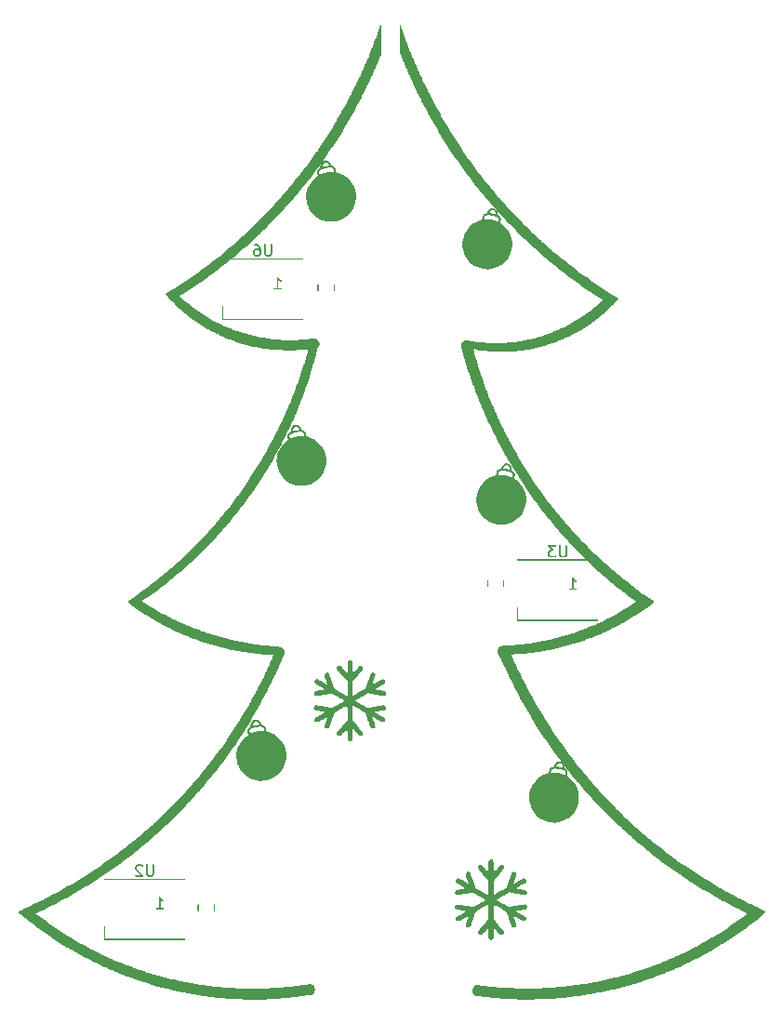
<source format=gbo>
%MOIN*%
%OFA0B0*%
%FSLAX36Y36*%
%IPPOS*%
%LPD*%
G36*
X004018700Y002334647D02*
G01*
X004036948Y002337537D01*
X004053411Y002345925D01*
X004066476Y002358990D01*
X004074864Y002375452D01*
X004077755Y002393702D01*
X004074864Y002411950D01*
X004066476Y002428413D01*
X004053411Y002441478D01*
X004036948Y002449867D01*
X004018700Y002452757D01*
X004000450Y002449867D01*
X003983988Y002441478D01*
X003970923Y002428413D01*
X003962535Y002411950D01*
X003959644Y002393702D01*
X003962535Y002375452D01*
X003970923Y002358990D01*
X003983988Y002345925D01*
X004000450Y002337537D01*
X004018700Y002334647D01*
G37*
G36*
X004018700Y002334647D02*
G01*
X004036948Y002337537D01*
X004053411Y002345925D01*
X004066476Y002358990D01*
X004074864Y002375452D01*
X004077755Y002393702D01*
X004077415Y002398012D01*
X004074525Y002416262D01*
X004066137Y002432725D01*
X004053071Y002445789D01*
X004036609Y002454177D01*
X004018360Y002457067D01*
X004000111Y002454177D01*
X003983648Y002445789D01*
X003970583Y002432725D01*
X003962195Y002416262D01*
X003959305Y002398012D01*
X003959644Y002393702D01*
X003962535Y002375452D01*
X003970923Y002358990D01*
X003983988Y002345925D01*
X004000450Y002337537D01*
X004018700Y002334647D01*
G37*
G36*
X004018360Y002338957D02*
G01*
X004036609Y002341847D01*
X004053071Y002350236D01*
X004066137Y002363301D01*
X004074525Y002379763D01*
X004077415Y002398012D01*
X004074525Y002416262D01*
X004073515Y002420467D01*
X004065127Y002436929D01*
X004052062Y002449995D01*
X004035600Y002458383D01*
X004017350Y002461273D01*
X003999101Y002458383D01*
X003982639Y002449995D01*
X003969573Y002436929D01*
X003961186Y002420467D01*
X003958295Y002402218D01*
X003961186Y002383968D01*
X003962195Y002379763D01*
X003970583Y002363301D01*
X003983648Y002350236D01*
X004000111Y002341847D01*
X004018360Y002338957D01*
G37*
G36*
X004017350Y002343162D02*
G01*
X004035600Y002346053D01*
X004052062Y002354441D01*
X004065127Y002367507D01*
X004073515Y002383968D01*
X004076405Y002402218D01*
X004073515Y002420467D01*
X004071860Y002424462D01*
X004063473Y002440925D01*
X004050408Y002453990D01*
X004033945Y002462378D01*
X004015696Y002465268D01*
X003997447Y002462378D01*
X003980983Y002453990D01*
X003967919Y002440925D01*
X003959531Y002424462D01*
X003956641Y002406213D01*
X003959531Y002387964D01*
X003961186Y002383968D01*
X003969573Y002367507D01*
X003982639Y002354441D01*
X003999101Y002346053D01*
X004017350Y002343162D01*
G37*
G36*
X004015696Y002347158D02*
G01*
X004033945Y002350048D01*
X004050408Y002358436D01*
X004063473Y002371501D01*
X004071860Y002387964D01*
X004074751Y002406213D01*
X004071860Y002424462D01*
X004063473Y002440925D01*
X004061213Y002444612D01*
X004048148Y002457677D01*
X004031685Y002466065D01*
X004013436Y002468955D01*
X003995187Y002466065D01*
X003978725Y002457677D01*
X003965660Y002444612D01*
X003957271Y002428149D01*
X003954381Y002409900D01*
X003957271Y002391652D01*
X003965660Y002375189D01*
X003967919Y002371501D01*
X003980983Y002358436D01*
X003997447Y002350048D01*
X004015696Y002347158D01*
G37*
G36*
X004013436Y002350845D02*
G01*
X004031685Y002353735D01*
X004048148Y002362124D01*
X004061213Y002375189D01*
X004069600Y002391652D01*
X004072492Y002409900D01*
X004069600Y002428149D01*
X004061213Y002444612D01*
X004058404Y002447900D01*
X004045339Y002460965D01*
X004028877Y002469353D01*
X004010627Y002472244D01*
X003992378Y002469353D01*
X003975916Y002460965D01*
X003962851Y002447900D01*
X003954462Y002431438D01*
X003951572Y002413189D01*
X003954462Y002394940D01*
X003962851Y002378477D01*
X003965660Y002375189D01*
X003978725Y002362124D01*
X003995187Y002353735D01*
X004013436Y002350845D01*
G37*
G36*
X004010627Y002354134D02*
G01*
X004028877Y002357024D01*
X004045339Y002365412D01*
X004058404Y002378477D01*
X004066792Y002394940D01*
X004069683Y002413189D01*
X004066792Y002431438D01*
X004058404Y002447900D01*
X004045339Y002460965D01*
X004042051Y002463774D01*
X004025588Y002472162D01*
X004007338Y002475052D01*
X003989090Y002472162D01*
X003972627Y002463774D01*
X003959563Y002450709D01*
X003951175Y002434246D01*
X003948283Y002415997D01*
X003951175Y002397748D01*
X003959563Y002381286D01*
X003972627Y002368220D01*
X003975916Y002365412D01*
X003992378Y002357024D01*
X004010627Y002354134D01*
G37*
G36*
X004007338Y002356942D02*
G01*
X004025588Y002359832D01*
X004042051Y002368220D01*
X004055115Y002381286D01*
X004063503Y002397748D01*
X004066393Y002415997D01*
X004063503Y002434246D01*
X004055115Y002450709D01*
X004042051Y002463774D01*
X004038364Y002466033D01*
X004021901Y002474421D01*
X004003652Y002477312D01*
X003985403Y002474421D01*
X003968940Y002466033D01*
X003955875Y002452968D01*
X003947487Y002436506D01*
X003944597Y002418257D01*
X003947487Y002400008D01*
X003955875Y002383545D01*
X003968940Y002370480D01*
X003972627Y002368220D01*
X003989090Y002359832D01*
X004007338Y002356942D01*
G37*
G36*
X004003652Y002359202D02*
G01*
X004021901Y002362092D01*
X004038364Y002370480D01*
X004051428Y002383545D01*
X004059816Y002400008D01*
X004062707Y002418257D01*
X004059816Y002436506D01*
X004051428Y002452968D01*
X004038364Y002466033D01*
X004021901Y002474421D01*
X004017905Y002476076D01*
X003999656Y002478966D01*
X003981407Y002476076D01*
X003964945Y002467688D01*
X003951880Y002454623D01*
X003943491Y002438160D01*
X003940601Y002419911D01*
X003943491Y002401663D01*
X003951880Y002385200D01*
X003964945Y002372135D01*
X003981407Y002363747D01*
X003985403Y002362092D01*
X004003652Y002359202D01*
G37*
G36*
X003999656Y002360856D02*
G01*
X004017905Y002363747D01*
X004034368Y002372135D01*
X004047433Y002385200D01*
X004055821Y002401663D01*
X004058711Y002419911D01*
X004055821Y002438160D01*
X004047433Y002454623D01*
X004034368Y002467688D01*
X004017905Y002476076D01*
X004013700Y002477086D01*
X003995452Y002479976D01*
X003977202Y002477086D01*
X003960740Y002468698D01*
X003947675Y002455633D01*
X003939287Y002439170D01*
X003936396Y002420921D01*
X003939287Y002402673D01*
X003947675Y002386210D01*
X003960740Y002373145D01*
X003977202Y002364756D01*
X003981407Y002363747D01*
X003999656Y002360856D01*
G37*
G36*
X003995452Y002361866D02*
G01*
X004013700Y002364756D01*
X004030163Y002373145D01*
X004043228Y002386210D01*
X004051616Y002402673D01*
X004054507Y002420921D01*
X004051616Y002439170D01*
X004043228Y002455633D01*
X004030163Y002468698D01*
X004013700Y002477086D01*
X003995452Y002479976D01*
X003991141Y002480315D01*
X003972891Y002477425D01*
X003956429Y002469037D01*
X003943363Y002455973D01*
X003934976Y002439510D01*
X003932085Y002421260D01*
X003934976Y002403012D01*
X003943363Y002386549D01*
X003956429Y002373484D01*
X003972891Y002365095D01*
X003991141Y002362205D01*
X003995452Y002361866D01*
G37*
G36*
X003986828Y002361866D02*
G01*
X003991141Y002362205D01*
X004009389Y002365095D01*
X004025851Y002373484D01*
X004038917Y002386549D01*
X004047305Y002403012D01*
X004050196Y002421260D01*
X004047305Y002439510D01*
X004038917Y002455973D01*
X004025851Y002469037D01*
X004009389Y002477425D01*
X003991141Y002480315D01*
X003986828Y002479976D01*
X003968580Y002477086D01*
X003952117Y002468698D01*
X003939053Y002455633D01*
X003930665Y002439170D01*
X003927773Y002420921D01*
X003930665Y002402673D01*
X003939053Y002386210D01*
X003952117Y002373145D01*
X003968580Y002364756D01*
X003986828Y002361866D01*
G37*
G36*
X003982624Y002360856D02*
G01*
X004000873Y002363747D01*
X004005078Y002364756D01*
X004021541Y002373145D01*
X004034605Y002386210D01*
X004042993Y002402673D01*
X004045884Y002420921D01*
X004042993Y002439170D01*
X004034605Y002455633D01*
X004021541Y002468698D01*
X004005078Y002477086D01*
X003986828Y002479976D01*
X003968580Y002477086D01*
X003964375Y002476076D01*
X003947912Y002467688D01*
X003934847Y002454623D01*
X003926460Y002438160D01*
X003923569Y002419911D01*
X003926460Y002401663D01*
X003934847Y002385200D01*
X003947912Y002372135D01*
X003964375Y002363747D01*
X003982624Y002360856D01*
G37*
G36*
X003978629Y002359202D02*
G01*
X003996878Y002362092D01*
X004000873Y002363747D01*
X004017335Y002372135D01*
X004030400Y002385200D01*
X004038789Y002401663D01*
X004041679Y002419911D01*
X004038789Y002438160D01*
X004030400Y002454623D01*
X004017335Y002467688D01*
X004000873Y002476076D01*
X003982624Y002478966D01*
X003964375Y002476076D01*
X003960380Y002474421D01*
X003943917Y002466033D01*
X003930852Y002452968D01*
X003922464Y002436506D01*
X003919574Y002418257D01*
X003922464Y002400008D01*
X003930852Y002383545D01*
X003943917Y002370480D01*
X003960380Y002362092D01*
X003978629Y002359202D01*
G37*
G36*
X003974942Y002356942D02*
G01*
X003993190Y002359832D01*
X004009653Y002368220D01*
X004013340Y002370480D01*
X004026406Y002383545D01*
X004034794Y002400008D01*
X004037684Y002418257D01*
X004034794Y002436506D01*
X004026406Y002452968D01*
X004013340Y002466033D01*
X003996878Y002474421D01*
X003978629Y002477312D01*
X003960380Y002474421D01*
X003943917Y002466033D01*
X003940230Y002463774D01*
X003927165Y002450709D01*
X003918777Y002434246D01*
X003915887Y002415997D01*
X003918777Y002397748D01*
X003927165Y002381286D01*
X003940230Y002368220D01*
X003956692Y002359832D01*
X003974942Y002356942D01*
G37*
G36*
X003971653Y002354134D02*
G01*
X003989902Y002357024D01*
X004006365Y002365412D01*
X004009653Y002368220D01*
X004022718Y002381286D01*
X004031107Y002397748D01*
X004033997Y002415997D01*
X004031107Y002434246D01*
X004022718Y002450709D01*
X004009653Y002463774D01*
X003993190Y002472162D01*
X003974942Y002475052D01*
X003956692Y002472162D01*
X003940230Y002463774D01*
X003936941Y002460965D01*
X003923876Y002447900D01*
X003915489Y002431438D01*
X003912598Y002413189D01*
X003915489Y002394940D01*
X003923876Y002378477D01*
X003936941Y002365412D01*
X003953403Y002357024D01*
X003971653Y002354134D01*
G37*
G36*
X003968845Y002350845D02*
G01*
X003987094Y002353735D01*
X004003556Y002362124D01*
X004016622Y002375189D01*
X004019430Y002378477D01*
X004027818Y002394940D01*
X004030708Y002413189D01*
X004027818Y002431438D01*
X004019430Y002447900D01*
X004006365Y002460965D01*
X003989902Y002469353D01*
X003971653Y002472244D01*
X003953403Y002469353D01*
X003936941Y002460965D01*
X003923876Y002447900D01*
X003921068Y002444612D01*
X003912680Y002428149D01*
X003909790Y002409900D01*
X003912680Y002391652D01*
X003921068Y002375189D01*
X003934133Y002362124D01*
X003950595Y002353735D01*
X003968845Y002350845D01*
G37*
G36*
X003966585Y002347158D02*
G01*
X003984834Y002350048D01*
X004001297Y002358436D01*
X004014362Y002371501D01*
X004016622Y002375189D01*
X004025010Y002391652D01*
X004027900Y002409900D01*
X004025010Y002428149D01*
X004016622Y002444612D01*
X004003556Y002457677D01*
X003987094Y002466065D01*
X003968845Y002468955D01*
X003950595Y002466065D01*
X003934133Y002457677D01*
X003921068Y002444612D01*
X003918809Y002440925D01*
X003910420Y002424462D01*
X003907530Y002406213D01*
X003910420Y002387964D01*
X003918809Y002371501D01*
X003931873Y002358436D01*
X003948336Y002350048D01*
X003966585Y002347158D01*
G37*
G36*
X003964930Y002343162D02*
G01*
X003983179Y002346053D01*
X003999642Y002354441D01*
X004012707Y002367507D01*
X004021095Y002383968D01*
X004022750Y002387964D01*
X004025640Y002406213D01*
X004022750Y002424462D01*
X004014362Y002440925D01*
X004001297Y002453990D01*
X003984834Y002462378D01*
X003966585Y002465268D01*
X003948336Y002462378D01*
X003931873Y002453990D01*
X003918809Y002440925D01*
X003910420Y002424462D01*
X003908765Y002420467D01*
X003905875Y002402218D01*
X003908765Y002383968D01*
X003917153Y002367507D01*
X003930218Y002354441D01*
X003946681Y002346053D01*
X003964930Y002343162D01*
G37*
G36*
X003963920Y002338957D02*
G01*
X003982170Y002341847D01*
X003998632Y002350236D01*
X004011697Y002363301D01*
X004020085Y002379763D01*
X004021095Y002383968D01*
X004023985Y002402218D01*
X004021095Y002420467D01*
X004012707Y002436929D01*
X003999642Y002449995D01*
X003983179Y002458383D01*
X003964930Y002461273D01*
X003946681Y002458383D01*
X003930218Y002449995D01*
X003917153Y002436929D01*
X003908765Y002420467D01*
X003907756Y002416262D01*
X003904865Y002398012D01*
X003907756Y002379763D01*
X003916144Y002363301D01*
X003929209Y002350236D01*
X003945672Y002341847D01*
X003963920Y002338957D01*
G37*
G36*
X003963582Y002334647D02*
G01*
X003981830Y002337537D01*
X003998293Y002345925D01*
X004011357Y002358990D01*
X004019745Y002375452D01*
X004022637Y002393702D01*
X004022975Y002398012D01*
X004020085Y002416262D01*
X004011697Y002432725D01*
X003998632Y002445789D01*
X003982170Y002454177D01*
X003963920Y002457067D01*
X003945672Y002454177D01*
X003929209Y002445789D01*
X003916144Y002432725D01*
X003907756Y002416262D01*
X003904865Y002398012D01*
X003904527Y002393702D01*
X003907417Y002375452D01*
X003915805Y002358990D01*
X003928869Y002345925D01*
X003945332Y002337537D01*
X003963582Y002334647D01*
G37*
G36*
X003963920Y002330335D02*
G01*
X003982170Y002333226D01*
X003998632Y002341614D01*
X004011697Y002354679D01*
X004020085Y002371142D01*
X004022975Y002389390D01*
X004022637Y002393702D01*
X004019745Y002411950D01*
X004011357Y002428413D01*
X003998293Y002441478D01*
X003981830Y002449867D01*
X003963582Y002452757D01*
X003945332Y002449867D01*
X003928869Y002441478D01*
X003915805Y002428413D01*
X003907417Y002411950D01*
X003904527Y002393702D01*
X003904865Y002389390D01*
X003907756Y002371142D01*
X003916144Y002354679D01*
X003929209Y002341614D01*
X003945672Y002333226D01*
X003963920Y002330335D01*
G37*
G36*
X003964930Y002326130D02*
G01*
X003983179Y002329021D01*
X003999642Y002337409D01*
X004012707Y002350473D01*
X004021095Y002366936D01*
X004023985Y002385185D01*
X004021095Y002403434D01*
X004020085Y002407639D01*
X004011697Y002424102D01*
X003998632Y002437167D01*
X003982170Y002445555D01*
X003963920Y002448445D01*
X003945672Y002445555D01*
X003929209Y002437167D01*
X003916144Y002424102D01*
X003907756Y002407639D01*
X003904865Y002389390D01*
X003907756Y002371142D01*
X003908765Y002366936D01*
X003917153Y002350473D01*
X003930218Y002337409D01*
X003946681Y002329021D01*
X003964930Y002326130D01*
G37*
G36*
X003966585Y002322134D02*
G01*
X003984834Y002325026D01*
X004001297Y002333414D01*
X004014362Y002346479D01*
X004022750Y002362941D01*
X004025640Y002381190D01*
X004022750Y002399439D01*
X004021095Y002403434D01*
X004012707Y002419897D01*
X003999642Y002432962D01*
X003983179Y002441350D01*
X003964930Y002444240D01*
X003946681Y002441350D01*
X003930218Y002432962D01*
X003917153Y002419897D01*
X003908765Y002403434D01*
X003905875Y002385185D01*
X003908765Y002366936D01*
X003910420Y002362941D01*
X003918809Y002346479D01*
X003931873Y002333414D01*
X003948336Y002325026D01*
X003966585Y002322134D01*
G37*
G36*
X003968845Y002318447D02*
G01*
X003987094Y002321338D01*
X004003556Y002329727D01*
X004016622Y002342791D01*
X004025010Y002359254D01*
X004027900Y002377503D01*
X004025010Y002395752D01*
X004016622Y002412215D01*
X004014362Y002415902D01*
X004001297Y002428966D01*
X003984834Y002437355D01*
X003966585Y002440245D01*
X003948336Y002437355D01*
X003931873Y002428966D01*
X003918809Y002415902D01*
X003910420Y002399439D01*
X003907530Y002381190D01*
X003910420Y002362941D01*
X003918809Y002346479D01*
X003921068Y002342791D01*
X003934133Y002329727D01*
X003950595Y002321338D01*
X003968845Y002318447D01*
G37*
G36*
X003971653Y002315159D02*
G01*
X003989902Y002318049D01*
X004006365Y002326437D01*
X004019430Y002339502D01*
X004027818Y002355965D01*
X004030708Y002374214D01*
X004027818Y002392464D01*
X004019430Y002408926D01*
X004016622Y002412215D01*
X004003556Y002425279D01*
X003987094Y002433667D01*
X003968845Y002436558D01*
X003950595Y002433667D01*
X003934133Y002425279D01*
X003921068Y002412215D01*
X003912680Y002395752D01*
X003909790Y002377503D01*
X003912680Y002359254D01*
X003921068Y002342791D01*
X003923876Y002339502D01*
X003936941Y002326437D01*
X003953403Y002318049D01*
X003971653Y002315159D01*
G37*
G36*
X003974942Y002312350D02*
G01*
X003993190Y002315242D01*
X004009653Y002323629D01*
X004022718Y002336694D01*
X004031107Y002353157D01*
X004033997Y002371405D01*
X004031107Y002389655D01*
X004022718Y002406118D01*
X004009653Y002419182D01*
X004006365Y002421991D01*
X003989902Y002430379D01*
X003971653Y002433269D01*
X003953403Y002430379D01*
X003936941Y002421991D01*
X003923876Y002408926D01*
X003915489Y002392464D01*
X003912598Y002374214D01*
X003915489Y002355965D01*
X003923876Y002339502D01*
X003936941Y002326437D01*
X003940230Y002323629D01*
X003956692Y002315242D01*
X003974942Y002312350D01*
G37*
G36*
X003978629Y002310091D02*
G01*
X003996878Y002312981D01*
X004013340Y002321369D01*
X004026406Y002334434D01*
X004034794Y002350897D01*
X004037684Y002369146D01*
X004034794Y002387396D01*
X004026406Y002403858D01*
X004013340Y002416923D01*
X004009653Y002419182D01*
X003993190Y002427570D01*
X003974942Y002430460D01*
X003956692Y002427570D01*
X003940230Y002419182D01*
X003927165Y002406118D01*
X003918777Y002389655D01*
X003915887Y002371405D01*
X003918777Y002353157D01*
X003927165Y002336694D01*
X003940230Y002323629D01*
X003943917Y002321369D01*
X003960380Y002312981D01*
X003978629Y002310091D01*
G37*
G36*
X003982624Y002308436D02*
G01*
X004000873Y002311326D01*
X004017335Y002319714D01*
X004030400Y002332779D01*
X004038789Y002349242D01*
X004041679Y002367491D01*
X004038789Y002385741D01*
X004030400Y002402203D01*
X004017335Y002415268D01*
X004000873Y002423656D01*
X003996878Y002425311D01*
X003978629Y002428201D01*
X003960380Y002425311D01*
X003943917Y002416923D01*
X003930852Y002403858D01*
X003922464Y002387396D01*
X003919574Y002369146D01*
X003922464Y002350897D01*
X003930852Y002334434D01*
X003943917Y002321369D01*
X003960380Y002312981D01*
X003964375Y002311326D01*
X003982624Y002308436D01*
G37*
G36*
X003986828Y002307426D02*
G01*
X004005078Y002310317D01*
X004021541Y002318706D01*
X004034605Y002331770D01*
X004042993Y002348233D01*
X004045884Y002366481D01*
X004042993Y002384731D01*
X004034605Y002401194D01*
X004021541Y002414258D01*
X004005078Y002422646D01*
X004000873Y002423656D01*
X003982624Y002426546D01*
X003964375Y002423656D01*
X003947912Y002415268D01*
X003934847Y002402203D01*
X003926460Y002385741D01*
X003923569Y002367491D01*
X003926460Y002349242D01*
X003934847Y002332779D01*
X003947912Y002319714D01*
X003964375Y002311326D01*
X003968580Y002310317D01*
X003986828Y002307426D01*
G37*
G36*
X003991141Y002307087D02*
G01*
X004009389Y002309978D01*
X004025851Y002318366D01*
X004038917Y002331431D01*
X004047305Y002347894D01*
X004050196Y002366142D01*
X004047305Y002384391D01*
X004038917Y002400854D01*
X004025851Y002413919D01*
X004009389Y002422307D01*
X003991141Y002425197D01*
X003986828Y002425536D01*
X003968580Y002422646D01*
X003952117Y002414258D01*
X003939053Y002401194D01*
X003930665Y002384731D01*
X003927773Y002366481D01*
X003930665Y002348233D01*
X003939053Y002331770D01*
X003952117Y002318706D01*
X003968580Y002310317D01*
X003986828Y002307426D01*
X003991141Y002307087D01*
G37*
G36*
X003991141Y002307087D02*
G01*
X003995452Y002307426D01*
X004013700Y002310317D01*
X004030163Y002318706D01*
X004043228Y002331770D01*
X004051616Y002348233D01*
X004054507Y002366481D01*
X004051616Y002384731D01*
X004043228Y002401194D01*
X004030163Y002414258D01*
X004013700Y002422646D01*
X003995452Y002425536D01*
X003991141Y002425197D01*
X003972891Y002422307D01*
X003956429Y002413919D01*
X003943363Y002400854D01*
X003934976Y002384391D01*
X003932085Y002366142D01*
X003934976Y002347894D01*
X003943363Y002331431D01*
X003956429Y002318366D01*
X003972891Y002309978D01*
X003991141Y002307087D01*
G37*
G36*
X003995452Y002307426D02*
G01*
X004013700Y002310317D01*
X004017905Y002311326D01*
X004034368Y002319714D01*
X004047433Y002332779D01*
X004055821Y002349242D01*
X004058711Y002367491D01*
X004055821Y002385741D01*
X004047433Y002402203D01*
X004034368Y002415268D01*
X004017905Y002423656D01*
X003999656Y002426546D01*
X003981407Y002423656D01*
X003977202Y002422646D01*
X003960740Y002414258D01*
X003947675Y002401194D01*
X003939287Y002384731D01*
X003936396Y002366481D01*
X003939287Y002348233D01*
X003947675Y002331770D01*
X003960740Y002318706D01*
X003977202Y002310317D01*
X003995452Y002307426D01*
G37*
G36*
X003999656Y002308436D02*
G01*
X004017905Y002311326D01*
X004021901Y002312981D01*
X004038364Y002321369D01*
X004051428Y002334434D01*
X004059816Y002350897D01*
X004062707Y002369146D01*
X004059816Y002387396D01*
X004051428Y002403858D01*
X004038364Y002416923D01*
X004021901Y002425311D01*
X004003652Y002428201D01*
X003985403Y002425311D01*
X003981407Y002423656D01*
X003964945Y002415268D01*
X003951880Y002402203D01*
X003943491Y002385741D01*
X003940601Y002367491D01*
X003943491Y002349242D01*
X003951880Y002332779D01*
X003964945Y002319714D01*
X003981407Y002311326D01*
X003999656Y002308436D01*
G37*
G36*
X004003652Y002310091D02*
G01*
X004021901Y002312981D01*
X004038364Y002321369D01*
X004042051Y002323629D01*
X004055115Y002336694D01*
X004063503Y002353157D01*
X004066393Y002371405D01*
X004063503Y002389655D01*
X004055115Y002406118D01*
X004042051Y002419182D01*
X004025588Y002427570D01*
X004007338Y002430460D01*
X003989090Y002427570D01*
X003972627Y002419182D01*
X003968940Y002416923D01*
X003955875Y002403858D01*
X003947487Y002387396D01*
X003944597Y002369146D01*
X003947487Y002350897D01*
X003955875Y002334434D01*
X003968940Y002321369D01*
X003985403Y002312981D01*
X004003652Y002310091D01*
G37*
G36*
X004007338Y002312350D02*
G01*
X004025588Y002315242D01*
X004042051Y002323629D01*
X004045339Y002326437D01*
X004058404Y002339502D01*
X004066792Y002355965D01*
X004069683Y002374214D01*
X004066792Y002392464D01*
X004058404Y002408926D01*
X004045339Y002421991D01*
X004028877Y002430379D01*
X004010627Y002433269D01*
X003992378Y002430379D01*
X003975916Y002421991D01*
X003972627Y002419182D01*
X003959563Y002406118D01*
X003951175Y002389655D01*
X003948283Y002371405D01*
X003951175Y002353157D01*
X003959563Y002336694D01*
X003972627Y002323629D01*
X003989090Y002315242D01*
X004007338Y002312350D01*
G37*
G36*
X004010627Y002315159D02*
G01*
X004028877Y002318049D01*
X004045339Y002326437D01*
X004058404Y002339502D01*
X004061213Y002342791D01*
X004069600Y002359254D01*
X004072492Y002377503D01*
X004069600Y002395752D01*
X004061213Y002412215D01*
X004048148Y002425279D01*
X004031685Y002433667D01*
X004013436Y002436558D01*
X003995187Y002433667D01*
X003978725Y002425279D01*
X003965660Y002412215D01*
X003962851Y002408926D01*
X003954462Y002392464D01*
X003951572Y002374214D01*
X003954462Y002355965D01*
X003962851Y002339502D01*
X003975916Y002326437D01*
X003992378Y002318049D01*
X004010627Y002315159D01*
G37*
G36*
X004013436Y002318447D02*
G01*
X004031685Y002321338D01*
X004048148Y002329727D01*
X004061213Y002342791D01*
X004063473Y002346479D01*
X004071860Y002362941D01*
X004074751Y002381190D01*
X004071860Y002399439D01*
X004063473Y002415902D01*
X004050408Y002428966D01*
X004033945Y002437355D01*
X004015696Y002440245D01*
X003997447Y002437355D01*
X003980983Y002428966D01*
X003967919Y002415902D01*
X003965660Y002412215D01*
X003957271Y002395752D01*
X003954381Y002377503D01*
X003957271Y002359254D01*
X003965660Y002342791D01*
X003978725Y002329727D01*
X003995187Y002321338D01*
X004013436Y002318447D01*
G37*
G36*
X004015696Y002322134D02*
G01*
X004033945Y002325026D01*
X004050408Y002333414D01*
X004063473Y002346479D01*
X004071860Y002362941D01*
X004073515Y002366936D01*
X004076405Y002385185D01*
X004073515Y002403434D01*
X004065127Y002419897D01*
X004052062Y002432962D01*
X004035600Y002441350D01*
X004017350Y002444240D01*
X003999101Y002441350D01*
X003982639Y002432962D01*
X003969573Y002419897D01*
X003961186Y002403434D01*
X003959531Y002399439D01*
X003956641Y002381190D01*
X003959531Y002362941D01*
X003967919Y002346479D01*
X003980983Y002333414D01*
X003997447Y002325026D01*
X004015696Y002322134D01*
G37*
G36*
X004017350Y002326130D02*
G01*
X004035600Y002329021D01*
X004052062Y002337409D01*
X004065127Y002350473D01*
X004073515Y002366936D01*
X004074525Y002371142D01*
X004077415Y002389390D01*
X004074525Y002407639D01*
X004066137Y002424102D01*
X004053071Y002437167D01*
X004036609Y002445555D01*
X004018360Y002448445D01*
X004000111Y002445555D01*
X003983648Y002437167D01*
X003970583Y002424102D01*
X003962195Y002407639D01*
X003961186Y002403434D01*
X003958295Y002385185D01*
X003961186Y002366936D01*
X003969573Y002350473D01*
X003982639Y002337409D01*
X003999101Y002329021D01*
X004017350Y002326130D01*
G37*
G36*
X004018360Y002330335D02*
G01*
X004036609Y002333226D01*
X004053071Y002341614D01*
X004066137Y002354679D01*
X004074525Y002371142D01*
X004077415Y002389390D01*
X004077755Y002393702D01*
X004074864Y002411950D01*
X004066476Y002428413D01*
X004053411Y002441478D01*
X004036948Y002449867D01*
X004018700Y002452757D01*
X004000450Y002449867D01*
X003983988Y002441478D01*
X003970923Y002428413D01*
X003962535Y002411950D01*
X003959644Y002393702D01*
X003959305Y002389390D01*
X003962195Y002371142D01*
X003970583Y002354679D01*
X003983648Y002341614D01*
X004000111Y002333226D01*
X004018360Y002330335D01*
G37*
G36*
X003001574Y000756101D02*
G01*
X003002792Y000756293D01*
X003008280Y000759090D01*
X003012635Y000763444D01*
X003015431Y000768932D01*
X003016394Y000775015D01*
X003015431Y000781098D01*
X003012635Y000786586D01*
X003008280Y000790941D01*
X003004658Y000792786D01*
X002996681Y000789158D01*
X002985324Y000784091D01*
X002977950Y000780862D01*
X002977229Y000776309D01*
X002983471Y000771018D01*
X002993085Y000763024D01*
X003001574Y000756101D01*
G37*
G36*
X003001574Y000756101D02*
G01*
X003002792Y000756293D01*
X003014108Y000761331D01*
X003019596Y000764127D01*
X003023951Y000768482D01*
X003026747Y000773970D01*
X003027710Y000780053D01*
X003026747Y000786136D01*
X003023951Y000791624D01*
X003019596Y000795979D01*
X003015793Y000797916D01*
X003008001Y000794306D01*
X002996681Y000789158D01*
X002985324Y000784091D01*
X002977950Y000780862D01*
X002977229Y000776309D01*
X002983471Y000771018D01*
X002993085Y000763024D01*
X003001574Y000756101D01*
G37*
G36*
X003008025Y000760368D02*
G01*
X003014108Y000761331D01*
X003025389Y000766449D01*
X003030876Y000769245D01*
X003035231Y000773600D01*
X003038028Y000779088D01*
X003038991Y000785171D01*
X003038028Y000791254D01*
X003035231Y000796742D01*
X003030876Y000801096D01*
X003026895Y000803125D01*
X003019285Y000799534D01*
X003008001Y000794306D01*
X002996681Y000789158D01*
X002989258Y000785846D01*
X002988340Y000780053D01*
X002989304Y000773970D01*
X002992099Y000768482D01*
X002996455Y000764127D01*
X003001942Y000761331D01*
X003008025Y000760368D01*
G37*
G36*
X003019306Y000765486D02*
G01*
X003025389Y000766449D01*
X003036634Y000771646D01*
X003042120Y000774442D01*
X003046476Y000778797D01*
X003049272Y000784285D01*
X003050236Y000790368D01*
X003049272Y000796450D01*
X003046476Y000801938D01*
X003042120Y000806293D01*
X003037962Y000808412D01*
X003030532Y000804842D01*
X003019285Y000799534D01*
X003008001Y000794306D01*
X003000530Y000790909D01*
X002999621Y000785171D01*
X003000585Y000779088D01*
X003003380Y000773600D01*
X003007735Y000769245D01*
X003013223Y000766449D01*
X003019306Y000765486D01*
G37*
G36*
X003030551Y000770683D02*
G01*
X003036634Y000771646D01*
X003047840Y000776922D01*
X003053328Y000779719D01*
X003057682Y000784073D01*
X003060479Y000789561D01*
X003061443Y000795644D01*
X003060479Y000801727D01*
X003057682Y000807214D01*
X003053328Y000811570D01*
X003048995Y000813777D01*
X003041741Y000810228D01*
X003030532Y000804842D01*
X003019285Y000799534D01*
X003011765Y000796050D01*
X003010866Y000790368D01*
X003011829Y000784285D01*
X003014625Y000778797D01*
X003018980Y000774442D01*
X003024467Y000771646D01*
X003030551Y000770683D01*
G37*
G36*
X003041758Y000775959D02*
G01*
X003047840Y000776922D01*
X003059010Y000782277D01*
X003064498Y000785073D01*
X003068853Y000789428D01*
X003071649Y000794916D01*
X003072612Y000800999D01*
X003071649Y000807082D01*
X003068853Y000812570D01*
X003064498Y000816925D01*
X003059993Y000819219D01*
X003052912Y000815693D01*
X003041741Y000810228D01*
X003030532Y000804842D01*
X003022964Y000801270D01*
X003022073Y000795644D01*
X003023036Y000789561D01*
X003025832Y000784073D01*
X003030187Y000779719D01*
X003035675Y000776922D01*
X003041758Y000775959D01*
G37*
G36*
X003052927Y000781314D02*
G01*
X003059010Y000782277D01*
X003070142Y000787711D01*
X003075629Y000790506D01*
X003079985Y000794861D01*
X003082780Y000800349D01*
X003083744Y000806432D01*
X003082780Y000812515D01*
X003079985Y000818003D01*
X003075629Y000822358D01*
X003070955Y000824740D01*
X003064044Y000821237D01*
X003052912Y000815693D01*
X003041741Y000810228D01*
X003034124Y000806568D01*
X003033242Y000800999D01*
X003034206Y000794916D01*
X003037001Y000789428D01*
X003041356Y000785073D01*
X003046844Y000782277D01*
X003052927Y000781314D01*
G37*
G36*
X003064059Y000786747D02*
G01*
X003070142Y000787711D01*
X003081234Y000793223D01*
X003086722Y000796018D01*
X003091077Y000800374D01*
X003093873Y000805861D01*
X003094838Y000811944D01*
X003093873Y000818027D01*
X003091077Y000823514D01*
X003086722Y000827869D01*
X003081879Y000830337D01*
X003075136Y000826859D01*
X003064044Y000821237D01*
X003052912Y000815693D01*
X003045247Y000811943D01*
X003044374Y000806432D01*
X003045337Y000800349D01*
X003048134Y000794861D01*
X003052489Y000790506D01*
X003057976Y000787711D01*
X003064059Y000786747D01*
G37*
G36*
X003075152Y000792259D02*
G01*
X003081234Y000793223D01*
X003092289Y000798813D01*
X003097777Y000801608D01*
X003102132Y000805963D01*
X003104927Y000811451D01*
X003105891Y000817534D01*
X003104927Y000823617D01*
X003102132Y000829105D01*
X003097777Y000833460D01*
X003092769Y000836012D01*
X003086189Y000832560D01*
X003075136Y000826859D01*
X003064044Y000821237D01*
X003056330Y000817396D01*
X003055467Y000811944D01*
X003056430Y000805861D01*
X003059227Y000800374D01*
X003063582Y000796018D01*
X003069069Y000793223D01*
X003075152Y000792259D01*
G37*
G36*
X003086206Y000797849D02*
G01*
X003092289Y000798813D01*
X003097777Y000801608D01*
X003108791Y000807276D01*
X003113145Y000811632D01*
X003115942Y000817119D01*
X003116906Y000823202D01*
X003115942Y000829285D01*
X003113145Y000834772D01*
X003108791Y000839127D01*
X003103619Y000841762D01*
X003097202Y000838338D01*
X003086189Y000832560D01*
X003075136Y000826859D01*
X003067375Y000822925D01*
X003066521Y000817534D01*
X003067484Y000811451D01*
X003070281Y000805963D01*
X003074636Y000801608D01*
X003080123Y000798813D01*
X003086206Y000797849D01*
G37*
G36*
X003097221Y000803517D02*
G01*
X003103303Y000804481D01*
X003108791Y000807276D01*
X003119765Y000813022D01*
X003124119Y000817377D01*
X003126916Y000822864D01*
X003127880Y000828947D01*
X003126916Y000835031D01*
X003124119Y000840517D01*
X003119765Y000844873D01*
X003114430Y000847591D01*
X003108172Y000844193D01*
X003097202Y000838338D01*
X003086189Y000832560D01*
X003078380Y000828532D01*
X003077536Y000823202D01*
X003078499Y000817119D01*
X003081295Y000811632D01*
X003085650Y000807276D01*
X003091138Y000804481D01*
X003097221Y000803517D01*
G37*
G36*
X003108195Y000809262D02*
G01*
X003114277Y000810225D01*
X003119765Y000813022D01*
X003130698Y000818844D01*
X003135053Y000823199D01*
X003137849Y000828687D01*
X003138813Y000834770D01*
X003137849Y000840853D01*
X003135053Y000846340D01*
X003130698Y000850695D01*
X003125210Y000853492D01*
X003125202Y000853493D01*
X003119102Y000850127D01*
X003108172Y000844193D01*
X003097202Y000838338D01*
X003089344Y000834215D01*
X003088510Y000828947D01*
X003089473Y000822864D01*
X003092269Y000817377D01*
X003096624Y000813022D01*
X003102112Y000810225D01*
X003108195Y000809262D01*
G37*
G36*
X003119128Y000815085D02*
G01*
X003125210Y000816049D01*
X003130698Y000818844D01*
X003141591Y000824744D01*
X003145945Y000829099D01*
X003148741Y000834586D01*
X003149705Y000840669D01*
X003148741Y000846752D01*
X003145945Y000852240D01*
X003141591Y000856595D01*
X003136103Y000859391D01*
X003135859Y000859430D01*
X003129990Y000856136D01*
X003119102Y000850127D01*
X003108172Y000844193D01*
X003100267Y000839974D01*
X003099443Y000834770D01*
X003100406Y000828687D01*
X003103203Y000823199D01*
X003107558Y000818844D01*
X003113045Y000816049D01*
X003119128Y000815085D01*
G37*
G36*
X003130020Y000820984D02*
G01*
X003136103Y000821947D01*
X003141591Y000824744D01*
X003152441Y000830720D01*
X003156795Y000835075D01*
X003159591Y000840563D01*
X003160555Y000846646D01*
X003159591Y000852728D01*
X003156795Y000858217D01*
X003152441Y000862571D01*
X003146953Y000865367D01*
X003146478Y000865442D01*
X003140835Y000862222D01*
X003129990Y000856136D01*
X003119102Y000850127D01*
X003111149Y000845809D01*
X003110335Y000840669D01*
X003111298Y000834586D01*
X003114095Y000829099D01*
X003118449Y000824744D01*
X003123937Y000821947D01*
X003130020Y000820984D01*
G37*
G36*
X003140870Y000826961D02*
G01*
X003146953Y000827924D01*
X003152441Y000830720D01*
X003163247Y000836773D01*
X003167603Y000841128D01*
X003170399Y000846616D01*
X003171363Y000852699D01*
X003170399Y000858781D01*
X003167603Y000864268D01*
X003163247Y000868623D01*
X003157761Y000871419D01*
X003157060Y000871531D01*
X003151636Y000868385D01*
X003140835Y000862222D01*
X003129990Y000856136D01*
X003121988Y000851719D01*
X003121185Y000846646D01*
X003122148Y000840563D01*
X003124944Y000835075D01*
X003129299Y000830720D01*
X003134787Y000827924D01*
X003140870Y000826961D01*
G37*
G36*
X003151678Y000833014D02*
G01*
X003157761Y000833977D01*
X003163247Y000836773D01*
X003174012Y000842902D01*
X003178368Y000847256D01*
X003181164Y000852744D01*
X003182128Y000858826D01*
X003181164Y000864909D01*
X003178368Y000870397D01*
X003174012Y000874752D01*
X003168526Y000877548D01*
X003167604Y000877694D01*
X003162395Y000874624D01*
X003151636Y000868385D01*
X003140835Y000862222D01*
X003132785Y000857705D01*
X003131993Y000852699D01*
X003132956Y000846616D01*
X003135752Y000841128D01*
X003140107Y000836773D01*
X003145595Y000833977D01*
X003151678Y000833014D01*
G37*
G36*
X003162443Y000839141D02*
G01*
X003168526Y000840105D01*
X003174012Y000842902D01*
X003184734Y000849105D01*
X003189089Y000853460D01*
X003191886Y000858948D01*
X003192849Y000865031D01*
X003191886Y000871114D01*
X003189089Y000876602D01*
X003184734Y000880957D01*
X003179247Y000883753D01*
X003178108Y000883933D01*
X003173108Y000880939D01*
X003162395Y000874624D01*
X003151636Y000868385D01*
X003143540Y000863765D01*
X003142758Y000858826D01*
X003143721Y000852744D01*
X003146517Y000847256D01*
X003150872Y000842902D01*
X003156360Y000840105D01*
X003162443Y000839141D01*
G37*
G36*
X003173163Y000845346D02*
G01*
X003179247Y000846309D01*
X003184734Y000849105D01*
X003195412Y000855385D01*
X003199767Y000859740D01*
X003202563Y000865227D01*
X003203526Y000871310D01*
X003202563Y000877394D01*
X003199767Y000882881D01*
X003195412Y000887236D01*
X003189924Y000890033D01*
X003188572Y000890247D01*
X003183777Y000887329D01*
X003173108Y000880939D01*
X003162395Y000874624D01*
X003154250Y000869901D01*
X003153478Y000865031D01*
X003154442Y000858948D01*
X003157238Y000853460D01*
X003161593Y000849105D01*
X003167080Y000846309D01*
X003173163Y000845346D01*
G37*
G36*
X003183841Y000851625D02*
G01*
X003189924Y000852589D01*
X003195412Y000855385D01*
X003206044Y000861740D01*
X003210399Y000866095D01*
X003213195Y000871583D01*
X003214159Y000877665D01*
X003213195Y000883748D01*
X003210399Y000889237D01*
X003206044Y000893591D01*
X003200556Y000896387D01*
X003198995Y000896634D01*
X003194401Y000893793D01*
X003183777Y000887329D01*
X003173108Y000880939D01*
X003164916Y000876110D01*
X003164156Y000871310D01*
X003165119Y000865227D01*
X003167915Y000859740D01*
X003172270Y000855385D01*
X003177758Y000852589D01*
X003183841Y000851625D01*
G37*
G36*
X003194474Y000857980D02*
G01*
X003200556Y000858944D01*
X003206044Y000861740D01*
X003216631Y000868169D01*
X003220987Y000872524D01*
X003223782Y000878012D01*
X003224747Y000884095D01*
X003223782Y000890178D01*
X003220987Y000895666D01*
X003216631Y000900021D01*
X003211145Y000902817D01*
X003209379Y000903097D01*
X003204978Y000900333D01*
X003194401Y000893793D01*
X003183777Y000887329D01*
X003175538Y000882394D01*
X003174789Y000877665D01*
X003175752Y000871583D01*
X003178548Y000866095D01*
X003182903Y000861740D01*
X003188391Y000858944D01*
X003194474Y000857980D01*
G37*
G36*
X003205062Y000864410D02*
G01*
X003211145Y000865373D01*
X003216631Y000868169D01*
X003227174Y000874675D01*
X003231528Y000879028D01*
X003234324Y000884517D01*
X003235289Y000890599D01*
X003234324Y000896682D01*
X003231528Y000902170D01*
X003227174Y000906525D01*
X003221686Y000909321D01*
X003219719Y000909633D01*
X003215510Y000906948D01*
X003204978Y000900333D01*
X003194401Y000893793D01*
X003186113Y000888750D01*
X003185377Y000884095D01*
X003186339Y000878012D01*
X003189136Y000872524D01*
X003193491Y000868169D01*
X003198978Y000865373D01*
X003205062Y000864410D01*
G37*
G36*
X003215604Y000870914D02*
G01*
X003221686Y000871878D01*
X003227174Y000874675D01*
X003237669Y000881252D01*
X003242024Y000885607D01*
X003244821Y000891094D01*
X003245784Y000897177D01*
X003244821Y000903261D01*
X003242024Y000908748D01*
X003237669Y000913103D01*
X003232182Y000915899D01*
X003230017Y000916242D01*
X003225994Y000913635D01*
X003215510Y000906948D01*
X003204978Y000900333D01*
X003196644Y000895180D01*
X003195919Y000890599D01*
X003196882Y000884517D01*
X003199678Y000879028D01*
X003204033Y000874675D01*
X003209521Y000871878D01*
X003215604Y000870914D01*
G37*
G36*
X003226099Y000877492D02*
G01*
X003232182Y000878457D01*
X003237669Y000881252D01*
X003248119Y000887904D01*
X003252474Y000892260D01*
X003255270Y000897747D01*
X003256233Y000903830D01*
X003255270Y000909913D01*
X003252474Y000915400D01*
X003248119Y000919755D01*
X003242631Y000922552D01*
X003240273Y000922925D01*
X003236431Y000920398D01*
X003225994Y000913635D01*
X003215510Y000906948D01*
X003207127Y000901683D01*
X003206414Y000897177D01*
X003207378Y000891094D01*
X003210173Y000885607D01*
X003214529Y000881252D01*
X003220015Y000878457D01*
X003226099Y000877492D01*
G37*
G36*
X003236548Y000884145D02*
G01*
X003242631Y000885109D01*
X003248119Y000887904D01*
X003258521Y000894630D01*
X003262876Y000898986D01*
X003265673Y000904472D01*
X003266636Y000910555D01*
X003265673Y000916638D01*
X003262876Y000922126D01*
X003258521Y000926481D01*
X003253034Y000929277D01*
X003250485Y000929681D01*
X003246820Y000927232D01*
X003236431Y000920398D01*
X003225994Y000913635D01*
X003217565Y000908259D01*
X003216863Y000903830D01*
X003217827Y000897747D01*
X003220623Y000892260D01*
X003224977Y000887904D01*
X003230466Y000885109D01*
X003236548Y000884145D01*
G37*
G36*
X003246951Y000890870D02*
G01*
X003253034Y000891834D01*
X003258521Y000894630D01*
X003268876Y000901429D01*
X003273231Y000905784D01*
X003276027Y000911271D01*
X003276990Y000917354D01*
X003276027Y000923437D01*
X003273231Y000928925D01*
X003268876Y000933280D01*
X003263388Y000936076D01*
X003260652Y000936509D01*
X003257161Y000934142D01*
X003246820Y000927232D01*
X003236431Y000920398D01*
X003227954Y000914905D01*
X003227265Y000910555D01*
X003228228Y000904472D01*
X003231025Y000898986D01*
X003235380Y000894630D01*
X003240867Y000891834D01*
X003246951Y000890870D01*
G37*
G36*
X003257305Y000897669D02*
G01*
X003263388Y000898632D01*
X003268876Y000901429D01*
X003279182Y000908301D01*
X003283537Y000912656D01*
X003286333Y000918144D01*
X003287297Y000924226D01*
X003286333Y000930309D01*
X003283537Y000935797D01*
X003279182Y000940151D01*
X003273695Y000942947D01*
X003270774Y000943410D01*
X003267453Y000941123D01*
X003257161Y000934142D01*
X003246820Y000927232D01*
X003238296Y000921625D01*
X003237620Y000917354D01*
X003238583Y000911271D01*
X003241379Y000905784D01*
X003245734Y000901429D01*
X003251222Y000898632D01*
X003257305Y000897669D01*
G37*
G36*
X003267611Y000904541D02*
G01*
X003273695Y000905505D01*
X003279182Y000908301D01*
X003289439Y000915245D01*
X003293794Y000919599D01*
X003296590Y000925087D01*
X003297553Y000931170D01*
X003296590Y000937253D01*
X003293794Y000942741D01*
X003289439Y000947096D01*
X003283951Y000949892D01*
X003280851Y000950383D01*
X003277695Y000948177D01*
X003267453Y000941123D01*
X003257161Y000934142D01*
X003248589Y000928415D01*
X003247926Y000924226D01*
X003248889Y000918144D01*
X003251686Y000912656D01*
X003256041Y000908301D01*
X003261528Y000905505D01*
X003267611Y000904541D01*
G37*
G36*
X003277868Y000911485D02*
G01*
X003283951Y000912449D01*
X003289439Y000915245D01*
X003299648Y000922262D01*
X003304002Y000926616D01*
X003306799Y000932104D01*
X003307762Y000938187D01*
X003306799Y000944270D01*
X003304002Y000949757D01*
X003299648Y000954113D01*
X003294160Y000956908D01*
X003290881Y000957428D01*
X003287887Y000955302D01*
X003277695Y000948177D01*
X003267453Y000941123D01*
X003258834Y000935277D01*
X003258183Y000931170D01*
X003259147Y000925087D01*
X003261943Y000919599D01*
X003266299Y000915245D01*
X003271786Y000912449D01*
X003277868Y000911485D01*
G37*
G36*
X003288077Y000918502D02*
G01*
X003294160Y000919465D01*
X003299648Y000922262D01*
X003309806Y000929349D01*
X003314162Y000933704D01*
X003316957Y000939192D01*
X003317921Y000945275D01*
X003316957Y000951358D01*
X003314162Y000956846D01*
X003309806Y000961201D01*
X003304319Y000963996D01*
X003300866Y000964543D01*
X003298028Y000962499D01*
X003287887Y000955302D01*
X003277695Y000948177D01*
X003269029Y000942209D01*
X003268392Y000938187D01*
X003269356Y000932104D01*
X003272152Y000926616D01*
X003276506Y000922262D01*
X003281995Y000919465D01*
X003288077Y000918502D01*
G37*
G36*
X003298236Y000925590D02*
G01*
X003304319Y000926553D01*
X003309806Y000929349D01*
X003319914Y000936510D01*
X003324269Y000940864D01*
X003327065Y000946352D01*
X003328030Y000952434D01*
X003327065Y000958517D01*
X003324269Y000964005D01*
X003319914Y000968360D01*
X003314427Y000971156D01*
X003310803Y000971730D01*
X003308119Y000969768D01*
X003298028Y000962499D01*
X003287887Y000955302D01*
X003279174Y000949211D01*
X003278551Y000945275D01*
X003279514Y000939192D01*
X003282310Y000933704D01*
X003286665Y000929349D01*
X003292153Y000926553D01*
X003298236Y000925590D01*
G37*
G36*
X003308345Y000932749D02*
G01*
X003314427Y000933713D01*
X003319914Y000936510D01*
X003329972Y000943740D01*
X003334327Y000948094D01*
X003337123Y000953582D01*
X003338086Y000959665D01*
X003337123Y000965748D01*
X003334327Y000971236D01*
X003329972Y000975591D01*
X003324485Y000978387D01*
X003320692Y000978988D01*
X003318158Y000977108D01*
X003308119Y000969768D01*
X003298028Y000962499D01*
X003289269Y000956283D01*
X003288660Y000952434D01*
X003289623Y000946352D01*
X003292419Y000940864D01*
X003296774Y000936510D01*
X003302262Y000933713D01*
X003308345Y000932749D01*
G37*
G36*
X003318401Y000939980D02*
G01*
X003324485Y000940944D01*
X003329972Y000943740D01*
X003339978Y000951042D01*
X003344334Y000955396D01*
X003347130Y000960884D01*
X003348093Y000966967D01*
X003347130Y000973049D01*
X003344334Y000978537D01*
X003339978Y000982892D01*
X003334492Y000985688D01*
X003330532Y000986315D01*
X003328145Y000984518D01*
X003318158Y000977108D01*
X003308119Y000969768D01*
X003299312Y000963424D01*
X003298716Y000959665D01*
X003299680Y000953582D01*
X003302476Y000948094D01*
X003306832Y000943740D01*
X003312318Y000940944D01*
X003318401Y000939980D01*
G37*
G36*
X003328408Y000947282D02*
G01*
X003334492Y000948245D01*
X003339978Y000951042D01*
X003349934Y000958413D01*
X003354288Y000962768D01*
X003357085Y000968256D01*
X003358048Y000974338D01*
X003357085Y000980421D01*
X003354288Y000985910D01*
X003349934Y000990264D01*
X003344446Y000993060D01*
X003340323Y000993713D01*
X003338080Y000991999D01*
X003328145Y000984518D01*
X003318158Y000977108D01*
X003309304Y000970635D01*
X003308723Y000966967D01*
X003309687Y000960884D01*
X003312483Y000955396D01*
X003316838Y000951042D01*
X003322325Y000948245D01*
X003328408Y000947282D01*
G37*
G36*
X003338363Y000954653D02*
G01*
X003344446Y000955617D01*
X003349934Y000958413D01*
X003359836Y000965855D01*
X003364190Y000970210D01*
X003366987Y000975697D01*
X003367950Y000981780D01*
X003366987Y000987864D01*
X003364190Y000993351D01*
X003359836Y000997706D01*
X003354348Y001000501D01*
X003350065Y001001180D01*
X003347962Y000999549D01*
X003338080Y000991999D01*
X003328145Y000984518D01*
X003319243Y000977913D01*
X003318678Y000974338D01*
X003319641Y000968256D01*
X003322437Y000962768D01*
X003326792Y000958413D01*
X003332280Y000955617D01*
X003338363Y000954653D01*
G37*
G36*
X003348265Y000962095D02*
G01*
X003354348Y000963058D01*
X003359836Y000965855D01*
X003369686Y000973366D01*
X003374041Y000977721D01*
X003376837Y000983208D01*
X003377800Y000989292D01*
X003376837Y000995375D01*
X003374041Y001000862D01*
X003369686Y001005217D01*
X003364198Y001008014D01*
X003359756Y001008717D01*
X003357789Y001007170D01*
X003347962Y000999549D01*
X003338080Y000991999D01*
X003329131Y000985261D01*
X003328580Y000981780D01*
X003329544Y000975697D01*
X003332340Y000970210D01*
X003336695Y000965855D01*
X003342183Y000963058D01*
X003348265Y000962095D01*
G37*
G36*
X003358115Y000969606D02*
G01*
X003364198Y000970571D01*
X003369686Y000973366D01*
X003379482Y000980947D01*
X003383837Y000985301D01*
X003386634Y000990789D01*
X003387597Y000996872D01*
X003386634Y001002955D01*
X003383837Y001008443D01*
X003379482Y001012798D01*
X003373995Y001015593D01*
X003369398Y001016322D01*
X003367564Y001014858D01*
X003357789Y001007170D01*
X003347962Y000999549D01*
X003338966Y000992676D01*
X003338430Y000989292D01*
X003339394Y000983208D01*
X003342189Y000977721D01*
X003346544Y000973366D01*
X003352032Y000970571D01*
X003358115Y000969606D01*
G37*
G36*
X003367912Y000977187D02*
G01*
X003373995Y000978151D01*
X003379482Y000980947D01*
X003389225Y000988596D01*
X003393580Y000992951D01*
X003396376Y000998439D01*
X003397339Y001004522D01*
X003396376Y001010605D01*
X003393580Y001016092D01*
X003389225Y001020447D01*
X003383737Y001023244D01*
X003378987Y001023996D01*
X003377284Y001022616D01*
X003367564Y001014858D01*
X003357789Y001007170D01*
X003348747Y001000158D01*
X003348227Y000996872D01*
X003349190Y000990789D01*
X003351986Y000985301D01*
X003356341Y000980947D01*
X003361829Y000978151D01*
X003367912Y000977187D01*
G37*
G36*
X003377654Y000984837D02*
G01*
X003383737Y000985801D01*
X003389225Y000988596D01*
X003398914Y000996315D01*
X003403269Y001000670D01*
X003406064Y001006157D01*
X003407028Y001012240D01*
X003406064Y001018323D01*
X003403269Y001023811D01*
X003398914Y001028165D01*
X003393426Y001030961D01*
X003388526Y001031738D01*
X003386948Y001030442D01*
X003377284Y001022616D01*
X003367564Y001014858D01*
X003358474Y001007708D01*
X003357969Y001004522D01*
X003358933Y000998439D01*
X003361728Y000992951D01*
X003366084Y000988596D01*
X003371571Y000985801D01*
X003377654Y000984837D01*
G37*
G36*
X003387343Y000992555D02*
G01*
X003393426Y000993518D01*
X003398914Y000996315D01*
X003408548Y001004101D01*
X003412902Y001008456D01*
X003415699Y001013943D01*
X003416662Y001020027D01*
X003415699Y001026110D01*
X003412902Y001031597D01*
X003408548Y001035952D01*
X003403060Y001038747D01*
X003398011Y001039548D01*
X003396558Y001038337D01*
X003386948Y001030442D01*
X003377284Y001022616D01*
X003368146Y001015323D01*
X003367658Y001012240D01*
X003368621Y001006157D01*
X003371418Y001000670D01*
X003375773Y000996315D01*
X003381260Y000993518D01*
X003387343Y000992555D01*
G37*
G36*
X003396977Y001000342D02*
G01*
X003403060Y001001305D01*
X003408548Y001004101D01*
X003418127Y001011955D01*
X003422482Y001016309D01*
X003425278Y001021798D01*
X003426241Y001027880D01*
X003425278Y001033963D01*
X003422482Y001039451D01*
X003418127Y001043805D01*
X003412639Y001046602D01*
X003407444Y001047425D01*
X003406111Y001046298D01*
X003396558Y001038337D01*
X003386948Y001030442D01*
X003377764Y001023005D01*
X003377292Y001020027D01*
X003378256Y001013943D01*
X003381052Y001008456D01*
X003385406Y001004101D01*
X003390895Y001001305D01*
X003396977Y001000342D01*
G37*
G36*
X003406556Y001008195D02*
G01*
X003412639Y001009159D01*
X003418127Y001011955D01*
X003427650Y001019876D01*
X003432005Y001024231D01*
X003434801Y001029718D01*
X003435764Y001035801D01*
X003434801Y001041884D01*
X003432005Y001047372D01*
X003427650Y001051727D01*
X003422162Y001054523D01*
X003416823Y001055369D01*
X003415608Y001054327D01*
X003406111Y001046298D01*
X003396558Y001038337D01*
X003387326Y001030752D01*
X003386871Y001027880D01*
X003387835Y001021798D01*
X003390630Y001016309D01*
X003394985Y001011955D01*
X003400473Y001009159D01*
X003406556Y001008195D01*
G37*
G36*
X003416079Y001016116D02*
G01*
X003422162Y001017080D01*
X003427650Y001019876D01*
X003437117Y001027864D01*
X003441472Y001032219D01*
X003444268Y001037707D01*
X003445232Y001043790D01*
X003444268Y001049873D01*
X003441472Y001055360D01*
X003437117Y001059716D01*
X003431630Y001062511D01*
X003426149Y001063380D01*
X003425049Y001062422D01*
X003415608Y001054327D01*
X003406111Y001046298D01*
X003396832Y001038565D01*
X003396394Y001035801D01*
X003397358Y001029718D01*
X003400153Y001024231D01*
X003404509Y001019876D01*
X003409996Y001017080D01*
X003416079Y001016116D01*
G37*
G36*
X003425547Y001024105D02*
G01*
X003431630Y001025068D01*
X003437117Y001027864D01*
X003446528Y001035919D01*
X003450883Y001040274D01*
X003453679Y001045762D01*
X003454642Y001051845D01*
X003453679Y001057928D01*
X003450883Y001063415D01*
X003446528Y001067771D01*
X003441040Y001070566D01*
X003435420Y001071457D01*
X003434431Y001070585D01*
X003425049Y001062422D01*
X003415608Y001054327D01*
X003406281Y001046442D01*
X003405862Y001043790D01*
X003406824Y001037707D01*
X003409621Y001032219D01*
X003413976Y001027864D01*
X003419463Y001025068D01*
X003425547Y001024105D01*
G37*
G36*
X003434957Y001032160D02*
G01*
X003441040Y001033123D01*
X003446528Y001035919D01*
X003455881Y001044040D01*
X003460236Y001048395D01*
X003463032Y001053882D01*
X003463995Y001059966D01*
X003463032Y001066049D01*
X003460236Y001071536D01*
X003455881Y001075891D01*
X003450393Y001078688D01*
X003444636Y001079599D01*
X003443756Y001078812D01*
X003434431Y001070585D01*
X003425049Y001062422D01*
X003415675Y001054384D01*
X003415272Y001051845D01*
X003416236Y001045762D01*
X003419031Y001040274D01*
X003423386Y001035919D01*
X003428874Y001033123D01*
X003434957Y001032160D01*
G37*
G36*
X003444310Y001040281D02*
G01*
X003450393Y001041244D01*
X003455881Y001044040D01*
X003465178Y001052226D01*
X003469532Y001056581D01*
X003472328Y001062069D01*
X003473292Y001068152D01*
X003472328Y001074235D01*
X003469532Y001079723D01*
X003465178Y001084078D01*
X003459690Y001086874D01*
X003453795Y001087807D01*
X003453023Y001087106D01*
X003443756Y001078812D01*
X003434431Y001070585D01*
X003425049Y001062422D01*
X003425009Y001062389D01*
X003424625Y001059966D01*
X003425589Y001053882D01*
X003428385Y001048395D01*
X003432740Y001044040D01*
X003438227Y001041244D01*
X003444310Y001040281D01*
G37*
G36*
X003453607Y001048467D02*
G01*
X003459690Y001049430D01*
X003465178Y001052226D01*
X003474416Y001060479D01*
X003478771Y001064834D01*
X003481567Y001070321D01*
X003482530Y001076405D01*
X003481567Y001082488D01*
X003478771Y001087975D01*
X003474416Y001092330D01*
X003468928Y001095125D01*
X003462901Y001096081D01*
X003462232Y001095465D01*
X003453023Y001087106D01*
X003443756Y001078812D01*
X003434431Y001070585D01*
X003434287Y001070459D01*
X003433922Y001068152D01*
X003434885Y001062069D01*
X003437681Y001056581D01*
X003442036Y001052226D01*
X003447524Y001049430D01*
X003453607Y001048467D01*
G37*
G36*
X003462845Y001056719D02*
G01*
X003468928Y001057682D01*
X003474416Y001060479D01*
X003483595Y001068796D01*
X003487950Y001073151D01*
X003490747Y001078638D01*
X003491710Y001084721D01*
X003490747Y001090805D01*
X003487950Y001096292D01*
X003483595Y001100647D01*
X003478108Y001103442D01*
X003472025Y001104406D01*
X003471917Y001104390D01*
X003471380Y001103888D01*
X003462232Y001095465D01*
X003453023Y001087106D01*
X003443756Y001078812D01*
X003443506Y001078591D01*
X003443160Y001076405D01*
X003444123Y001070321D01*
X003446919Y001064834D01*
X003451274Y001060479D01*
X003456762Y001057682D01*
X003462845Y001056719D01*
G37*
G36*
X003472025Y001065036D02*
G01*
X003478108Y001065999D01*
X003483595Y001068796D01*
X003492716Y001077177D01*
X003497071Y001081532D01*
X003499867Y001087020D01*
X003500830Y001093103D01*
X003499867Y001099185D01*
X003497071Y001104674D01*
X003492716Y001109028D01*
X003487228Y001111824D01*
X003481145Y001112788D01*
X003480857Y001112742D01*
X003480470Y001112376D01*
X003471380Y001103888D01*
X003462232Y001095465D01*
X003453023Y001087106D01*
X003452667Y001086788D01*
X003452340Y001084721D01*
X003453303Y001078638D01*
X003456099Y001073151D01*
X003460454Y001068796D01*
X003465942Y001065999D01*
X003472025Y001065036D01*
G37*
G36*
X003481145Y001073418D02*
G01*
X003487228Y001074381D01*
X003492716Y001077177D01*
X003501778Y001085622D01*
X003506133Y001089977D01*
X003508929Y001095465D01*
X003509892Y001101548D01*
X003508929Y001107631D01*
X003506133Y001113119D01*
X003501778Y001117473D01*
X003496290Y001120270D01*
X003490207Y001121233D01*
X003489740Y001121159D01*
X003489499Y001120927D01*
X003480470Y001112376D01*
X003471380Y001103888D01*
X003462232Y001095465D01*
X003461767Y001095044D01*
X003461460Y001093103D01*
X003462424Y001087020D01*
X003465219Y001081532D01*
X003469575Y001077177D01*
X003475062Y001074381D01*
X003481145Y001073418D01*
G37*
G36*
X003490207Y001081863D02*
G01*
X003496290Y001082826D01*
X003501778Y001085622D01*
X003510779Y001094132D01*
X003515134Y001098487D01*
X003517930Y001103974D01*
X003518893Y001110057D01*
X003517930Y001116141D01*
X003515134Y001121628D01*
X003510779Y001125983D01*
X003505291Y001128778D01*
X003499208Y001129742D01*
X003498569Y001129641D01*
X003498467Y001129542D01*
X003489499Y001120927D01*
X003480470Y001112376D01*
X003471380Y001103888D01*
X003470810Y001103363D01*
X003470522Y001101548D01*
X003471486Y001095465D01*
X003474282Y001089977D01*
X003478636Y001085622D01*
X003484124Y001082826D01*
X003490207Y001081863D01*
G37*
G36*
X003499208Y001090372D02*
G01*
X003505291Y001091336D01*
X003510779Y001094132D01*
X003519721Y001102705D01*
X003524076Y001107060D01*
X003526872Y001112547D01*
X003527835Y001118631D01*
X003526872Y001124714D01*
X003524076Y001130200D01*
X003519721Y001134556D01*
X003514233Y001137351D01*
X003508150Y001138316D01*
X003507341Y001138187D01*
X003498467Y001129542D01*
X003489499Y001120927D01*
X003480470Y001112376D01*
X003479790Y001111741D01*
X003479523Y001110057D01*
X003480487Y001103974D01*
X003483284Y001098487D01*
X003487639Y001094132D01*
X003493126Y001091336D01*
X003499208Y001090372D01*
G37*
G36*
X003508150Y001098945D02*
G01*
X003514233Y001099908D01*
X003519721Y001102705D01*
X003528602Y001111340D01*
X003532956Y001115695D01*
X003535753Y001121182D01*
X003536716Y001127266D01*
X003535753Y001133349D01*
X003532956Y001138836D01*
X003528602Y001143191D01*
X003523114Y001145986D01*
X003517031Y001146951D01*
X003516055Y001146796D01*
X003507375Y001138220D01*
X003498467Y001129542D01*
X003489499Y001120927D01*
X003488711Y001120181D01*
X003488465Y001118631D01*
X003489429Y001112547D01*
X003492225Y001107060D01*
X003496580Y001102705D01*
X003502068Y001099908D01*
X003508150Y001098945D01*
G37*
G36*
X003517031Y001107580D02*
G01*
X003523114Y001108543D01*
X003528602Y001111340D01*
X003537422Y001120037D01*
X003541776Y001124393D01*
X003544573Y001129880D01*
X003545536Y001135963D01*
X003544573Y001142046D01*
X003541776Y001147533D01*
X003537422Y001151888D01*
X003531934Y001154684D01*
X003525851Y001155648D01*
X003524710Y001155467D01*
X003516221Y001146960D01*
X003507375Y001138220D01*
X003498467Y001129542D01*
X003497570Y001128680D01*
X003497346Y001127266D01*
X003498310Y001121182D01*
X003501106Y001115695D01*
X003505461Y001111340D01*
X003510949Y001108543D01*
X003517031Y001107580D01*
G37*
G36*
X003525851Y001116278D02*
G01*
X003531934Y001117242D01*
X003537422Y001120037D01*
X003541776Y001124393D01*
X003550534Y001133152D01*
X003553331Y001138640D01*
X003554295Y001144723D01*
X003553331Y001150806D01*
X003550534Y001156294D01*
X003546180Y001160649D01*
X003540692Y001163444D01*
X003534610Y001164408D01*
X003533309Y001164202D01*
X003525006Y001155763D01*
X003516221Y001146960D01*
X003507375Y001138220D01*
X003506368Y001137240D01*
X003506166Y001135963D01*
X003507130Y001129880D01*
X003509925Y001124393D01*
X003514280Y001120037D01*
X003519768Y001117242D01*
X003525851Y001116278D01*
G37*
G36*
X003534610Y001125038D02*
G01*
X003540692Y001126001D01*
X003546180Y001128797D01*
X003550534Y001133152D01*
X003559231Y001141973D01*
X003562027Y001147461D01*
X003562991Y001153544D01*
X003562027Y001159627D01*
X003559231Y001165115D01*
X003554876Y001169470D01*
X003549389Y001172265D01*
X003543306Y001173229D01*
X003541848Y001172998D01*
X003533728Y001164628D01*
X003525006Y001155763D01*
X003516221Y001146960D01*
X003515104Y001145857D01*
X003514925Y001144723D01*
X003515888Y001138640D01*
X003518684Y001133152D01*
X003523039Y001128797D01*
X003528527Y001126001D01*
X003534610Y001125038D01*
G37*
G36*
X003543306Y001133859D02*
G01*
X003549389Y001134822D01*
X003554876Y001137619D01*
X003559231Y001141973D01*
X003567865Y001150855D01*
X003570660Y001156343D01*
X003571625Y001162426D01*
X003570660Y001168510D01*
X003567865Y001173997D01*
X003563510Y001178352D01*
X003558023Y001181147D01*
X003551939Y001182111D01*
X003550329Y001181856D01*
X003542387Y001173554D01*
X003533728Y001164628D01*
X003525006Y001155763D01*
X003523777Y001154532D01*
X003523621Y001153544D01*
X003524584Y001147461D01*
X003527380Y001141973D01*
X003531735Y001137619D01*
X003537223Y001134822D01*
X003543306Y001133859D01*
G37*
G36*
X003551939Y001142741D02*
G01*
X003558023Y001143704D01*
X003563510Y001146501D01*
X003567865Y001150855D01*
X003576436Y001159799D01*
X003579232Y001165286D01*
X003580195Y001171369D01*
X003579232Y001177452D01*
X003576436Y001182940D01*
X003572081Y001187295D01*
X003566593Y001190091D01*
X003560510Y001191054D01*
X003558751Y001190776D01*
X003550984Y001182541D01*
X003542387Y001173554D01*
X003533728Y001164628D01*
X003532387Y001163266D01*
X003532254Y001162426D01*
X003533217Y001156343D01*
X003536014Y001150855D01*
X003540369Y001146501D01*
X003545856Y001143704D01*
X003551939Y001142741D01*
G37*
G36*
X003560510Y001151684D02*
G01*
X003566593Y001152647D01*
X003572081Y001155444D01*
X003576436Y001159799D01*
X003584944Y001168802D01*
X003587739Y001174290D01*
X003588703Y001180373D01*
X003587739Y001186456D01*
X003584944Y001191943D01*
X003580589Y001196299D01*
X003575101Y001199094D01*
X003569018Y001200058D01*
X003567112Y001199756D01*
X003559517Y001191588D01*
X003550984Y001182541D01*
X003542387Y001173554D01*
X003540934Y001172056D01*
X003540825Y001171369D01*
X003541789Y001165286D01*
X003544585Y001159799D01*
X003548939Y001155444D01*
X003554428Y001152647D01*
X003560510Y001151684D01*
G37*
G36*
X003569018Y001160688D02*
G01*
X003575101Y001161651D01*
X003580589Y001164447D01*
X003584944Y001168802D01*
X003593388Y001177866D01*
X003596184Y001183352D01*
X003597147Y001189435D01*
X003596184Y001195518D01*
X003593388Y001201006D01*
X003589033Y001205361D01*
X003583545Y001208157D01*
X003577462Y001209120D01*
X003575412Y001208796D01*
X003567985Y001200694D01*
X003559517Y001191588D01*
X003550984Y001182541D01*
X003549417Y001180903D01*
X003549333Y001180373D01*
X003550296Y001174290D01*
X003553093Y001168802D01*
X003557447Y001164447D01*
X003562935Y001161651D01*
X003569018Y001160688D01*
G37*
G36*
X003577462Y001169750D02*
G01*
X003583545Y001170714D01*
X003589033Y001173510D01*
X003593388Y001177866D01*
X003601768Y001186987D01*
X003604563Y001192475D01*
X003605527Y001198558D01*
X003604563Y001204641D01*
X003601768Y001210129D01*
X003597413Y001214483D01*
X003591925Y001217279D01*
X003585842Y001218243D01*
X003583652Y001217896D01*
X003576389Y001209861D01*
X003567985Y001200694D01*
X003559517Y001191588D01*
X003557835Y001189805D01*
X003557777Y001189435D01*
X003558740Y001183352D01*
X003561536Y001177866D01*
X003565891Y001173510D01*
X003571379Y001170714D01*
X003577462Y001169750D01*
G37*
G36*
X003585842Y001178873D02*
G01*
X003591925Y001179836D01*
X003597413Y001182632D01*
X003601768Y001186987D01*
X003610082Y001196168D01*
X003612879Y001201656D01*
X003613843Y001207739D01*
X003612879Y001213822D01*
X003610082Y001219310D01*
X003605729Y001223664D01*
X003600240Y001226460D01*
X003594158Y001227424D01*
X003591830Y001227055D01*
X003584728Y001219087D01*
X003576389Y001209861D01*
X003567985Y001200694D01*
X003566190Y001198764D01*
X003566157Y001198558D01*
X003567120Y001192475D01*
X003569917Y001186987D01*
X003574271Y001182632D01*
X003579759Y001179836D01*
X003585842Y001178873D01*
G37*
G36*
X003594158Y001188054D02*
G01*
X003600240Y001189017D01*
X003605729Y001191813D01*
X003610082Y001196168D01*
X003618334Y001205408D01*
X003621130Y001210895D01*
X003622093Y001216978D01*
X003621130Y001223062D01*
X003618334Y001228549D01*
X003613978Y001232904D01*
X003608491Y001235700D01*
X003602408Y001236663D01*
X003599947Y001236273D01*
X003593003Y001228371D01*
X003584728Y001219087D01*
X003576389Y001209861D01*
X003574479Y001207778D01*
X003574473Y001207739D01*
X003575436Y001201656D01*
X003578232Y001196168D01*
X003582587Y001191813D01*
X003588075Y001189017D01*
X003594158Y001188054D01*
G37*
G36*
X003602408Y001197293D02*
G01*
X003608491Y001198256D01*
X003613978Y001201053D01*
X003618334Y001205408D01*
X003626519Y001214705D01*
X003629315Y001220193D01*
X003630278Y001226276D01*
X003629315Y001232359D01*
X003626519Y001237847D01*
X003622164Y001242202D01*
X003616676Y001244997D01*
X003610593Y001245961D01*
X003608000Y001245550D01*
X003601212Y001237713D01*
X003593003Y001228371D01*
X003584728Y001219087D01*
X003582738Y001216884D01*
X003583687Y001210895D01*
X003586482Y001205408D01*
X003590837Y001201053D01*
X003596325Y001198256D01*
X003602408Y001197293D01*
G37*
G36*
X003610593Y001206591D02*
G01*
X003616676Y001207554D01*
X003622164Y001210350D01*
X003626519Y001214705D01*
X003634638Y001224060D01*
X003637434Y001229547D01*
X003638397Y001235631D01*
X003637434Y001241714D01*
X003634638Y001247201D01*
X003630283Y001251556D01*
X003624795Y001254353D01*
X003618712Y001255316D01*
X003615990Y001254885D01*
X003609354Y001247113D01*
X003601212Y001237713D01*
X003593003Y001228371D01*
X003590942Y001226059D01*
X003591871Y001220193D01*
X003594667Y001214705D01*
X003599022Y001210350D01*
X003604510Y001207554D01*
X003610593Y001206591D01*
G37*
G36*
X003618712Y001215946D02*
G01*
X003624795Y001216909D01*
X003630283Y001219705D01*
X003634638Y001224060D01*
X003642691Y001233472D01*
X003645488Y001238960D01*
X003646451Y001245043D01*
X003645488Y001251125D01*
X003642691Y001256613D01*
X003638336Y001260968D01*
X003632849Y001263764D01*
X003626766Y001264728D01*
X003623917Y001264277D01*
X003617429Y001256570D01*
X003609354Y001247113D01*
X003601212Y001237713D01*
X003599082Y001235288D01*
X003599990Y001229547D01*
X003602787Y001224060D01*
X003607141Y001219705D01*
X003612629Y001216909D01*
X003618712Y001215946D01*
G37*
G36*
X003626766Y001225358D02*
G01*
X003632849Y001226322D01*
X003638336Y001229117D01*
X003642691Y001233472D01*
X003650678Y001242940D01*
X003653474Y001248428D01*
X003654437Y001254511D01*
X003653474Y001260594D01*
X003650678Y001266082D01*
X003646323Y001270437D01*
X003640835Y001273233D01*
X003634752Y001274196D01*
X003631780Y001273726D01*
X003625438Y001266084D01*
X003617429Y001256570D01*
X003609354Y001247113D01*
X003607155Y001244575D01*
X003608044Y001238960D01*
X003610840Y001233472D01*
X003615195Y001229117D01*
X003620683Y001226322D01*
X003626766Y001225358D01*
G37*
G36*
X003634752Y001234826D02*
G01*
X003640835Y001235790D01*
X003646323Y001238586D01*
X003650678Y001242940D01*
X003658598Y001252465D01*
X003661393Y001257953D01*
X003662357Y001264036D01*
X003661393Y001270119D01*
X003658598Y001275606D01*
X003654242Y001279961D01*
X003648755Y001282758D01*
X003642672Y001283721D01*
X003639578Y001283231D01*
X003633380Y001275654D01*
X003625438Y001266084D01*
X003617429Y001256570D01*
X003615161Y001253914D01*
X003616031Y001248428D01*
X003618826Y001242940D01*
X003623181Y001238586D01*
X003628669Y001235790D01*
X003634752Y001234826D01*
G37*
G36*
X003642672Y001244351D02*
G01*
X003648755Y001245314D01*
X003654242Y001248110D01*
X003658598Y001252465D01*
X003666450Y001262045D01*
X003669246Y001267533D01*
X003670210Y001273616D01*
X003669246Y001279699D01*
X003666450Y001285187D01*
X003662095Y001289542D01*
X003656608Y001292338D01*
X003650524Y001293301D01*
X003647311Y001292792D01*
X003641254Y001285279D01*
X003633380Y001275654D01*
X003625438Y001266084D01*
X003623102Y001263309D01*
X003623950Y001257953D01*
X003626747Y001252465D01*
X003631102Y001248110D01*
X003636589Y001245314D01*
X003642672Y001244351D01*
G37*
G36*
X003650524Y001253931D02*
G01*
X003656608Y001254895D01*
X003662095Y001257690D01*
X003666450Y001262045D01*
X003674235Y001271681D01*
X003677030Y001277169D01*
X003677994Y001283252D01*
X003677030Y001289334D01*
X003674235Y001294823D01*
X003669880Y001299177D01*
X003664392Y001301973D01*
X003658309Y001302937D01*
X003654980Y001302409D01*
X003649060Y001294961D01*
X003641254Y001285279D01*
X003633380Y001275654D01*
X003630976Y001272757D01*
X003631802Y001267533D01*
X003634599Y001262045D01*
X003638954Y001257690D01*
X003644441Y001254895D01*
X003650524Y001253931D01*
G37*
G36*
X003658309Y001263567D02*
G01*
X003664392Y001264530D01*
X003669880Y001267326D01*
X003674235Y001271681D01*
X003681951Y001281371D01*
X003684747Y001286858D01*
X003685711Y001292941D01*
X003684747Y001299024D01*
X003681951Y001304512D01*
X003677596Y001308867D01*
X003672108Y001311663D01*
X003666026Y001312626D01*
X003662582Y001312081D01*
X003656798Y001304697D01*
X003649060Y001294961D01*
X003641254Y001285279D01*
X003638782Y001282257D01*
X003639587Y001277169D01*
X003642384Y001271681D01*
X003646738Y001267326D01*
X003652226Y001264530D01*
X003658309Y001263567D01*
G37*
G36*
X003666026Y001273256D02*
G01*
X003672108Y001274220D01*
X003677596Y001277016D01*
X003681951Y001281371D01*
X003689599Y001291115D01*
X003692394Y001296603D01*
X003693358Y001302686D01*
X003692394Y001308768D01*
X003689599Y001314256D01*
X003685244Y001318611D01*
X003679756Y001321407D01*
X003673673Y001322371D01*
X003670118Y001321808D01*
X003664466Y001314486D01*
X003656798Y001304697D01*
X003649060Y001294961D01*
X003646520Y001291810D01*
X003647304Y001286858D01*
X003650100Y001281371D01*
X003654455Y001277016D01*
X003659943Y001274220D01*
X003666026Y001273256D01*
G37*
G36*
X003673673Y001283001D02*
G01*
X003679756Y001283964D01*
X003685244Y001286760D01*
X003689599Y001291115D01*
X003697178Y001300912D01*
X003699974Y001306401D01*
X003700937Y001312483D01*
X003699974Y001318566D01*
X003697178Y001324054D01*
X003692823Y001328409D01*
X003687335Y001331205D01*
X003681252Y001332168D01*
X003677587Y001331588D01*
X003672066Y001324331D01*
X003664466Y001314486D01*
X003656798Y001304697D01*
X003654189Y001301415D01*
X003654952Y001296603D01*
X003657748Y001291115D01*
X003662103Y001286760D01*
X003667590Y001283964D01*
X003673673Y001283001D01*
G37*
G36*
X003681252Y001292798D02*
G01*
X003687335Y001293762D01*
X003692823Y001296558D01*
X003697178Y001300912D01*
X003704687Y001310764D01*
X003707484Y001316251D01*
X003708447Y001322334D01*
X003707484Y001328418D01*
X003704687Y001333905D01*
X003700332Y001338260D01*
X003694845Y001341056D01*
X003688762Y001342019D01*
X003684989Y001341422D01*
X003679596Y001334228D01*
X003672066Y001324331D01*
X003664466Y001314486D01*
X003661790Y001311071D01*
X003662531Y001306401D01*
X003665326Y001300912D01*
X003669682Y001296558D01*
X003675169Y001293762D01*
X003681252Y001292798D01*
G37*
G36*
X003688762Y001302649D02*
G01*
X003694845Y001303612D01*
X003700332Y001306409D01*
X003704687Y001310764D01*
X003712128Y001320667D01*
X003714924Y001326156D01*
X003715887Y001332238D01*
X003714924Y001338321D01*
X003712128Y001343808D01*
X003707773Y001348164D01*
X003702285Y001350960D01*
X003696202Y001351923D01*
X003692322Y001351309D01*
X003687055Y001344179D01*
X003679596Y001334228D01*
X003672066Y001324331D01*
X003669323Y001320779D01*
X003670041Y001316251D01*
X003672836Y001310764D01*
X003677192Y001306409D01*
X003682678Y001303612D01*
X003688762Y001302649D01*
G37*
G36*
X003696202Y001312553D02*
G01*
X003702285Y001313517D01*
X003707773Y001316313D01*
X003712128Y001320667D01*
X003719498Y001330623D01*
X003722294Y001336111D01*
X003723258Y001342194D01*
X003722294Y001348277D01*
X003719498Y001353765D01*
X003715143Y001358120D01*
X003709656Y001360916D01*
X003703572Y001361879D01*
X003699590Y001361249D01*
X003694445Y001354181D01*
X003687055Y001344179D01*
X003679596Y001334228D01*
X003676787Y001330536D01*
X003677481Y001326156D01*
X003680276Y001320667D01*
X003684632Y001316313D01*
X003690119Y001313517D01*
X003696202Y001312553D01*
G37*
G36*
X003703572Y001322509D02*
G01*
X003709656Y001323472D01*
X003715143Y001326269D01*
X003719498Y001330623D01*
X003726798Y001340631D01*
X003729594Y001346118D01*
X003730557Y001352201D01*
X003729594Y001358285D01*
X003726798Y001363772D01*
X003722443Y001368127D01*
X003716955Y001370923D01*
X003710872Y001371886D01*
X003706787Y001371240D01*
X003701764Y001364236D01*
X003694445Y001354181D01*
X003687055Y001344179D01*
X003684180Y001340344D01*
X003684850Y001336111D01*
X003687647Y001330623D01*
X003692002Y001326269D01*
X003697489Y001323472D01*
X003703572Y001322509D01*
G37*
G36*
X003710872Y001332516D02*
G01*
X003716955Y001333480D01*
X003722443Y001336276D01*
X003726798Y001340631D01*
X003734026Y001350690D01*
X003736823Y001356177D01*
X003737786Y001362260D01*
X003736823Y001368344D01*
X003734026Y001373831D01*
X003729671Y001378186D01*
X003724184Y001380983D01*
X003718100Y001381946D01*
X003713916Y001381283D01*
X003709012Y001374341D01*
X003701764Y001364236D01*
X003694445Y001354181D01*
X003691504Y001350200D01*
X003692151Y001346118D01*
X003694946Y001340631D01*
X003699301Y001336276D01*
X003704789Y001333480D01*
X003710872Y001332516D01*
G37*
G36*
X003718100Y001342575D02*
G01*
X003724184Y001343539D01*
X003729671Y001346335D01*
X003734026Y001350690D01*
X003741185Y001360800D01*
X003743980Y001366287D01*
X003744944Y001372371D01*
X003743980Y001378454D01*
X003741185Y001383940D01*
X003736829Y001388296D01*
X003731342Y001391091D01*
X003725259Y001392056D01*
X003720975Y001391377D01*
X003716187Y001384497D01*
X003709012Y001374341D01*
X003701764Y001364236D01*
X003698757Y001360105D01*
X003699380Y001356177D01*
X003702176Y001350690D01*
X003706531Y001346335D01*
X003712018Y001343539D01*
X003718100Y001342575D01*
G37*
G36*
X003725259Y001352686D02*
G01*
X003731342Y001353648D01*
X003736829Y001356445D01*
X003741185Y001360800D01*
X003748271Y001370959D01*
X003751067Y001376447D01*
X003752031Y001382530D01*
X003751067Y001388613D01*
X003748271Y001394101D01*
X003743915Y001398455D01*
X003738428Y001401252D01*
X003732346Y001402215D01*
X003727966Y001401522D01*
X003723292Y001394705D01*
X003716187Y001384497D01*
X003709012Y001374341D01*
X003705940Y001370059D01*
X003706537Y001366287D01*
X003709334Y001360800D01*
X003713689Y001356445D01*
X003719176Y001353648D01*
X003725259Y001352686D01*
G37*
G36*
X003732346Y001362845D02*
G01*
X003738428Y001363808D01*
X003743915Y001366604D01*
X003748271Y001370959D01*
X003755286Y001381169D01*
X003758081Y001386657D01*
X003759045Y001392740D01*
X003758081Y001398823D01*
X003755286Y001404310D01*
X003750930Y001408666D01*
X003745443Y001411461D01*
X003739360Y001412425D01*
X003734885Y001411715D01*
X003730324Y001404962D01*
X003723292Y001394705D01*
X003716187Y001384497D01*
X003713052Y001380060D01*
X003713624Y001376447D01*
X003716420Y001370959D01*
X003720775Y001366604D01*
X003726263Y001363808D01*
X003732346Y001362845D01*
G37*
G36*
X003739360Y001373055D02*
G01*
X003745443Y001374018D01*
X003750930Y001376814D01*
X003755286Y001381169D01*
X003762228Y001391427D01*
X003765023Y001396915D01*
X003765988Y001402998D01*
X003765023Y001409081D01*
X003762228Y001414569D01*
X003757873Y001418923D01*
X003752386Y001421720D01*
X003746303Y001422683D01*
X003741734Y001421960D01*
X003737284Y001415268D01*
X003730324Y001404962D01*
X003723292Y001394705D01*
X003720092Y001390108D01*
X003720638Y001386657D01*
X003723435Y001381169D01*
X003727790Y001376814D01*
X003733277Y001374018D01*
X003739360Y001373055D01*
G37*
G36*
X003746303Y001383313D02*
G01*
X003752386Y001384276D01*
X003757873Y001387072D01*
X003762228Y001391427D01*
X003769098Y001401735D01*
X003771893Y001407222D01*
X003772858Y001413305D01*
X003771893Y001419388D01*
X003769098Y001424876D01*
X003764743Y001429231D01*
X003759256Y001432027D01*
X003753173Y001432990D01*
X003748513Y001432253D01*
X003744170Y001425623D01*
X003737284Y001415268D01*
X003730324Y001404962D01*
X003727060Y001400201D01*
X003727581Y001396915D01*
X003730377Y001391427D01*
X003734732Y001387072D01*
X003740219Y001384276D01*
X003746303Y001383313D01*
G37*
G36*
X003753173Y001393620D02*
G01*
X003759256Y001394584D01*
X003764743Y001397380D01*
X003769098Y001401735D01*
X003775895Y001412090D01*
X003778691Y001417578D01*
X003779654Y001423661D01*
X003778691Y001429744D01*
X003775895Y001435232D01*
X003771540Y001439587D01*
X003766052Y001442383D01*
X003759969Y001443346D01*
X003755220Y001442595D01*
X003750984Y001436026D01*
X003744170Y001425623D01*
X003737284Y001415268D01*
X003733957Y001410341D01*
X003734451Y001407222D01*
X003737247Y001401735D01*
X003741602Y001397380D01*
X003747089Y001394584D01*
X003753173Y001393620D01*
G37*
G36*
X003759969Y001403976D02*
G01*
X003766052Y001404940D01*
X003771540Y001407736D01*
X003775895Y001412090D01*
X003782619Y001422494D01*
X003785415Y001427982D01*
X003786378Y001434065D01*
X003785415Y001440147D01*
X003782619Y001445635D01*
X003778264Y001449990D01*
X003772777Y001452786D01*
X003766693Y001453750D01*
X003761856Y001452983D01*
X003757725Y001446477D01*
X003750984Y001436026D01*
X003744170Y001425623D01*
X003740781Y001420526D01*
X003741248Y001417578D01*
X003744043Y001412090D01*
X003748399Y001407736D01*
X003753886Y001404940D01*
X003759969Y001403976D01*
G37*
G36*
X003766693Y001414380D02*
G01*
X003772777Y001415343D01*
X003778264Y001418139D01*
X003782619Y001422494D01*
X003789270Y001432944D01*
X003792065Y001438432D01*
X003793029Y001444515D01*
X003792065Y001450598D01*
X003789270Y001456085D01*
X003784915Y001460440D01*
X003779427Y001463236D01*
X003773344Y001464200D01*
X003768420Y001463420D01*
X003764391Y001456976D01*
X003757725Y001446477D01*
X003750984Y001436026D01*
X003747532Y001430755D01*
X003747971Y001427982D01*
X003750768Y001422494D01*
X003755123Y001418139D01*
X003760610Y001415343D01*
X003766693Y001414380D01*
G37*
G36*
X003773344Y001424830D02*
G01*
X003779427Y001425794D01*
X003784915Y001428590D01*
X003789270Y001432944D01*
X003795846Y001443441D01*
X003798642Y001448929D01*
X003799605Y001455012D01*
X003798642Y001461095D01*
X003795846Y001466583D01*
X003791491Y001470938D01*
X003786004Y001473734D01*
X003779920Y001474697D01*
X003774912Y001473904D01*
X003770984Y001467521D01*
X003764391Y001456976D01*
X003757725Y001446477D01*
X003754211Y001441029D01*
X003754622Y001438432D01*
X003757419Y001432944D01*
X003761773Y001428590D01*
X003767261Y001425794D01*
X003773344Y001424830D01*
G37*
G36*
X003779920Y001435327D02*
G01*
X003786004Y001436290D01*
X003791491Y001439086D01*
X003795846Y001443441D01*
X003802349Y001453984D01*
X003805145Y001459472D01*
X003806108Y001465555D01*
X003805145Y001471638D01*
X003802349Y001477126D01*
X003797994Y001481481D01*
X003792506Y001484277D01*
X003786423Y001485240D01*
X003781330Y001484434D01*
X003777500Y001478112D01*
X003770984Y001467521D01*
X003764391Y001456976D01*
X003760816Y001451345D01*
X003761199Y001448929D01*
X003763995Y001443441D01*
X003768350Y001439086D01*
X003773837Y001436290D01*
X003779920Y001435327D01*
G37*
G36*
X003786423Y001445870D02*
G01*
X003792506Y001446833D01*
X003797994Y001449629D01*
X003802349Y001453984D01*
X003808776Y001464573D01*
X003811573Y001470061D01*
X003812536Y001476144D01*
X003811573Y001482227D01*
X003808776Y001487715D01*
X003804421Y001492070D01*
X003798934Y001494865D01*
X003792851Y001495829D01*
X003787675Y001495009D01*
X003783943Y001488749D01*
X003777500Y001478112D01*
X003770984Y001467521D01*
X003767348Y001461705D01*
X003767702Y001459472D01*
X003770497Y001453984D01*
X003774852Y001449629D01*
X003780340Y001446833D01*
X003786423Y001445870D01*
G37*
G36*
X003792851Y001456459D02*
G01*
X003798934Y001457422D01*
X003804421Y001460218D01*
X003808776Y001464573D01*
X003815129Y001475208D01*
X003817926Y001480694D01*
X003818889Y001486777D01*
X003817926Y001492860D01*
X003815129Y001498348D01*
X003810774Y001502703D01*
X003805287Y001505499D01*
X003799204Y001506462D01*
X003793947Y001505630D01*
X003790311Y001499431D01*
X003783943Y001488749D01*
X003777500Y001478112D01*
X003773805Y001472107D01*
X003774130Y001470061D01*
X003776925Y001464573D01*
X003781280Y001460218D01*
X003786767Y001457422D01*
X003792851Y001456459D01*
G37*
G36*
X003799204Y001467092D02*
G01*
X003805287Y001468056D01*
X003810774Y001470852D01*
X003815129Y001475208D01*
X003821408Y001485885D01*
X003824204Y001491373D01*
X003825167Y001497456D01*
X003824204Y001503539D01*
X003821408Y001509027D01*
X003817053Y001513382D01*
X003811565Y001516178D01*
X003805482Y001517141D01*
X003800146Y001516296D01*
X003796603Y001510158D01*
X003790311Y001499431D01*
X003783943Y001488749D01*
X003780188Y001482549D01*
X003780482Y001480694D01*
X003783278Y001475208D01*
X003787633Y001470852D01*
X003793121Y001468056D01*
X003799204Y001467092D01*
G37*
G36*
X003805482Y001477771D02*
G01*
X003811565Y001478734D01*
X003817053Y001481530D01*
X003821408Y001485885D01*
X003827610Y001496607D01*
X003830406Y001502096D01*
X003831369Y001508178D01*
X003830406Y001514261D01*
X003827610Y001519749D01*
X003823255Y001524104D01*
X003817767Y001526900D01*
X003811684Y001527863D01*
X003806270Y001527006D01*
X003802820Y001520929D01*
X003796603Y001510158D01*
X003790311Y001499431D01*
X003786497Y001493033D01*
X003786760Y001491373D01*
X003789556Y001485885D01*
X003793911Y001481530D01*
X003799399Y001478734D01*
X003805482Y001477771D01*
G37*
G36*
X003811684Y001488493D02*
G01*
X003817767Y001489457D01*
X003823255Y001492253D01*
X003827610Y001496607D01*
X003833736Y001507373D01*
X003836532Y001512861D01*
X003837495Y001518944D01*
X003836532Y001525027D01*
X003833736Y001530515D01*
X003829381Y001534870D01*
X003823894Y001537666D01*
X003817810Y001538629D01*
X003812319Y001537760D01*
X003808960Y001531744D01*
X003802820Y001520929D01*
X003796603Y001510158D01*
X003792732Y001503558D01*
X003792963Y001502096D01*
X003795759Y001496607D01*
X003800113Y001492253D01*
X003805601Y001489457D01*
X003811684Y001488493D01*
G37*
G36*
X003817810Y001499259D02*
G01*
X003823894Y001500222D01*
X003829381Y001503018D01*
X003833736Y001507373D01*
X003839788Y001518182D01*
X003842583Y001523670D01*
X003843547Y001529753D01*
X003842583Y001535836D01*
X003839788Y001541323D01*
X003835432Y001545679D01*
X003829945Y001548474D01*
X003823862Y001549438D01*
X003818294Y001548556D01*
X003815023Y001542601D01*
X003808960Y001531744D01*
X003802820Y001520929D01*
X003798890Y001514121D01*
X003799090Y001512861D01*
X003801886Y001507373D01*
X003806241Y001503018D01*
X003811728Y001500222D01*
X003817810Y001499259D01*
G37*
G36*
X003823862Y001510068D02*
G01*
X003829945Y001511031D01*
X003835432Y001513828D01*
X003839788Y001518182D01*
X003845762Y001529034D01*
X003848558Y001534521D01*
X003849521Y001540605D01*
X003848558Y001546688D01*
X003845762Y001552174D01*
X003841407Y001556530D01*
X003835919Y001559325D01*
X003829836Y001560290D01*
X003824194Y001559396D01*
X003821011Y001553502D01*
X003815023Y001542601D01*
X003808960Y001531744D01*
X003804973Y001524722D01*
X003805140Y001523670D01*
X003807936Y001518182D01*
X003812291Y001513828D01*
X003817779Y001511031D01*
X003823862Y001510068D01*
G37*
G36*
X003829836Y001520919D02*
G01*
X003835919Y001521882D01*
X003841407Y001524679D01*
X003845762Y001529034D01*
X003851659Y001539927D01*
X003854455Y001545414D01*
X003855419Y001551497D01*
X003854455Y001557581D01*
X003851659Y001563067D01*
X003847304Y001567423D01*
X003841816Y001570218D01*
X003835734Y001571182D01*
X003830018Y001570277D01*
X003826921Y001564444D01*
X003821011Y001553502D01*
X003815023Y001542601D01*
X003810981Y001535363D01*
X003811114Y001534521D01*
X003813910Y001529034D01*
X003818265Y001524679D01*
X003823753Y001521882D01*
X003829836Y001520919D01*
G37*
G36*
X003835734Y001531812D02*
G01*
X003841816Y001532775D01*
X003847304Y001535572D01*
X003851659Y001539927D01*
X003857480Y001550861D01*
X003860276Y001556348D01*
X003861240Y001562431D01*
X003860276Y001568514D01*
X003857480Y001574001D01*
X003853125Y001578356D01*
X003847637Y001581153D01*
X003841555Y001582116D01*
X003835767Y001581200D01*
X003832753Y001575427D01*
X003826921Y001564444D01*
X003821011Y001553502D01*
X003816913Y001546041D01*
X003817012Y001545414D01*
X003819808Y001539927D01*
X003824163Y001535572D01*
X003829651Y001532775D01*
X003835734Y001531812D01*
G37*
G36*
X003841555Y001542746D02*
G01*
X003847637Y001543710D01*
X003853125Y001546505D01*
X003857480Y001550861D01*
X003863224Y001561835D01*
X003866019Y001567323D01*
X003866983Y001573406D01*
X003866019Y001579489D01*
X003863224Y001584977D01*
X003858868Y001589332D01*
X003853381Y001592128D01*
X003847297Y001593091D01*
X003841440Y001592164D01*
X003838509Y001586451D01*
X003832753Y001575427D01*
X003826921Y001564444D01*
X003822769Y001556756D01*
X003822833Y001556348D01*
X003825629Y001550861D01*
X003829983Y001546505D01*
X003835472Y001543710D01*
X003841555Y001542746D01*
G37*
G36*
X003847297Y001553721D02*
G01*
X003853381Y001554685D01*
X003858868Y001557480D01*
X003863224Y001561835D01*
X003868889Y001572851D01*
X003871685Y001578339D01*
X003872649Y001584422D01*
X003871685Y001590505D01*
X003868889Y001595993D01*
X003864535Y001600347D01*
X003859047Y001603143D01*
X003852964Y001604107D01*
X003847035Y001603167D01*
X003844186Y001597516D01*
X003838509Y001586451D01*
X003832753Y001575427D01*
X003828547Y001567507D01*
X003828577Y001567323D01*
X003831372Y001561835D01*
X003835728Y001557480D01*
X003841214Y001554685D01*
X003847297Y001553721D01*
G37*
G36*
X003852964Y001564737D02*
G01*
X003859047Y001565700D01*
X003864535Y001568496D01*
X003868889Y001572851D01*
X003871685Y001578339D01*
X003877273Y001589394D01*
X003878238Y001595477D01*
X003877273Y001601560D01*
X003874477Y001607047D01*
X003870123Y001611403D01*
X003864634Y001614198D01*
X003858553Y001615162D01*
X003852554Y001614211D01*
X003849785Y001608620D01*
X003844186Y001597516D01*
X003838509Y001586451D01*
X003834258Y001578309D01*
X003837038Y001572851D01*
X003841393Y001568496D01*
X003846881Y001565700D01*
X003852964Y001564737D01*
G37*
G36*
X003858553Y001575792D02*
G01*
X003864634Y001576755D01*
X003870123Y001579551D01*
X003874477Y001583906D01*
X003877273Y001589394D01*
X003882784Y001600487D01*
X003883748Y001606570D01*
X003882784Y001612653D01*
X003879988Y001618141D01*
X003875633Y001622496D01*
X003870146Y001625292D01*
X003864063Y001626255D01*
X003857997Y001625295D01*
X003855305Y001619764D01*
X003849785Y001608620D01*
X003844186Y001597516D01*
X003839924Y001589210D01*
X003842627Y001583906D01*
X003846982Y001579551D01*
X003852469Y001576755D01*
X003858553Y001575792D01*
G37*
G36*
X003864063Y001586885D02*
G01*
X003870146Y001587849D01*
X003875633Y001590645D01*
X003879988Y001595001D01*
X003882784Y001600487D01*
X003888215Y001611621D01*
X003889179Y001617704D01*
X003888215Y001623787D01*
X003885419Y001629273D01*
X003881065Y001633629D01*
X003875577Y001636425D01*
X003869494Y001637389D01*
X003863411Y001636425D01*
X003863351Y001636394D01*
X003860747Y001630946D01*
X003855305Y001619764D01*
X003849785Y001608620D01*
X003845513Y001600148D01*
X003848136Y001595001D01*
X003852491Y001590645D01*
X003857979Y001587849D01*
X003864063Y001586885D01*
G37*
G36*
X003869494Y001598019D02*
G01*
X003875577Y001598982D01*
X003881065Y001601778D01*
X003885419Y001606133D01*
X003888215Y001611621D01*
X003893568Y001622791D01*
X003894532Y001628874D01*
X003893568Y001634957D01*
X003890773Y001640445D01*
X003886418Y001644800D01*
X003880930Y001647595D01*
X003874847Y001648559D01*
X003868765Y001647595D01*
X003868625Y001647524D01*
X003866110Y001642166D01*
X003860747Y001630946D01*
X003855305Y001619764D01*
X003851025Y001611124D01*
X003853568Y001606133D01*
X003857923Y001601778D01*
X003863411Y001598982D01*
X003869494Y001598019D01*
G37*
G36*
X003874847Y001609189D02*
G01*
X003880930Y001610152D01*
X003886418Y001612948D01*
X003890773Y001617303D01*
X003893568Y001622791D01*
X003898842Y001633999D01*
X003899807Y001640082D01*
X003898842Y001646165D01*
X003896047Y001651652D01*
X003891691Y001656007D01*
X003886205Y001658803D01*
X003880121Y001659768D01*
X003874038Y001658803D01*
X003873822Y001658693D01*
X003871394Y001653424D01*
X003866110Y001642166D01*
X003860747Y001630946D01*
X003856459Y001622135D01*
X003858922Y001617303D01*
X003863276Y001612948D01*
X003868765Y001610152D01*
X003874847Y001609189D01*
G37*
G36*
X003880121Y001620397D02*
G01*
X003886205Y001621360D01*
X003891691Y001624157D01*
X003896047Y001628512D01*
X003898842Y001633999D01*
X003904038Y001645243D01*
X003905001Y001651327D01*
X003904038Y001657410D01*
X003901241Y001662897D01*
X003896887Y001667252D01*
X003891399Y001670048D01*
X003885316Y001671012D01*
X003879233Y001670048D01*
X003878940Y001669900D01*
X003876598Y001664719D01*
X003871394Y001653424D01*
X003866110Y001642166D01*
X003861816Y001633182D01*
X003864196Y001628512D01*
X003868551Y001624157D01*
X003874038Y001621360D01*
X003880121Y001620397D01*
G37*
G36*
X003885316Y001631642D02*
G01*
X003891399Y001632606D01*
X003896887Y001635401D01*
X003901241Y001639757D01*
X003904038Y001645243D01*
X003909153Y001656525D01*
X003910117Y001662608D01*
X003909153Y001668692D01*
X003906358Y001674179D01*
X003902002Y001678534D01*
X003896515Y001681330D01*
X003890432Y001682293D01*
X003884349Y001681330D01*
X003883982Y001681144D01*
X003881722Y001676050D01*
X003876598Y001664719D01*
X003871394Y001653424D01*
X003867094Y001644263D01*
X003869390Y001639757D01*
X003873746Y001635401D01*
X003879233Y001632606D01*
X003885316Y001631642D01*
G37*
G36*
X003890432Y001642923D02*
G01*
X003896515Y001643886D01*
X003902002Y001646683D01*
X003906358Y001651038D01*
X003909153Y001656525D01*
X003914189Y001667842D01*
X003915153Y001673926D01*
X003914189Y001680009D01*
X003911394Y001685496D01*
X003907038Y001689851D01*
X003901551Y001692648D01*
X003895468Y001693611D01*
X003889385Y001692648D01*
X003888947Y001692425D01*
X003886767Y001687417D01*
X003881722Y001676050D01*
X003876598Y001664719D01*
X003872294Y001655379D01*
X003874506Y001651038D01*
X003878862Y001646683D01*
X003884349Y001643886D01*
X003890432Y001642923D01*
G37*
G36*
X003895468Y001654241D02*
G01*
X003901551Y001655204D01*
X003907038Y001658000D01*
X003911394Y001662355D01*
X003914189Y001667842D01*
X003919146Y001679195D01*
X003920109Y001685279D01*
X003919146Y001691362D01*
X003916349Y001696848D01*
X003911994Y001701204D01*
X003906507Y001703999D01*
X003900423Y001704964D01*
X003894341Y001703999D01*
X003888853Y001701204D01*
X003886722Y001699073D01*
X003891731Y001698820D01*
X003886767Y001687417D01*
X003881722Y001676050D01*
X003877416Y001666527D01*
X003879542Y001662355D01*
X003883897Y001658000D01*
X003889385Y001655204D01*
X003895468Y001654241D01*
G37*
G36*
X003900423Y001665594D02*
G01*
X003906507Y001666556D01*
X003911994Y001669353D01*
X003916349Y001673708D01*
X003919146Y001679195D01*
X003924021Y001690582D01*
X003924985Y001696666D01*
X003924021Y001702748D01*
X003921225Y001708235D01*
X003916870Y001712590D01*
X003911383Y001715386D01*
X003905300Y001716351D01*
X003899217Y001715386D01*
X003893729Y001712590D01*
X003889374Y001708235D01*
X003886578Y001702748D01*
X003885040Y001699158D01*
X003891731Y001698820D01*
X003886767Y001687417D01*
X003882459Y001677710D01*
X003884498Y001673708D01*
X003888853Y001669353D01*
X003894341Y001666556D01*
X003900423Y001665594D01*
G37*
G36*
X003905300Y001676981D02*
G01*
X003911383Y001677944D01*
X003916870Y001680740D01*
X003921225Y001685095D01*
X003924021Y001690582D01*
X003928817Y001702004D01*
X003929780Y001708087D01*
X003928817Y001714169D01*
X003926020Y001719656D01*
X003921666Y001724012D01*
X003916178Y001726808D01*
X003910095Y001727772D01*
X003904012Y001726808D01*
X003898525Y001724012D01*
X003894170Y001719656D01*
X003891374Y001714169D01*
X003886578Y001702748D01*
X003886002Y001699109D01*
X003891731Y001698820D01*
X003887423Y001688924D01*
X003889374Y001685095D01*
X003893729Y001680740D01*
X003899217Y001677944D01*
X003905300Y001676981D01*
G37*
G36*
X003525158Y002968965D02*
G01*
X003528337Y002969469D01*
X003533824Y002972264D01*
X003538179Y002976619D01*
X003540976Y002982107D01*
X003541939Y002988190D01*
X003540976Y002994272D01*
X003538179Y002999760D01*
X003533824Y003004115D01*
X003528337Y003006912D01*
X003527768Y003007002D01*
X003524970Y003005221D01*
X003514475Y002998638D01*
X003503936Y002992127D01*
X003512160Y002982832D01*
X003520581Y002973714D01*
X003525158Y002968965D01*
G37*
G36*
X003525158Y002968965D02*
G01*
X003528337Y002969469D01*
X003533824Y002972264D01*
X003544400Y002978795D01*
X003548756Y002983151D01*
X003551552Y002988638D01*
X003552516Y002994721D01*
X003551552Y003000804D01*
X003548756Y003006292D01*
X003544400Y003010646D01*
X003538913Y003013443D01*
X003538055Y003013579D01*
X003535421Y003011875D01*
X003524970Y003005221D01*
X003514475Y002998638D01*
X003503936Y002992127D01*
X003512160Y002982832D01*
X003520581Y002973714D01*
X003525158Y002968965D01*
G37*
G36*
X003532831Y002975036D02*
G01*
X003538913Y002976000D01*
X003544400Y002978795D01*
X003554932Y002985399D01*
X003559287Y002989754D01*
X003562084Y002995242D01*
X003563047Y003001325D01*
X003562084Y003007408D01*
X003559287Y003012895D01*
X003554932Y003017250D01*
X003549445Y003020046D01*
X003548302Y003020227D01*
X003545826Y003018602D01*
X003535421Y003011875D01*
X003524970Y003005221D01*
X003514475Y002998638D01*
X003513689Y002998152D01*
X003513146Y002994721D01*
X003514109Y002988638D01*
X003516905Y002983151D01*
X003521260Y002978795D01*
X003526748Y002976000D01*
X003532831Y002975036D01*
G37*
G36*
X003543362Y002981640D02*
G01*
X003549445Y002982603D01*
X003554932Y002985399D01*
X003565419Y002992075D01*
X003569773Y002996429D01*
X003572570Y003001918D01*
X003573533Y003008000D01*
X003572570Y003014083D01*
X003569773Y003019570D01*
X003565419Y003023926D01*
X003559931Y003026721D01*
X003558509Y003026947D01*
X003556184Y003025398D01*
X003545826Y003018602D01*
X003535421Y003011875D01*
X003524970Y003005221D01*
X003524219Y003004749D01*
X003523676Y003001325D01*
X003524641Y002995242D01*
X003527436Y002989754D01*
X003531791Y002985399D01*
X003537278Y002982603D01*
X003543362Y002981640D01*
G37*
G36*
X003553848Y002988315D02*
G01*
X003559931Y002989279D01*
X003565419Y002992075D01*
X003575859Y002998821D01*
X003580213Y003003177D01*
X003583009Y003008664D01*
X003583973Y003014747D01*
X003583009Y003020831D01*
X003580213Y003026318D01*
X003575859Y003030673D01*
X003570370Y003033469D01*
X003568673Y003033738D01*
X003566495Y003032266D01*
X003556184Y003025398D01*
X003545826Y003018602D01*
X003535421Y003011875D01*
X003534704Y003011419D01*
X003534163Y003008000D01*
X003535126Y003001918D01*
X003537922Y002996429D01*
X003542277Y002992075D01*
X003547765Y002989279D01*
X003553848Y002988315D01*
G37*
G36*
X003564288Y002995062D02*
G01*
X003570370Y002996026D01*
X003575859Y002998821D01*
X003586252Y003005641D01*
X003590606Y003009995D01*
X003593403Y003015483D01*
X003594367Y003021566D01*
X003593403Y003027649D01*
X003590606Y003033136D01*
X003586252Y003037492D01*
X003580764Y003040287D01*
X003578796Y003040599D01*
X003576760Y003039203D01*
X003566495Y003032266D01*
X003556184Y003025398D01*
X003545826Y003018602D01*
X003545143Y003018161D01*
X003544603Y003014747D01*
X003545566Y003008664D01*
X003548363Y003003177D01*
X003552717Y002998821D01*
X003558205Y002996026D01*
X003564288Y002995062D01*
G37*
G36*
X003574682Y003001881D02*
G01*
X003580764Y003002844D01*
X003586252Y003005641D01*
X003596598Y003012530D01*
X003600953Y003016885D01*
X003603750Y003022372D01*
X003604713Y003028456D01*
X003603750Y003034539D01*
X003600953Y003040026D01*
X003596598Y003044381D01*
X003591111Y003047177D01*
X003588875Y003047531D01*
X003586976Y003046210D01*
X003576760Y003039203D01*
X003566495Y003032266D01*
X003556184Y003025398D01*
X003555536Y003024973D01*
X003554997Y003021566D01*
X003555960Y003015483D01*
X003558756Y003009995D01*
X003563111Y003005641D01*
X003568599Y003002844D01*
X003574682Y003001881D01*
G37*
G36*
X003585028Y003008771D02*
G01*
X003591111Y003009734D01*
X003596598Y003012530D01*
X003606898Y003019490D01*
X003611253Y003023846D01*
X003614048Y003029333D01*
X003615012Y003035416D01*
X003614048Y003041499D01*
X003611253Y003046987D01*
X003606898Y003051341D01*
X003601410Y003054138D01*
X003598911Y003054533D01*
X003597146Y003053287D01*
X003586976Y003046210D01*
X003576760Y003039203D01*
X003566495Y003032266D01*
X003565881Y003031857D01*
X003565343Y003028456D01*
X003566307Y003022372D01*
X003569103Y003016885D01*
X003573457Y003012530D01*
X003578945Y003009734D01*
X003585028Y003008771D01*
G37*
G36*
X003595327Y003015731D02*
G01*
X003601410Y003016694D01*
X003606898Y003019490D01*
X003617149Y003026521D01*
X003621504Y003030876D01*
X003624300Y003036363D01*
X003625263Y003042446D01*
X003624300Y003048530D01*
X003621504Y003054017D01*
X003617149Y003058373D01*
X003611661Y003061168D01*
X003608902Y003061605D01*
X003607266Y003060433D01*
X003597146Y003053287D01*
X003586976Y003046210D01*
X003576760Y003039203D01*
X003576180Y003038810D01*
X003575642Y003035416D01*
X003576605Y003029333D01*
X003579402Y003023846D01*
X003583757Y003019490D01*
X003589244Y003016694D01*
X003595327Y003015731D01*
G37*
G36*
X003605578Y003022761D02*
G01*
X003611661Y003023725D01*
X003617149Y003026521D01*
X003627352Y003033622D01*
X003631706Y003037977D01*
X003634502Y003043464D01*
X003635467Y003049547D01*
X003634502Y003055630D01*
X003631706Y003061118D01*
X003627352Y003065473D01*
X003621863Y003068269D01*
X003618848Y003068747D01*
X003617338Y003067648D01*
X003607266Y003060433D01*
X003597146Y003053287D01*
X003586976Y003046210D01*
X003586430Y003045835D01*
X003585893Y003042446D01*
X003586857Y003036363D01*
X003589653Y003030876D01*
X003594007Y003026521D01*
X003599496Y003023725D01*
X003605578Y003022761D01*
G37*
G36*
X003615782Y003029862D02*
G01*
X003621863Y003030825D01*
X003627352Y003033622D01*
X003637505Y003040792D01*
X003641861Y003045147D01*
X003644657Y003050635D01*
X003645621Y003056718D01*
X003644657Y003062801D01*
X003641861Y003068289D01*
X003637505Y003072644D01*
X003632019Y003075439D01*
X003628750Y003075957D01*
X003627359Y003074932D01*
X003617338Y003067648D01*
X003607266Y003060433D01*
X003597146Y003053287D01*
X003596632Y003052929D01*
X003596097Y003049547D01*
X003597060Y003043464D01*
X003599856Y003037977D01*
X003604211Y003033622D01*
X003609699Y003030825D01*
X003615782Y003029862D01*
G37*
G36*
X003625936Y003037033D02*
G01*
X003632019Y003037996D01*
X003637505Y003040792D01*
X003647610Y003048032D01*
X003651965Y003052387D01*
X003654761Y003057875D01*
X003655724Y003063958D01*
X003654761Y003070041D01*
X003651965Y003075528D01*
X003647610Y003079884D01*
X003642123Y003082679D01*
X003638605Y003083237D01*
X003637331Y003082283D01*
X003627359Y003074932D01*
X003617338Y003067648D01*
X003607266Y003060433D01*
X003606785Y003060094D01*
X003606251Y003056718D01*
X003607214Y003050635D01*
X003610010Y003045147D01*
X003614365Y003040792D01*
X003619853Y003037996D01*
X003625936Y003037033D01*
G37*
G36*
X003636039Y003044273D02*
G01*
X003642123Y003045236D01*
X003647610Y003048032D01*
X003657665Y003055341D01*
X003662020Y003059697D01*
X003664815Y003065184D01*
X003665780Y003071266D01*
X003664815Y003077349D01*
X003662020Y003082838D01*
X003657665Y003087192D01*
X003652178Y003089988D01*
X003648414Y003090584D01*
X003647253Y003089703D01*
X003637331Y003082283D01*
X003627359Y003074932D01*
X003617338Y003067648D01*
X003616888Y003067327D01*
X003616354Y003063958D01*
X003617319Y003057875D01*
X003620115Y003052387D01*
X003624469Y003048032D01*
X003629957Y003045236D01*
X003636039Y003044273D01*
G37*
G36*
X003646095Y003051581D02*
G01*
X003652178Y003052545D01*
X003657665Y003055341D01*
X003667669Y003062719D01*
X003672025Y003067073D01*
X003674820Y003072561D01*
X003675784Y003078644D01*
X003674820Y003084727D01*
X003672025Y003090215D01*
X003667669Y003094569D01*
X003662182Y003097366D01*
X003658176Y003098001D01*
X003657123Y003097190D01*
X003647253Y003089703D01*
X003637331Y003082283D01*
X003627359Y003074932D01*
X003626942Y003074629D01*
X003626410Y003071266D01*
X003627373Y003065184D01*
X003630169Y003059697D01*
X003634524Y003055341D01*
X003640012Y003052545D01*
X003646095Y003051581D01*
G37*
G36*
X003656099Y003058959D02*
G01*
X003662182Y003059923D01*
X003667669Y003062719D01*
X003677623Y003070165D01*
X003681978Y003074520D01*
X003684774Y003080008D01*
X003685737Y003086090D01*
X003684774Y003092173D01*
X003681978Y003097662D01*
X003677623Y003102016D01*
X003672135Y003104812D01*
X003667890Y003105484D01*
X003666943Y003104745D01*
X003657123Y003097190D01*
X003647253Y003089703D01*
X003637331Y003082283D01*
X003636945Y003081999D01*
X003636414Y003078644D01*
X003637377Y003072561D01*
X003640174Y003067073D01*
X003644529Y003062719D01*
X003650016Y003059923D01*
X003656099Y003058959D01*
G37*
G36*
X003666052Y003066405D02*
G01*
X003672135Y003067369D01*
X003677623Y003070165D01*
X003687526Y003077679D01*
X003691881Y003082034D01*
X003694676Y003087521D01*
X003695641Y003093605D01*
X003694676Y003099688D01*
X003691881Y003105175D01*
X003687526Y003109530D01*
X003682038Y003112327D01*
X003677557Y003113036D01*
X003676710Y003112366D01*
X003666943Y003104745D01*
X003657123Y003097190D01*
X003647253Y003089703D01*
X003646898Y003089438D01*
X003646367Y003086090D01*
X003647331Y003080008D01*
X003650126Y003074520D01*
X003654482Y003070165D01*
X003659969Y003067369D01*
X003666052Y003066405D01*
G37*
G36*
X003675956Y003073920D02*
G01*
X003682038Y003074883D01*
X003687526Y003077679D01*
X003697376Y003085260D01*
X003701731Y003089615D01*
X003704528Y003095103D01*
X003705491Y003101186D01*
X003704528Y003107269D01*
X003701731Y003112757D01*
X003697376Y003117112D01*
X003691889Y003119907D01*
X003687174Y003120654D01*
X003686425Y003120054D01*
X003676710Y003112366D01*
X003666943Y003104745D01*
X003657123Y003097190D01*
X003656799Y003096945D01*
X003656271Y003093605D01*
X003657234Y003087521D01*
X003660030Y003082034D01*
X003664385Y003077679D01*
X003669872Y003074883D01*
X003675956Y003073920D01*
G37*
G36*
X003685806Y003081501D02*
G01*
X003691889Y003082464D01*
X003697376Y003085260D01*
X003707175Y003092910D01*
X003711530Y003097264D01*
X003714326Y003102752D01*
X003715290Y003108835D01*
X003714326Y003114918D01*
X003711530Y003120405D01*
X003707175Y003124761D01*
X003701688Y003127557D01*
X003696742Y003128340D01*
X003696088Y003127808D01*
X003686425Y003120054D01*
X003676710Y003112366D01*
X003666943Y003104745D01*
X003666649Y003104519D01*
X003666121Y003101186D01*
X003667085Y003095103D01*
X003669880Y003089615D01*
X003674235Y003085260D01*
X003679723Y003082464D01*
X003685806Y003081501D01*
G37*
G36*
X003695605Y003089150D02*
G01*
X003701688Y003090113D01*
X003707175Y003092910D01*
X003716921Y003100625D01*
X003721276Y003104980D01*
X003724072Y003110468D01*
X003725035Y003116551D01*
X003724072Y003122634D01*
X003721276Y003128121D01*
X003716921Y003132477D01*
X003711433Y003135273D01*
X003706260Y003136092D01*
X003705697Y003135628D01*
X003696088Y003127808D01*
X003686425Y003120054D01*
X003676710Y003112366D01*
X003676446Y003112160D01*
X003675920Y003108835D01*
X003676883Y003102752D01*
X003679679Y003097264D01*
X003684034Y003092910D01*
X003689522Y003090113D01*
X003695605Y003089150D01*
G37*
G36*
X003705350Y003096866D02*
G01*
X003711433Y003097829D01*
X003716921Y003100625D01*
X003726614Y003108408D01*
X003730969Y003112762D01*
X003733765Y003118250D01*
X003734728Y003124333D01*
X003733765Y003130416D01*
X003730969Y003135904D01*
X003726614Y003140259D01*
X003721126Y003143055D01*
X003715728Y003143910D01*
X003715253Y003143513D01*
X003705697Y003135628D01*
X003696088Y003127808D01*
X003686425Y003120054D01*
X003686191Y003119868D01*
X003685665Y003116551D01*
X003686629Y003110468D01*
X003689425Y003104980D01*
X003693779Y003100625D01*
X003699268Y003097829D01*
X003705350Y003096866D01*
G37*
G36*
X003715043Y003104648D02*
G01*
X003721126Y003105612D01*
X003726614Y003108408D01*
X003736254Y003116256D01*
X003740608Y003120611D01*
X003743404Y003126099D01*
X003744368Y003132182D01*
X003743404Y003138265D01*
X003740608Y003143753D01*
X003736254Y003148108D01*
X003730766Y003150903D01*
X003725146Y003151794D01*
X003724755Y003151462D01*
X003715253Y003143513D01*
X003705697Y003135628D01*
X003696088Y003127808D01*
X003695882Y003127643D01*
X003695358Y003124333D01*
X003696322Y003118250D01*
X003699117Y003112762D01*
X003703472Y003108408D01*
X003708960Y003105612D01*
X003715043Y003104648D01*
G37*
G36*
X003724683Y003112497D02*
G01*
X003730766Y003113461D01*
X003736254Y003116256D01*
X003745839Y003124171D01*
X003750194Y003128527D01*
X003752990Y003134014D01*
X003753953Y003140096D01*
X003752990Y003146179D01*
X003750194Y003151668D01*
X003745839Y003156022D01*
X003740351Y003158818D01*
X003734511Y003159743D01*
X003734202Y003159477D01*
X003724755Y003151462D01*
X003715253Y003143513D01*
X003705697Y003135628D01*
X003705520Y003135484D01*
X003704998Y003132182D01*
X003705961Y003126099D01*
X003708757Y003120611D01*
X003713112Y003116256D01*
X003718600Y003113461D01*
X003724683Y003112497D01*
G37*
G36*
X003734268Y003120411D02*
G01*
X003740351Y003121375D01*
X003745839Y003124171D01*
X003755370Y003132151D01*
X003759725Y003136507D01*
X003762521Y003141994D01*
X003763484Y003148076D01*
X003762521Y003154159D01*
X003759725Y003159647D01*
X003755370Y003164002D01*
X003749882Y003166798D01*
X003743825Y003167757D01*
X003743595Y003167557D01*
X003734202Y003159477D01*
X003724755Y003151462D01*
X003715253Y003143513D01*
X003715105Y003143391D01*
X003714583Y003140096D01*
X003715547Y003134014D01*
X003718343Y003128527D01*
X003722697Y003124171D01*
X003728185Y003121375D01*
X003734268Y003120411D01*
G37*
G36*
X003743799Y003128391D02*
G01*
X003749882Y003129355D01*
X003755370Y003132151D01*
X003764846Y003140196D01*
X003769201Y003144551D01*
X003771996Y003150039D01*
X003772960Y003156122D01*
X003771996Y003162205D01*
X003769201Y003167692D01*
X003764846Y003172047D01*
X003759358Y003174844D01*
X003753275Y003175807D01*
X003753005Y003175764D01*
X003752932Y003175700D01*
X003743595Y003167557D01*
X003734202Y003159477D01*
X003724755Y003151462D01*
X003724634Y003151361D01*
X003724114Y003148076D01*
X003725077Y003141994D01*
X003727873Y003136507D01*
X003732228Y003132151D01*
X003737716Y003129355D01*
X003743799Y003128391D01*
G37*
G36*
X003753275Y003136437D02*
G01*
X003759358Y003137400D01*
X003764846Y003140196D01*
X003774267Y003148306D01*
X003778621Y003152661D01*
X003781417Y003158149D01*
X003782381Y003164232D01*
X003781417Y003170315D01*
X003778621Y003175802D01*
X003774267Y003180157D01*
X003768779Y003182954D01*
X003762696Y003183917D01*
X003762124Y003183826D01*
X003752932Y003175700D01*
X003743595Y003167557D01*
X003734202Y003159477D01*
X003734109Y003159398D01*
X003733590Y003156122D01*
X003734553Y003150039D01*
X003737350Y003144551D01*
X003741704Y003140196D01*
X003747192Y003137400D01*
X003753275Y003136437D01*
G37*
G36*
X003762696Y003144547D02*
G01*
X003768779Y003145510D01*
X003774267Y003148306D01*
X003783632Y003156481D01*
X003787986Y003160835D01*
X003790782Y003166323D01*
X003791746Y003172406D01*
X003790782Y003178489D01*
X003787986Y003183976D01*
X003783632Y003188331D01*
X003778144Y003191127D01*
X003772061Y003192091D01*
X003771191Y003191953D01*
X003762213Y003183905D01*
X003752932Y003175700D01*
X003743595Y003167557D01*
X003743528Y003167499D01*
X003743011Y003164232D01*
X003743974Y003158149D01*
X003746770Y003152661D01*
X003751125Y003148306D01*
X003756613Y003145510D01*
X003762696Y003144547D01*
G37*
G36*
X003772061Y003152721D02*
G01*
X003778144Y003153684D01*
X003783632Y003156481D01*
X003792940Y003164718D01*
X003797295Y003169073D01*
X003800091Y003174561D01*
X003801055Y003180644D01*
X003800091Y003186727D01*
X003797295Y003192215D01*
X003792940Y003196569D01*
X003787453Y003199366D01*
X003781370Y003200329D01*
X003780208Y003200145D01*
X003771439Y003192175D01*
X003762213Y003183905D01*
X003752932Y003175700D01*
X003752891Y003175664D01*
X003752376Y003172406D01*
X003753339Y003166323D01*
X003756135Y003160835D01*
X003760490Y003156481D01*
X003765978Y003153684D01*
X003772061Y003152721D01*
G37*
G36*
X003781370Y003160959D02*
G01*
X003787453Y003161922D01*
X003792940Y003164718D01*
X003802191Y003173020D01*
X003806547Y003177375D01*
X003809343Y003182862D01*
X003810307Y003188946D01*
X003809343Y003195028D01*
X003806547Y003200516D01*
X003802191Y003204871D01*
X003796705Y003207667D01*
X003790622Y003208631D01*
X003789175Y003208402D01*
X003780607Y003200508D01*
X003771439Y003192175D01*
X003762213Y003183905D01*
X003762199Y003183893D01*
X003761685Y003180644D01*
X003762648Y003174561D01*
X003765444Y003169073D01*
X003769799Y003164718D01*
X003775287Y003161922D01*
X003781370Y003160959D01*
G37*
G36*
X003790622Y003169261D02*
G01*
X003796705Y003170224D01*
X003802191Y003173020D01*
X003811386Y003181385D01*
X003815742Y003185740D01*
X003818538Y003191228D01*
X003819502Y003197310D01*
X003818538Y003203394D01*
X003815742Y003208881D01*
X003811386Y003213236D01*
X003805900Y003216032D01*
X003799817Y003216995D01*
X003798090Y003216722D01*
X003789719Y003208903D01*
X003780607Y003200508D01*
X003771450Y003192185D01*
X003770937Y003188946D01*
X003771900Y003182862D01*
X003774696Y003177375D01*
X003779051Y003173020D01*
X003784539Y003170224D01*
X003790622Y003169261D01*
G37*
G36*
X003799817Y003177625D02*
G01*
X003805900Y003178589D01*
X003811386Y003181385D01*
X003820525Y003189812D01*
X003824879Y003194167D01*
X003827676Y003199655D01*
X003828639Y003205738D01*
X003827676Y003211821D01*
X003824879Y003217309D01*
X003820525Y003221664D01*
X003815037Y003224460D01*
X003808954Y003225423D01*
X003806953Y003225107D01*
X003798773Y003217359D01*
X003789719Y003208903D01*
X003780643Y003200541D01*
X003780132Y003197310D01*
X003781095Y003191228D01*
X003783891Y003185740D01*
X003788246Y003181385D01*
X003793734Y003178589D01*
X003799817Y003177625D01*
G37*
G36*
X003808954Y003186053D02*
G01*
X003815037Y003187017D01*
X003820525Y003189812D01*
X003829604Y003198303D01*
X003833959Y003202657D01*
X003836755Y003208145D01*
X003837719Y003214229D01*
X003836755Y003220311D01*
X003833959Y003225799D01*
X003829604Y003230154D01*
X003824117Y003232949D01*
X003818034Y003233914D01*
X003815765Y003233554D01*
X003807768Y003225877D01*
X003798773Y003217359D01*
X003789779Y003208959D01*
X003789269Y003205738D01*
X003790233Y003199655D01*
X003793028Y003194167D01*
X003797383Y003189812D01*
X003802871Y003187017D01*
X003808954Y003186053D01*
G37*
G36*
X003818034Y003194544D02*
G01*
X003824117Y003195507D01*
X003829604Y003198303D01*
X003838624Y003206855D01*
X003842980Y003211209D01*
X003845776Y003216697D01*
X003846740Y003222780D01*
X003845776Y003228863D01*
X003842980Y003234351D01*
X003838624Y003238706D01*
X003833138Y003241501D01*
X003827055Y003242465D01*
X003824522Y003242064D01*
X003816706Y003234457D01*
X003807768Y003225877D01*
X003798857Y003217439D01*
X003798348Y003214229D01*
X003799312Y003208145D01*
X003802108Y003202657D01*
X003806463Y003198303D01*
X003811950Y003195507D01*
X003818034Y003194544D01*
G37*
G36*
X003827055Y003203095D02*
G01*
X003833138Y003204059D01*
X003838624Y003206855D01*
X003847588Y003215468D01*
X003851943Y003219823D01*
X003854739Y003225310D01*
X003855702Y003231394D01*
X003854739Y003237477D01*
X003851943Y003242964D01*
X003847588Y003247319D01*
X003842100Y003250116D01*
X003836017Y003251079D01*
X003833227Y003250637D01*
X003825585Y003243097D01*
X003816706Y003234457D01*
X003807877Y003225982D01*
X003807370Y003222780D01*
X003808333Y003216697D01*
X003811129Y003211209D01*
X003815484Y003206855D01*
X003820972Y003204059D01*
X003827055Y003203095D01*
G37*
G36*
X003836017Y003211708D02*
G01*
X003842100Y003212673D01*
X003847588Y003215468D01*
X003856491Y003224144D01*
X003860846Y003228498D01*
X003863642Y003233986D01*
X003864606Y003240068D01*
X003863642Y003246151D01*
X003860846Y003251639D01*
X003856491Y003255994D01*
X003851003Y003258790D01*
X003844921Y003259753D01*
X003841877Y003259271D01*
X003834404Y003251798D01*
X003825585Y003243097D01*
X003816838Y003234586D01*
X003816332Y003231394D01*
X003817296Y003225310D01*
X003820091Y003219823D01*
X003824446Y003215468D01*
X003829934Y003212673D01*
X003836017Y003211708D01*
G37*
G36*
X003844921Y003220383D02*
G01*
X003851003Y003221347D01*
X003856491Y003224144D01*
X003865334Y003232879D01*
X003869690Y003237234D01*
X003872485Y003242721D01*
X003873449Y003248804D01*
X003872485Y003254887D01*
X003869690Y003260375D01*
X003865334Y003264730D01*
X003859847Y003267526D01*
X003853763Y003268489D01*
X003850473Y003267968D01*
X003843164Y003260559D01*
X003834404Y003251798D01*
X003825739Y003243250D01*
X003825236Y003240068D01*
X003826198Y003233986D01*
X003828995Y003228498D01*
X003833350Y003224144D01*
X003838837Y003221347D01*
X003844921Y003220383D01*
G37*
G36*
X003853763Y003229119D02*
G01*
X003859847Y003230083D01*
X003865334Y003232879D01*
X003869690Y003237234D01*
X003878473Y003246029D01*
X003881268Y003251518D01*
X003882232Y003257600D01*
X003881268Y003263683D01*
X003878473Y003269171D01*
X003874117Y003273526D01*
X003868631Y003276322D01*
X003862547Y003277285D01*
X003859012Y003276726D01*
X003851864Y003269379D01*
X003843164Y003260559D01*
X003834581Y003251975D01*
X003834078Y003248804D01*
X003835042Y003242721D01*
X003837838Y003237234D01*
X003842193Y003232879D01*
X003847680Y003230083D01*
X003853763Y003229119D01*
G37*
G36*
X003862547Y003237915D02*
G01*
X003868631Y003238879D01*
X003874117Y003241675D01*
X003878473Y003246029D01*
X003887196Y003254886D01*
X003889992Y003260373D01*
X003890956Y003266456D01*
X003889992Y003272539D01*
X003887196Y003278027D01*
X003882841Y003282382D01*
X003877354Y003285178D01*
X003871271Y003286141D01*
X003867496Y003285544D01*
X003860504Y003278259D01*
X003851864Y003269379D01*
X003843362Y003260760D01*
X003842862Y003257600D01*
X003843826Y003251518D01*
X003846622Y003246029D01*
X003850977Y003241675D01*
X003856464Y003238879D01*
X003862547Y003237915D01*
G37*
G36*
X003871271Y003246771D02*
G01*
X003877354Y003247735D01*
X003882841Y003250531D01*
X003887196Y003254886D01*
X003895857Y003263801D01*
X003898654Y003269289D01*
X003899618Y003275372D01*
X003898654Y003281455D01*
X003895857Y003286942D01*
X003891503Y003291297D01*
X003886015Y003294094D01*
X003879933Y003295057D01*
X003875924Y003294422D01*
X003869083Y003287197D01*
X003860504Y003278259D01*
X003852083Y003269605D01*
X003851585Y003266456D01*
X003852548Y003260373D01*
X003855345Y003254886D01*
X003859700Y003250531D01*
X003865188Y003247735D01*
X003871271Y003246771D01*
G37*
G36*
X003879933Y003255687D02*
G01*
X003886015Y003256650D01*
X003891503Y003259446D01*
X003895857Y003263801D01*
X003904459Y003272776D01*
X003907255Y003278263D01*
X003908219Y003284346D01*
X003907255Y003290430D01*
X003904459Y003295917D01*
X003900103Y003300272D01*
X003894617Y003303068D01*
X003888534Y003304031D01*
X003884294Y003303360D01*
X003877600Y003296194D01*
X003869083Y003287197D01*
X003860745Y003278509D01*
X003860248Y003275372D01*
X003861211Y003269289D01*
X003864007Y003263801D01*
X003868362Y003259446D01*
X003873850Y003256650D01*
X003879933Y003255687D01*
G37*
G36*
X003888534Y003264661D02*
G01*
X003894617Y003265625D01*
X003900103Y003268421D01*
X003904459Y003272776D01*
X003912998Y003281809D01*
X003915794Y003287297D01*
X003916758Y003293379D01*
X003915794Y003299462D01*
X003912998Y003304950D01*
X003908643Y003309305D01*
X003903156Y003312101D01*
X003897073Y003313064D01*
X003892606Y003312357D01*
X003886057Y003305248D01*
X003877600Y003296194D01*
X003869344Y003287472D01*
X003868849Y003284346D01*
X003869812Y003278263D01*
X003872608Y003272776D01*
X003876963Y003268421D01*
X003882451Y003265625D01*
X003888534Y003264661D01*
G37*
G36*
X003897073Y003273694D02*
G01*
X003903156Y003274658D01*
X003908643Y003277454D01*
X003912998Y003281809D01*
X003921475Y003290901D01*
X003924271Y003296388D01*
X003925234Y003302471D01*
X003924271Y003308554D01*
X003921475Y003314042D01*
X003917120Y003318397D01*
X003911632Y003321193D01*
X003905549Y003322156D01*
X003900860Y003321414D01*
X003894451Y003314360D01*
X003886057Y003305248D01*
X003877881Y003296494D01*
X003877388Y003293379D01*
X003878351Y003287297D01*
X003881148Y003281809D01*
X003885502Y003277454D01*
X003890990Y003274658D01*
X003897073Y003273694D01*
G37*
G36*
X003905549Y003282786D02*
G01*
X003911632Y003283750D01*
X003917120Y003286545D01*
X003921475Y003290901D01*
X003929889Y003300050D01*
X003932686Y003305538D01*
X003933650Y003311621D01*
X003932686Y003317704D01*
X003929889Y003323191D01*
X003925534Y003327546D01*
X003920047Y003330343D01*
X003913965Y003331306D01*
X003909057Y003330529D01*
X003902783Y003323529D01*
X003894451Y003314360D01*
X003886355Y003305572D01*
X003885864Y003302471D01*
X003886828Y003296388D01*
X003889623Y003290901D01*
X003893979Y003286545D01*
X003899466Y003283750D01*
X003905549Y003282786D01*
G37*
G36*
X003913965Y003291936D02*
G01*
X003920047Y003292899D01*
X003925534Y003295696D01*
X003929889Y003300050D01*
X003938242Y003309257D01*
X003941038Y003314744D01*
X003942001Y003320828D01*
X003941038Y003326911D01*
X003938242Y003332398D01*
X003933886Y003336753D01*
X003928399Y003339549D01*
X003922316Y003340513D01*
X003917193Y003339701D01*
X003911052Y003332755D01*
X003902783Y003323529D01*
X003894769Y003314710D01*
X003894280Y003311621D01*
X003895243Y003305538D01*
X003898039Y003300050D01*
X003902394Y003295696D01*
X003907882Y003292899D01*
X003913965Y003291936D01*
G37*
G36*
X003922316Y003301143D02*
G01*
X003928399Y003302106D01*
X003933886Y003304902D01*
X003938242Y003309257D01*
X003946530Y003318521D01*
X003949327Y003324009D01*
X003950290Y003330091D01*
X003949327Y003336174D01*
X003946530Y003341662D01*
X003942176Y003346017D01*
X003936688Y003348813D01*
X003930605Y003349776D01*
X003925270Y003348932D01*
X003919257Y003342036D01*
X003911052Y003332755D01*
X003903118Y003323904D01*
X003902631Y003320828D01*
X003903595Y003314744D01*
X003906391Y003309257D01*
X003910746Y003304902D01*
X003916233Y003302106D01*
X003922316Y003301143D01*
G37*
G36*
X003930605Y003310406D02*
G01*
X003936688Y003311370D01*
X003942176Y003314166D01*
X003946530Y003318521D01*
X003954755Y003327842D01*
X003957551Y003333329D01*
X003958514Y003339412D01*
X003957551Y003345495D01*
X003954755Y003350982D01*
X003950400Y003355337D01*
X003944912Y003358134D01*
X003938829Y003359097D01*
X003933287Y003358219D01*
X003927400Y003351374D01*
X003919257Y003342036D01*
X003911404Y003333154D01*
X003910920Y003330091D01*
X003911883Y003324009D01*
X003914679Y003318521D01*
X003919034Y003314166D01*
X003924522Y003311370D01*
X003930605Y003310406D01*
G37*
G36*
X003938829Y003319727D02*
G01*
X003944912Y003320691D01*
X003950400Y003323486D01*
X003954755Y003327842D01*
X003962916Y003337218D01*
X003965712Y003342705D01*
X003966675Y003348788D01*
X003965712Y003354872D01*
X003962916Y003360359D01*
X003958561Y003364714D01*
X003953074Y003367510D01*
X003946990Y003368473D01*
X003941242Y003367564D01*
X003935478Y003360767D01*
X003927400Y003351374D01*
X003919627Y003342461D01*
X003919144Y003339412D01*
X003920108Y003333329D01*
X003922904Y003327842D01*
X003927259Y003323486D01*
X003932746Y003320691D01*
X003938829Y003319727D01*
G37*
G36*
X003946990Y003329103D02*
G01*
X003953074Y003330067D01*
X003958561Y003332863D01*
X003962916Y003337218D01*
X003971012Y003346650D01*
X003973808Y003352138D01*
X003974771Y003358221D01*
X003973808Y003364304D01*
X003971012Y003369791D01*
X003966657Y003374146D01*
X003961169Y003376943D01*
X003955086Y003377906D01*
X003949138Y003376964D01*
X003943491Y003370215D01*
X003935478Y003360767D01*
X003927786Y003351823D01*
X003927305Y003348788D01*
X003928269Y003342705D01*
X003931065Y003337218D01*
X003935420Y003332863D01*
X003940907Y003330067D01*
X003946990Y003329103D01*
G37*
G36*
X003955086Y003338536D02*
G01*
X003961169Y003339499D01*
X003966657Y003342295D01*
X003971012Y003346650D01*
X003979043Y003356138D01*
X003981840Y003361625D01*
X003982803Y003367708D01*
X003981840Y003373792D01*
X003979043Y003379279D01*
X003974689Y003383634D01*
X003969201Y003386430D01*
X003963118Y003387393D01*
X003957035Y003386430D01*
X003956938Y003386381D01*
X003951441Y003379718D01*
X003943491Y003370215D01*
X003935880Y003361240D01*
X003935401Y003358221D01*
X003936365Y003352138D01*
X003939162Y003346650D01*
X003943516Y003342295D01*
X003949004Y003339499D01*
X003955086Y003338536D01*
G37*
G36*
X003963118Y003348023D02*
G01*
X003969201Y003348987D01*
X003974689Y003351783D01*
X003979043Y003356138D01*
X003987011Y003365680D01*
X003989806Y003371167D01*
X003990770Y003377251D01*
X003989806Y003383334D01*
X003987011Y003388821D01*
X003982656Y003393176D01*
X003977168Y003395972D01*
X003971085Y003396936D01*
X003965002Y003395972D01*
X003964615Y003395775D01*
X003959325Y003389274D01*
X003951441Y003379718D01*
X003943909Y003370715D01*
X003943433Y003367708D01*
X003944397Y003361625D01*
X003947192Y003356138D01*
X003951547Y003351783D01*
X003957035Y003348987D01*
X003963118Y003348023D01*
G37*
G36*
X003971085Y003357566D02*
G01*
X003977168Y003358529D01*
X003982656Y003361325D01*
X003987011Y003365680D01*
X003994911Y003375276D01*
X003997707Y003380764D01*
X003998670Y003386847D01*
X003997707Y003392930D01*
X003994911Y003398418D01*
X003990556Y003402773D01*
X003985068Y003405569D01*
X003978985Y003406532D01*
X003972902Y003405569D01*
X003972235Y003405229D01*
X003967145Y003398884D01*
X003959325Y003389274D01*
X003951874Y003380242D01*
X003951400Y003377251D01*
X003952363Y003371167D01*
X003955159Y003365680D01*
X003959514Y003361325D01*
X003965002Y003358529D01*
X003971085Y003357566D01*
G37*
G36*
X003978985Y003367162D02*
G01*
X003985068Y003368126D01*
X003990556Y003370921D01*
X003994911Y003375276D01*
X004002746Y003384927D01*
X004005542Y003390414D01*
X004006506Y003396498D01*
X004005542Y003402581D01*
X004002746Y003408068D01*
X003998392Y003412423D01*
X003992904Y003415219D01*
X003986821Y003416183D01*
X003980738Y003415219D01*
X003979797Y003414740D01*
X003974898Y003408547D01*
X003967145Y003398884D01*
X003959772Y003389823D01*
X003959300Y003386847D01*
X003960264Y003380764D01*
X003963060Y003375276D01*
X003967414Y003370921D01*
X003972902Y003368126D01*
X003978985Y003367162D01*
G37*
G36*
X003986821Y003376813D02*
G01*
X003992904Y003377776D01*
X003998392Y003380572D01*
X004002746Y003384927D01*
X004010515Y003394631D01*
X004013311Y003400118D01*
X004014274Y003406201D01*
X004013311Y003412285D01*
X004010515Y003417772D01*
X004006160Y003422127D01*
X004000673Y003424923D01*
X003994589Y003425886D01*
X003988506Y003424923D01*
X003987302Y003424309D01*
X003982585Y003418263D01*
X003974898Y003408547D01*
X003967604Y003399456D01*
X003967136Y003396498D01*
X003968099Y003390414D01*
X003970895Y003384927D01*
X003975250Y003380572D01*
X003980738Y003377776D01*
X003986821Y003376813D01*
G37*
G36*
X003994589Y003386516D02*
G01*
X004000673Y003387480D01*
X004006160Y003390276D01*
X004010515Y003394631D01*
X004018217Y003404388D01*
X004021012Y003409875D01*
X004021977Y003415958D01*
X004021012Y003422042D01*
X004018217Y003427529D01*
X004013861Y003431884D01*
X004008375Y003434681D01*
X004002292Y003435644D01*
X003996208Y003434681D01*
X003994747Y003433936D01*
X003990205Y003428031D01*
X003982585Y003418263D01*
X003975371Y003409145D01*
X003974904Y003406201D01*
X003975868Y003400118D01*
X003978664Y003394631D01*
X003983019Y003390276D01*
X003988506Y003387480D01*
X003994589Y003386516D01*
G37*
G36*
X004002292Y003396273D02*
G01*
X004008375Y003397238D01*
X004013861Y003400033D01*
X004018217Y003404388D01*
X004025851Y003414198D01*
X004028648Y003419685D01*
X004029611Y003425768D01*
X004028648Y003431852D01*
X004025851Y003437339D01*
X004021497Y003441694D01*
X004016009Y003444490D01*
X004009926Y003445453D01*
X004003843Y003444490D01*
X004002134Y003443619D01*
X003997759Y003437851D01*
X003990205Y003428031D01*
X003983070Y003418885D01*
X003982606Y003415958D01*
X003983569Y003409875D01*
X003986366Y003404388D01*
X003990721Y003400033D01*
X003996208Y003397238D01*
X004002292Y003396273D01*
G37*
G36*
X004009926Y003406083D02*
G01*
X004016009Y003407047D01*
X004021497Y003409842D01*
X004025851Y003414198D01*
X004033419Y003424059D01*
X004036216Y003429546D01*
X004037179Y003435630D01*
X004036216Y003441713D01*
X004033419Y003447200D01*
X004029065Y003451555D01*
X004023577Y003454351D01*
X004017494Y003455315D01*
X004011411Y003454351D01*
X004009458Y003453356D01*
X004005246Y003447722D01*
X003997759Y003437851D01*
X003990701Y003428677D01*
X003990241Y003425768D01*
X003991205Y003419685D01*
X003994001Y003414198D01*
X003998356Y003409842D01*
X004003843Y003407047D01*
X004009926Y003406083D01*
G37*
G36*
X004017494Y003415945D02*
G01*
X004023577Y003416908D01*
X004029065Y003419704D01*
X004033419Y003424059D01*
X004040919Y003433972D01*
X004043716Y003439460D01*
X004044679Y003445543D01*
X004043716Y003451625D01*
X004040919Y003457113D01*
X004036564Y003461468D01*
X004031077Y003464264D01*
X004024993Y003465228D01*
X004018910Y003464264D01*
X004016722Y003463149D01*
X004012664Y003457644D01*
X004005246Y003447722D01*
X003998266Y003438520D01*
X003997809Y003435630D01*
X003998772Y003429546D01*
X004001569Y003424059D01*
X004005923Y003419704D01*
X004011411Y003416908D01*
X004017494Y003415945D01*
G37*
G36*
X004024993Y003425858D02*
G01*
X004031077Y003426821D01*
X004036564Y003429618D01*
X004040919Y003433972D01*
X004048351Y003443936D01*
X004051147Y003449425D01*
X004052111Y003455507D01*
X004051147Y003461590D01*
X004048351Y003467077D01*
X004043997Y003471433D01*
X004038509Y003474229D01*
X004032426Y003475192D01*
X004026343Y003474229D01*
X004023925Y003472998D01*
X004020015Y003467616D01*
X004012664Y003457644D01*
X004005763Y003448415D01*
X004005308Y003445543D01*
X004006273Y003439460D01*
X004009068Y003433972D01*
X004013423Y003429618D01*
X004018910Y003426821D01*
X004024993Y003425858D01*
G37*
G36*
X004032426Y003435822D02*
G01*
X004038509Y003436785D01*
X004043997Y003439582D01*
X004048351Y003443936D01*
X004055715Y003453951D01*
X004058511Y003459439D01*
X004059474Y003465523D01*
X004058511Y003471605D01*
X004055715Y003477092D01*
X004051360Y003481448D01*
X004045872Y003484244D01*
X004039789Y003485208D01*
X004033706Y003484244D01*
X004031066Y003482899D01*
X004027299Y003477639D01*
X004020015Y003467616D01*
X004013193Y003458361D01*
X004012741Y003455507D01*
X004013704Y003449425D01*
X004016500Y003443936D01*
X004020855Y003439582D01*
X004026343Y003436785D01*
X004032426Y003435822D01*
G37*
G36*
X004039789Y003445838D02*
G01*
X004045872Y003446801D01*
X004051360Y003449596D01*
X004055715Y003453951D01*
X004063009Y003464017D01*
X004065805Y003469505D01*
X004066768Y003475587D01*
X004065805Y003481671D01*
X004063009Y003487158D01*
X004058654Y003491513D01*
X004053166Y003494308D01*
X004047083Y003495272D01*
X004041000Y003494308D01*
X004038143Y003492853D01*
X004034513Y003487711D01*
X004027299Y003477639D01*
X004020553Y003468356D01*
X004020104Y003465523D01*
X004021068Y003459439D01*
X004023863Y003453951D01*
X004028218Y003449596D01*
X004033706Y003446801D01*
X004039789Y003445838D01*
G37*
G36*
X004047083Y003455902D02*
G01*
X004053166Y003456866D01*
X004058654Y003459662D01*
X004063009Y003464017D01*
X004070235Y003474132D01*
X004073031Y003479619D01*
X004073994Y003485702D01*
X004073031Y003491785D01*
X004070235Y003497273D01*
X004065880Y003501627D01*
X004060392Y003504423D01*
X004054309Y003505387D01*
X004048226Y003504423D01*
X004045156Y003502859D01*
X004041659Y003497832D01*
X004034513Y003487711D01*
X004027844Y003478400D01*
X004027398Y003475587D01*
X004028362Y003469505D01*
X004031158Y003464017D01*
X004035512Y003459662D01*
X004041000Y003456866D01*
X004047083Y003455902D01*
G37*
G36*
X004054309Y003466017D02*
G01*
X004060392Y003466981D01*
X004065880Y003469776D01*
X004070235Y003474132D01*
X004077391Y003484295D01*
X004080186Y003489784D01*
X004081151Y003495866D01*
X004080186Y003501949D01*
X004077391Y003507436D01*
X004073035Y003511792D01*
X004067549Y003514588D01*
X004061466Y003515551D01*
X004055382Y003514588D01*
X004052106Y003512919D01*
X004048734Y003508001D01*
X004041659Y003497832D01*
X004035067Y003488495D01*
X004034624Y003485702D01*
X004035588Y003479619D01*
X004038384Y003474132D01*
X004042739Y003469776D01*
X004048226Y003466981D01*
X004054309Y003466017D01*
G37*
G36*
X004061466Y003476181D02*
G01*
X004067549Y003477145D01*
X004073035Y003479941D01*
X004077391Y003484295D01*
X004084477Y003494509D01*
X004087273Y003499996D01*
X004088237Y003506079D01*
X004087273Y003512162D01*
X004084477Y003517649D01*
X004080122Y003522005D01*
X004074634Y003524801D01*
X004068552Y003525764D01*
X004062469Y003524801D01*
X004058992Y003523030D01*
X004055741Y003518219D01*
X004048734Y003508001D01*
X004042219Y003498638D01*
X004041781Y003495866D01*
X004042744Y003489784D01*
X004045540Y003484295D01*
X004049895Y003479941D01*
X004055382Y003477145D01*
X004061466Y003476181D01*
G37*
G36*
X004068552Y003486394D02*
G01*
X004074634Y003487357D01*
X004080122Y003490154D01*
X004084477Y003494509D01*
X004091494Y003504770D01*
X004094289Y003510258D01*
X004095253Y003516341D01*
X004094289Y003522423D01*
X004091494Y003527911D01*
X004087138Y003532266D01*
X004081651Y003535062D01*
X004075568Y003536026D01*
X004069485Y003535062D01*
X004065811Y003533190D01*
X004062678Y003528484D01*
X004055741Y003518219D01*
X004049302Y003508830D01*
X004048867Y003506079D01*
X004049830Y003499996D01*
X004052626Y003494509D01*
X004056980Y003490154D01*
X004062469Y003487357D01*
X004068552Y003486394D01*
G37*
G36*
X004075568Y003496656D02*
G01*
X004081651Y003497619D01*
X004087138Y003500416D01*
X004091494Y003504770D01*
X004098439Y003515079D01*
X004101235Y003520566D01*
X004102199Y003526649D01*
X004101235Y003532733D01*
X004098439Y003538220D01*
X004094084Y003542575D01*
X004088597Y003545371D01*
X004082514Y003546334D01*
X004076431Y003545371D01*
X004072566Y003543402D01*
X004069544Y003538796D01*
X004062678Y003528484D01*
X004056315Y003519068D01*
X004055883Y003516341D01*
X004056846Y003510258D01*
X004059642Y003504770D01*
X004063997Y003500416D01*
X004069485Y003497619D01*
X004075568Y003496656D01*
G37*
G36*
X004082514Y003506964D02*
G01*
X004088597Y003507929D01*
X004094084Y003510724D01*
X004098439Y003515079D01*
X004105314Y003525436D01*
X004108110Y003530923D01*
X004109073Y003537006D01*
X004108110Y003543089D01*
X004105314Y003548577D01*
X004100959Y003552931D01*
X004095471Y003555728D01*
X004089388Y003556691D01*
X004083305Y003555728D01*
X004079254Y003553664D01*
X004076340Y003549155D01*
X004069544Y003538796D01*
X004063256Y003529353D01*
X004062829Y003526649D01*
X004063792Y003520566D01*
X004066588Y003515079D01*
X004070943Y003510724D01*
X004076431Y003507929D01*
X004082514Y003506964D01*
G37*
G36*
X004089388Y003517321D02*
G01*
X004095471Y003518285D01*
X004100959Y003521080D01*
X004105314Y003525436D01*
X004112118Y003535839D01*
X004114914Y003541326D01*
X004115877Y003547409D01*
X004114914Y003553492D01*
X004112118Y003558980D01*
X004107763Y003563335D01*
X004102275Y003566131D01*
X004096192Y003567094D01*
X004090109Y003566131D01*
X004085875Y003563974D01*
X004083065Y003559559D01*
X004076340Y003549155D01*
X004070127Y003539685D01*
X004069703Y003537006D01*
X004070666Y003530923D01*
X004073462Y003525436D01*
X004077817Y003521080D01*
X004083305Y003518285D01*
X004089388Y003517321D01*
G37*
G36*
X004096192Y003527724D02*
G01*
X004102275Y003528688D01*
X004107763Y003531483D01*
X004112118Y003535839D01*
X004118850Y003546289D01*
X004121646Y003551776D01*
X004122609Y003557858D01*
X004121646Y003563942D01*
X004118850Y003569430D01*
X004114495Y003573784D01*
X004109008Y003576581D01*
X004102924Y003577544D01*
X004096841Y003576581D01*
X004092430Y003574333D01*
X004089719Y003570010D01*
X004083065Y003559559D01*
X004076927Y003550063D01*
X004076507Y003547409D01*
X004077470Y003541326D01*
X004080266Y003535839D01*
X004084622Y003531483D01*
X004090109Y003528688D01*
X004096192Y003527724D01*
G37*
G36*
X004102924Y003538173D02*
G01*
X004109008Y003539137D01*
X004114495Y003541933D01*
X004118850Y003546289D01*
X004125510Y003556783D01*
X004128307Y003562272D01*
X004129270Y003568354D01*
X004128307Y003574437D01*
X004125510Y003579925D01*
X004121156Y003584280D01*
X004115668Y003587075D01*
X004109585Y003588039D01*
X004103502Y003587075D01*
X004098917Y003584740D01*
X004096302Y003580506D01*
X004089719Y003570010D01*
X004083655Y003560486D01*
X004083239Y003557858D01*
X004084203Y003551776D01*
X004086998Y003546289D01*
X004091354Y003541933D01*
X004096841Y003539137D01*
X004102924Y003538173D01*
G37*
G36*
X004109585Y003548669D02*
G01*
X004115668Y003549633D01*
X004121156Y003552429D01*
X004125510Y003556783D01*
X004132099Y003567325D01*
X004134895Y003572812D01*
X004135859Y003578895D01*
X004134895Y003584978D01*
X004132099Y003590466D01*
X004127744Y003594820D01*
X004122257Y003597617D01*
X004116174Y003598580D01*
X004110091Y003597617D01*
X004105335Y003595193D01*
X004102812Y003591046D01*
X004096302Y003580506D01*
X004090311Y003570955D01*
X004089900Y003568354D01*
X004090863Y003562272D01*
X004093659Y003556783D01*
X004098014Y003552429D01*
X004103502Y003549633D01*
X004109585Y003548669D01*
G37*
G36*
X004116174Y003559210D02*
G01*
X004122257Y003560173D01*
X004127744Y003562969D01*
X004132099Y003567325D01*
X004138616Y003577911D01*
X004141411Y003583398D01*
X004142375Y003589481D01*
X004141411Y003595564D01*
X004138616Y003601052D01*
X004134261Y003605406D01*
X004128773Y003608203D01*
X004122690Y003609166D01*
X004116607Y003608203D01*
X004111684Y003605694D01*
X004109251Y003601631D01*
X004102812Y003591046D01*
X004096896Y003581468D01*
X004096489Y003578895D01*
X004097452Y003572812D01*
X004100248Y003567325D01*
X004104603Y003562969D01*
X004110091Y003560173D01*
X004116174Y003559210D01*
G37*
G36*
X004122690Y003569795D02*
G01*
X004128773Y003570759D01*
X004134261Y003573555D01*
X004138616Y003577911D01*
X004145059Y003588540D01*
X004147855Y003594028D01*
X004148819Y003600112D01*
X004147855Y003606194D01*
X004145059Y003611681D01*
X004140704Y003616036D01*
X004135217Y003618832D01*
X004129134Y003619797D01*
X004123050Y003618832D01*
X004117965Y003616241D01*
X004115617Y003612259D01*
X004109251Y003601631D01*
X004103407Y003592025D01*
X004103005Y003589481D01*
X004103968Y003583398D01*
X004106764Y003577911D01*
X004111119Y003573555D01*
X004116607Y003570759D01*
X004122690Y003569795D01*
G37*
G36*
X004129134Y003580427D02*
G01*
X004135217Y003581390D01*
X004140704Y003584185D01*
X004145059Y003588540D01*
X004151429Y003599214D01*
X004154226Y003604702D01*
X004155189Y003610785D01*
X004154226Y003616868D01*
X004151429Y003622356D01*
X004147075Y003626710D01*
X004141587Y003629506D01*
X004135504Y003630470D01*
X004129421Y003629506D01*
X004124176Y003626834D01*
X004121910Y003622931D01*
X004115617Y003612259D01*
X004109847Y003602626D01*
X004109448Y003600112D01*
X004110412Y003594028D01*
X004113207Y003588540D01*
X004117563Y003584185D01*
X004123050Y003581390D01*
X004129134Y003580427D01*
G37*
G36*
X004135504Y003591100D02*
G01*
X004141587Y003592063D01*
X004147075Y003594860D01*
X004151429Y003599214D01*
X004157727Y003609931D01*
X004160523Y003615419D01*
X004161487Y003621502D01*
X004160523Y003627585D01*
X004157727Y003633073D01*
X004153372Y003637428D01*
X004147884Y003640224D01*
X004141802Y003641187D01*
X004135719Y003640224D01*
X004130318Y003637473D01*
X004128131Y003633645D01*
X004121910Y003622931D01*
X004116212Y003613268D01*
X004115819Y003610785D01*
X004116782Y003604702D01*
X004119578Y003599214D01*
X004123934Y003594860D01*
X004129421Y003592063D01*
X004135504Y003591100D01*
G37*
G36*
X004141802Y003601817D02*
G01*
X004147884Y003602781D01*
X004153372Y003605577D01*
X004157727Y003609931D01*
X004163951Y003620692D01*
X004166747Y003626179D01*
X004167710Y003632263D01*
X004166747Y003638346D01*
X004163951Y003643833D01*
X004159596Y003648188D01*
X004154108Y003650984D01*
X004148025Y003651948D01*
X004141942Y003650984D01*
X004136454Y003648188D01*
X004136350Y003648084D01*
X004134278Y003644401D01*
X004128131Y003633645D01*
X004122505Y003623956D01*
X004122117Y003621502D01*
X004123080Y003615419D01*
X004125876Y003609931D01*
X004130230Y003605577D01*
X004135719Y003602781D01*
X004141802Y003601817D01*
G37*
G36*
X004148025Y003612578D02*
G01*
X004154108Y003613541D01*
X004159596Y003616337D01*
X004163951Y003620692D01*
X004170101Y003631494D01*
X004172896Y003636982D01*
X004173860Y003643066D01*
X004172896Y003649148D01*
X004170101Y003654636D01*
X004165746Y003658991D01*
X004160258Y003661786D01*
X004154175Y003662751D01*
X004148092Y003661786D01*
X004142605Y003658991D01*
X004142260Y003658646D01*
X004140352Y003655199D01*
X004134278Y003644401D01*
X004128723Y003634681D01*
X004128340Y003632263D01*
X004129303Y003626179D01*
X004132099Y003620692D01*
X004136454Y003616337D01*
X004141942Y003613541D01*
X004148025Y003612578D01*
G37*
G36*
X004154175Y003623381D02*
G01*
X004160258Y003624344D01*
X004165746Y003627140D01*
X004170101Y003631494D01*
X004176176Y003642339D01*
X004178973Y003647827D01*
X004179936Y003653910D01*
X004178973Y003659993D01*
X004176176Y003665481D01*
X004171821Y003669835D01*
X004166334Y003672631D01*
X004160251Y003673595D01*
X004154168Y003672631D01*
X004148680Y003669835D01*
X004148107Y003669262D01*
X004146352Y003666039D01*
X004140352Y003655199D01*
X004134868Y003645449D01*
X004134490Y003643066D01*
X004135453Y003636982D01*
X004138250Y003631494D01*
X004142605Y003627140D01*
X004148092Y003624344D01*
X004154175Y003623381D01*
G37*
G36*
X004160251Y003634225D02*
G01*
X004166334Y003635188D01*
X004171821Y003637984D01*
X004176176Y003642339D01*
X004182178Y003653225D01*
X004184973Y003658712D01*
X004185938Y003664796D01*
X004184973Y003670879D01*
X004182178Y003676366D01*
X004177822Y003680721D01*
X004172335Y003683517D01*
X004166253Y003684481D01*
X004160170Y003683517D01*
X004154682Y003680721D01*
X004153892Y003679933D01*
X004152278Y003676918D01*
X004146352Y003666039D01*
X004140937Y003656257D01*
X004140566Y003653910D01*
X004141529Y003647827D01*
X004144325Y003642339D01*
X004148680Y003637984D01*
X004154168Y003635188D01*
X004160251Y003634225D01*
G37*
G36*
X004166253Y003645111D02*
G01*
X004172335Y003646074D01*
X004177822Y003648870D01*
X004182178Y003653225D01*
X004188105Y003664153D01*
X004190900Y003669640D01*
X004191864Y003675722D01*
X004190900Y003681805D01*
X004188105Y003687294D01*
X004183750Y003691648D01*
X004178262Y003694444D01*
X004172179Y003695407D01*
X004166096Y003694444D01*
X004160608Y003691648D01*
X004159611Y003690651D01*
X004158129Y003687838D01*
X004152278Y003676918D01*
X004146933Y003667106D01*
X004146568Y003664796D01*
X004147531Y003658712D01*
X004150327Y003653225D01*
X004154682Y003648870D01*
X004160170Y003646074D01*
X004166253Y003645111D01*
G37*
G36*
X004172179Y003656037D02*
G01*
X004178262Y003657001D01*
X004183750Y003659797D01*
X004188105Y003664153D01*
X004193956Y003675119D01*
X004196752Y003680606D01*
X004197715Y003686689D01*
X004196752Y003692772D01*
X004193956Y003698260D01*
X004189601Y003702615D01*
X004184113Y003705411D01*
X004178030Y003706374D01*
X004171947Y003705411D01*
X004166459Y003702615D01*
X004165264Y003701419D01*
X004163905Y003698799D01*
X004158129Y003687838D01*
X004152853Y003677992D01*
X004152494Y003675722D01*
X004153457Y003669640D01*
X004156253Y003664153D01*
X004160608Y003659797D01*
X004166096Y003657001D01*
X004172179Y003656037D01*
G37*
G36*
X004178030Y003667004D02*
G01*
X004184113Y003667968D01*
X004189601Y003670764D01*
X004193956Y003675119D01*
X004199732Y003686127D01*
X004202528Y003691614D01*
X004203492Y003697696D01*
X004202528Y003703779D01*
X004199732Y003709268D01*
X004195378Y003713622D01*
X004189890Y003716418D01*
X004183807Y003717381D01*
X004177724Y003716418D01*
X004172236Y003713622D01*
X004170851Y003712236D01*
X004169608Y003709798D01*
X004163905Y003698799D01*
X004158698Y003688919D01*
X004158345Y003686689D01*
X004159309Y003680606D01*
X004162105Y003675119D01*
X004166459Y003670764D01*
X004171947Y003667968D01*
X004178030Y003667004D01*
G37*
G36*
X004183807Y003678011D02*
G01*
X004189890Y003678975D01*
X004195378Y003681771D01*
X004199732Y003686127D01*
X004205433Y003697172D01*
X004208229Y003702659D01*
X004209192Y003708742D01*
X004208229Y003714825D01*
X004205433Y003720313D01*
X004201078Y003724668D01*
X004195590Y003727464D01*
X004189507Y003728427D01*
X004183424Y003727464D01*
X004177936Y003724668D01*
X004176369Y003723101D01*
X004175234Y003720835D01*
X004169608Y003709798D01*
X004164468Y003699884D01*
X004164122Y003697696D01*
X004165085Y003691614D01*
X004167882Y003686127D01*
X004172236Y003681771D01*
X004177724Y003678975D01*
X004183807Y003678011D01*
G37*
G36*
X004189507Y003689057D02*
G01*
X004195590Y003690021D01*
X004201078Y003692817D01*
X004205433Y003697172D01*
X004208229Y003702659D01*
X004213855Y003713745D01*
X004214818Y003719827D01*
X004213855Y003725910D01*
X004211058Y003731399D01*
X004206703Y003735753D01*
X004201216Y003738549D01*
X004195133Y003739512D01*
X004189050Y003738549D01*
X004183562Y003735753D01*
X004181820Y003734010D01*
X004180785Y003731911D01*
X004175234Y003720835D01*
X004170162Y003710885D01*
X004169822Y003708742D01*
X004170786Y003702659D01*
X004173582Y003697172D01*
X004177936Y003692817D01*
X004183424Y003690021D01*
X004189507Y003689057D01*
G37*
G36*
X004195133Y003700142D02*
G01*
X004201216Y003701106D01*
X004206703Y003703902D01*
X004211058Y003708258D01*
X004213855Y003713745D01*
X004219404Y003724868D01*
X004220367Y003730951D01*
X004219404Y003737034D01*
X004216607Y003742522D01*
X004212252Y003746877D01*
X004206765Y003749672D01*
X004200682Y003750636D01*
X004194599Y003749672D01*
X004189111Y003746877D01*
X004187201Y003744966D01*
X004186261Y003743025D01*
X004180785Y003731911D01*
X004175780Y003721925D01*
X004175448Y003719827D01*
X004176412Y003713745D01*
X004179208Y003708258D01*
X004183562Y003703902D01*
X004189050Y003701106D01*
X004195133Y003700142D01*
G37*
G36*
X004200682Y003711266D02*
G01*
X004206765Y003712229D01*
X004212252Y003715026D01*
X004216607Y003719381D01*
X004219404Y003724868D01*
X004224876Y003736030D01*
X004225839Y003742112D01*
X004224876Y003748195D01*
X004222079Y003753682D01*
X004217725Y003758037D01*
X004212237Y003760834D01*
X004206154Y003761797D01*
X004200072Y003760834D01*
X004194584Y003758037D01*
X004192511Y003755964D01*
X004191660Y003754175D01*
X004186261Y003743025D01*
X004181322Y003732999D01*
X004180997Y003730951D01*
X004181960Y003724868D01*
X004184757Y003719381D01*
X004189111Y003715026D01*
X004194599Y003712229D01*
X004200682Y003711266D01*
G37*
G36*
X004206154Y003722427D02*
G01*
X004212237Y003723390D01*
X004217725Y003726187D01*
X004222079Y003730542D01*
X004224876Y003736030D01*
X004230272Y003747227D01*
X004231235Y003753310D01*
X004230272Y003759393D01*
X004227476Y003764881D01*
X004223121Y003769236D01*
X004217633Y003772032D01*
X004211550Y003772995D01*
X004205467Y003772032D01*
X004199979Y003769236D01*
X004197753Y003767009D01*
X004196983Y003765363D01*
X004191660Y003754175D01*
X004186785Y003744107D01*
X004186469Y003742112D01*
X004187433Y003736030D01*
X004190229Y003730542D01*
X004194584Y003726187D01*
X004200072Y003723390D01*
X004206154Y003722427D01*
G37*
G36*
X004211550Y003733625D02*
G01*
X004217633Y003734588D01*
X004223121Y003737385D01*
X004227476Y003741740D01*
X004230272Y003747227D01*
X004235591Y003758462D01*
X004236555Y003764545D01*
X004235591Y003770628D01*
X004232795Y003776116D01*
X004228441Y003780471D01*
X004222953Y003783267D01*
X004216870Y003784230D01*
X004210787Y003783267D01*
X004205300Y003780471D01*
X004202922Y003778094D01*
X004202230Y003776585D01*
X004196983Y003765363D01*
X004192173Y003755254D01*
X004191865Y003753310D01*
X004192829Y003747227D01*
X004195625Y003741740D01*
X004199979Y003737385D01*
X004205467Y003734588D01*
X004211550Y003733625D01*
G37*
G36*
X004216870Y003744860D02*
G01*
X004222953Y003745823D01*
X004228441Y003748620D01*
X004232795Y003752975D01*
X004235591Y003758462D01*
X004240833Y003769734D01*
X004241797Y003775817D01*
X004240833Y003781900D01*
X004238037Y003787387D01*
X004233682Y003791742D01*
X004228194Y003794538D01*
X004222112Y003795502D01*
X004216029Y003794538D01*
X004210542Y003791742D01*
X004208021Y003789222D01*
X004207400Y003787844D01*
X004202230Y003776585D01*
X004197484Y003766435D01*
X004197185Y003764545D01*
X004198148Y003758462D01*
X004200945Y003752975D01*
X004205300Y003748620D01*
X004210787Y003745823D01*
X004216870Y003744860D01*
G37*
G36*
X004222112Y003756132D02*
G01*
X004228194Y003757095D01*
X004233682Y003759891D01*
X004238037Y003764246D01*
X004240833Y003769734D01*
X004245998Y003781041D01*
X004246962Y003787123D01*
X004245998Y003793207D01*
X004243203Y003798694D01*
X004238848Y003803049D01*
X004233360Y003805845D01*
X004227277Y003806808D01*
X004221194Y003805845D01*
X004215706Y003803049D01*
X004213047Y003800390D01*
X004212493Y003799138D01*
X004207400Y003787844D01*
X004202717Y003777646D01*
X004202427Y003775817D01*
X004203390Y003769734D01*
X004206187Y003764246D01*
X004210542Y003759891D01*
X004216029Y003757095D01*
X004222112Y003756132D01*
G37*
G36*
X004227277Y003767438D02*
G01*
X004233360Y003768401D01*
X004238848Y003771198D01*
X004243203Y003775553D01*
X004245998Y003781041D01*
X004251086Y003792382D01*
X004252049Y003798465D01*
X004251086Y003804548D01*
X004248290Y003810036D01*
X004243935Y003814390D01*
X004238447Y003817187D01*
X004232364Y003818150D01*
X004226281Y003817187D01*
X004220794Y003814390D01*
X004218000Y003811598D01*
X004217509Y003810466D01*
X004212493Y003799138D01*
X004207871Y003788890D01*
X004207592Y003787123D01*
X004208555Y003781041D01*
X004211351Y003775553D01*
X004215706Y003771198D01*
X004221194Y003768401D01*
X004227277Y003767438D01*
G37*
G36*
X004232364Y003778780D02*
G01*
X004238447Y003779744D01*
X004243935Y003782539D01*
X004248290Y003786895D01*
X004251086Y003792382D01*
X004256095Y003803759D01*
X004257058Y003809841D01*
X004256095Y003815924D01*
X004253299Y003821412D01*
X004248944Y003825767D01*
X004243456Y003828563D01*
X004237373Y003829526D01*
X004231290Y003828563D01*
X004225803Y003825767D01*
X004222881Y003822846D01*
X004222447Y003821828D01*
X004217509Y003810466D01*
X004212949Y003800168D01*
X004212679Y003798465D01*
X004213643Y003792382D01*
X004216438Y003786895D01*
X004220794Y003782539D01*
X004226281Y003779744D01*
X004232364Y003778780D01*
G37*
G36*
X004237373Y003790156D02*
G01*
X004243456Y003791120D01*
X004248944Y003793916D01*
X004253299Y003798272D01*
X004256095Y003803759D01*
X004261027Y003815169D01*
X004261990Y003821252D01*
X004261027Y003827335D01*
X004258230Y003832822D01*
X004253876Y003837177D01*
X004248388Y003839974D01*
X004242304Y003840937D01*
X004236222Y003839974D01*
X004230735Y003837177D01*
X004227687Y003834130D01*
X004227308Y003833224D01*
X004222447Y003821828D01*
X004217946Y003811474D01*
X004217688Y003809841D01*
X004218652Y003803759D01*
X004221447Y003798272D01*
X004225803Y003793916D01*
X004231290Y003791120D01*
X004237373Y003790156D01*
G37*
G36*
X004242304Y003801567D02*
G01*
X004248388Y003802530D01*
X004253876Y003805327D01*
X004258230Y003809681D01*
X004261027Y003815169D01*
X004265879Y003826613D01*
X004266843Y003832696D01*
X004265879Y003838779D01*
X004263084Y003844266D01*
X004258728Y003848621D01*
X004253242Y003851418D01*
X004247158Y003852381D01*
X004241075Y003851418D01*
X004235588Y003848621D01*
X004232419Y003845453D01*
X004232091Y003844653D01*
X004227308Y003833224D01*
X004222866Y003822812D01*
X004222619Y003821252D01*
X004223584Y003815169D01*
X004226379Y003809681D01*
X004230735Y003805327D01*
X004236222Y003802530D01*
X004242304Y003801567D01*
G37*
G36*
X004247158Y003813011D02*
G01*
X004253242Y003813974D01*
X004258728Y003816771D01*
X004263084Y003821125D01*
X004265879Y003826613D01*
X004270655Y003838091D01*
X004271618Y003844173D01*
X004270655Y003850257D01*
X004267858Y003855744D01*
X004263503Y003860099D01*
X004258016Y003862894D01*
X004251933Y003863859D01*
X004245849Y003862894D01*
X004240362Y003860099D01*
X004237077Y003856814D01*
X004236795Y003856114D01*
X004232091Y003844653D01*
X004227708Y003834181D01*
X004227473Y003832696D01*
X004228436Y003826613D01*
X004231233Y003821125D01*
X004235588Y003816771D01*
X004241075Y003813974D01*
X004247158Y003813011D01*
G37*
G36*
X004251933Y003824488D02*
G01*
X004258016Y003825451D01*
X004263503Y003828248D01*
X004267858Y003832603D01*
X004270655Y003838091D01*
X004275351Y003849599D01*
X004275590Y003851109D01*
X004275590Y003860257D01*
X004275351Y003861766D01*
X004272554Y003867253D01*
X004268199Y003871609D01*
X004262712Y003874404D01*
X004256629Y003875368D01*
X004250545Y003874404D01*
X004245058Y003871609D01*
X004241662Y003868212D01*
X004241423Y003867607D01*
X004236795Y003856114D01*
X004232470Y003845579D01*
X004232248Y003844173D01*
X004233212Y003838091D01*
X004236007Y003832603D01*
X004240362Y003828248D01*
X004245849Y003825451D01*
X004251933Y003824488D01*
G37*
G36*
X004256629Y003835998D02*
G01*
X004262712Y003836961D01*
X004268199Y003839757D01*
X004272554Y003844112D01*
X004275351Y003849599D01*
X004275590Y003850197D01*
X004275590Y003880376D01*
X004272816Y003883150D01*
X004267329Y003885946D01*
X004261246Y003886909D01*
X004255163Y003885946D01*
X004249675Y003883150D01*
X004246168Y003879643D01*
X004245970Y003879130D01*
X004241423Y003867607D01*
X004237151Y003856999D01*
X004236943Y003855683D01*
X004237906Y003849599D01*
X004240703Y003844112D01*
X004245058Y003839757D01*
X004250545Y003836961D01*
X004256629Y003835998D01*
G37*
G36*
X004261246Y003847539D02*
G01*
X004267329Y003848502D01*
X004272816Y003851299D01*
X004275590Y003854072D01*
X004275590Y003895622D01*
X004271867Y003897518D01*
X004265784Y003898481D01*
X004259701Y003897518D01*
X004254213Y003894722D01*
X004250600Y003891109D01*
X004250440Y003890686D01*
X004245970Y003879130D01*
X004241754Y003868448D01*
X004241561Y003867224D01*
X004242524Y003861141D01*
X004245320Y003855653D01*
X004249675Y003851299D01*
X004255163Y003848502D01*
X004261246Y003847539D01*
G37*
G36*
X004265784Y003859111D02*
G01*
X004271867Y003860075D01*
X004275590Y003861973D01*
X004275590Y003909238D01*
X004270242Y003910086D01*
X004264159Y003909121D01*
X004258671Y003906325D01*
X004254955Y003902609D01*
X004254829Y003902271D01*
X004250440Y003890686D01*
X004246277Y003879923D01*
X004246099Y003878796D01*
X004247062Y003872714D01*
X004249858Y003867226D01*
X004254213Y003862872D01*
X004259701Y003860075D01*
X004265784Y003859111D01*
G37*
G36*
X004270242Y003870716D02*
G01*
X004275590Y003871562D01*
X004275590Y003921566D01*
X004274621Y003921720D01*
X004268538Y003920755D01*
X004263050Y003917959D01*
X004259235Y003914145D01*
X004259141Y003913885D01*
X004254829Y003902271D01*
X004250720Y003891424D01*
X004250557Y003890401D01*
X004251520Y003884317D01*
X004254317Y003878830D01*
X004258671Y003874475D01*
X004264159Y003871679D01*
X004270242Y003870716D01*
G37*
G36*
X004274621Y003882349D02*
G01*
X004275590Y003882503D01*
X004275590Y003932855D01*
X004272837Y003932420D01*
X004267349Y003929623D01*
X004263436Y003925710D01*
X004263372Y003925529D01*
X004259141Y003913885D01*
X004255080Y003902946D01*
X004254936Y003902034D01*
X004255899Y003895951D01*
X004258695Y003890464D01*
X004263050Y003886108D01*
X004268538Y003883312D01*
X004274621Y003882349D01*
G37*
G36*
X004275590Y003894540D02*
G01*
X004275590Y003943364D01*
X004271568Y003941316D01*
X004267562Y003937310D01*
X004267525Y003937201D01*
X004263372Y003925529D01*
X004259359Y003914488D01*
X004259235Y003913697D01*
X004260199Y003907615D01*
X004262995Y003902127D01*
X004267349Y003897773D01*
X004272837Y003894977D01*
X004275590Y003894540D01*
G37*
G36*
X004275590Y003907416D02*
G01*
X004275590Y003952919D01*
X004271610Y003948940D01*
X004271597Y003948903D01*
X004267525Y003937201D01*
X004263559Y003926055D01*
X004263454Y003925391D01*
X004264417Y003919307D01*
X004267214Y003913820D01*
X004271568Y003909465D01*
X004275590Y003907416D01*
G37*
G36*
X004275590Y003921304D02*
G01*
X004275590Y003960611D01*
X004275579Y003960600D01*
X004271597Y003948903D01*
X004267676Y003937635D01*
X004267593Y003937112D01*
X004268556Y003931029D01*
X004271353Y003925542D01*
X004275590Y003921304D01*
G37*
G36*
X004275590Y003937111D02*
G01*
X004275590Y003960631D01*
X004275589Y003960631D01*
X004271709Y003949233D01*
X004271651Y003948861D01*
X004272615Y003942777D01*
X004275410Y003937290D01*
X004275590Y003937111D01*
G37*
G36*
X004926180Y001128938D02*
G01*
X004944429Y001131828D01*
X004960891Y001140216D01*
X004973956Y001153281D01*
X004982344Y001169744D01*
X004985235Y001187993D01*
X004982344Y001206241D01*
X004973956Y001222704D01*
X004960891Y001235769D01*
X004944429Y001244158D01*
X004926180Y001247048D01*
X004907930Y001244158D01*
X004891468Y001235769D01*
X004878403Y001222704D01*
X004870015Y001206241D01*
X004867125Y001187993D01*
X004870015Y001169744D01*
X004878403Y001153281D01*
X004891468Y001140216D01*
X004907930Y001131828D01*
X004926180Y001128938D01*
G37*
G36*
X004926180Y001128938D02*
G01*
X004944429Y001131828D01*
X004960891Y001140216D01*
X004973956Y001153281D01*
X004982344Y001169744D01*
X004985235Y001187993D01*
X004984895Y001192304D01*
X004982005Y001210553D01*
X004973617Y001227016D01*
X004960552Y001240081D01*
X004944089Y001248469D01*
X004925840Y001251359D01*
X004907591Y001248469D01*
X004891129Y001240081D01*
X004878064Y001227016D01*
X004869675Y001210553D01*
X004866785Y001192304D01*
X004867125Y001187993D01*
X004870015Y001169744D01*
X004878403Y001153281D01*
X004891468Y001140216D01*
X004907930Y001131828D01*
X004926180Y001128938D01*
G37*
G36*
X004925840Y001133249D02*
G01*
X004944089Y001136139D01*
X004960552Y001144527D01*
X004973617Y001157592D01*
X004982005Y001174054D01*
X004984895Y001192304D01*
X004982005Y001210553D01*
X004980995Y001214758D01*
X004972608Y001231220D01*
X004959543Y001244286D01*
X004943080Y001252674D01*
X004924830Y001255564D01*
X004906582Y001252674D01*
X004890119Y001244286D01*
X004877054Y001231220D01*
X004868666Y001214758D01*
X004865775Y001196509D01*
X004868666Y001178260D01*
X004869675Y001174054D01*
X004878064Y001157592D01*
X004891129Y001144527D01*
X004907591Y001136139D01*
X004925840Y001133249D01*
G37*
G36*
X004924830Y001137454D02*
G01*
X004943080Y001140344D01*
X004959543Y001148732D01*
X004972608Y001161798D01*
X004980995Y001178260D01*
X004983885Y001196509D01*
X004980995Y001214758D01*
X004979341Y001218753D01*
X004970953Y001235216D01*
X004957888Y001248281D01*
X004941426Y001256669D01*
X004923176Y001259559D01*
X004904927Y001256669D01*
X004888464Y001248281D01*
X004875399Y001235216D01*
X004867011Y001218753D01*
X004864121Y001200504D01*
X004867011Y001182255D01*
X004868666Y001178260D01*
X004877054Y001161798D01*
X004890119Y001148732D01*
X004906582Y001140344D01*
X004924830Y001137454D01*
G37*
G36*
X004923176Y001141449D02*
G01*
X004941426Y001144339D01*
X004957888Y001152727D01*
X004970953Y001165793D01*
X004979341Y001182255D01*
X004982231Y001200504D01*
X004979341Y001218753D01*
X004970953Y001235216D01*
X004968693Y001238903D01*
X004955628Y001251968D01*
X004939166Y001260356D01*
X004920916Y001263246D01*
X004902668Y001260356D01*
X004886205Y001251968D01*
X004873140Y001238903D01*
X004864751Y001222441D01*
X004861861Y001204191D01*
X004864751Y001185943D01*
X004873140Y001169480D01*
X004875399Y001165793D01*
X004888464Y001152727D01*
X004904927Y001144339D01*
X004923176Y001141449D01*
G37*
G36*
X004920916Y001145136D02*
G01*
X004939166Y001148026D01*
X004955628Y001156416D01*
X004968693Y001169480D01*
X004977081Y001185943D01*
X004979971Y001204191D01*
X004977081Y001222441D01*
X004968693Y001238903D01*
X004965884Y001242192D01*
X004952820Y001255256D01*
X004936356Y001263644D01*
X004918107Y001266536D01*
X004899859Y001263644D01*
X004883396Y001255256D01*
X004870331Y001242192D01*
X004861942Y001225729D01*
X004859052Y001207481D01*
X004861942Y001189231D01*
X004870331Y001172768D01*
X004873140Y001169480D01*
X004886205Y001156416D01*
X004902668Y001148026D01*
X004920916Y001145136D01*
G37*
G36*
X004918107Y001148425D02*
G01*
X004936356Y001151316D01*
X004952820Y001159703D01*
X004965884Y001172768D01*
X004974273Y001189231D01*
X004977162Y001207481D01*
X004974273Y001225729D01*
X004965884Y001242192D01*
X004952820Y001255256D01*
X004949531Y001258065D01*
X004933069Y001266453D01*
X004914819Y001269343D01*
X004896571Y001266453D01*
X004880108Y001258065D01*
X004867043Y001245001D01*
X004858655Y001228538D01*
X004855764Y001210288D01*
X004858655Y001192039D01*
X004867043Y001175577D01*
X004880108Y001162512D01*
X004883396Y001159703D01*
X004899859Y001151316D01*
X004918107Y001148425D01*
G37*
G36*
X004914819Y001151233D02*
G01*
X004933069Y001154123D01*
X004949531Y001162512D01*
X004962596Y001175577D01*
X004970984Y001192039D01*
X004973874Y001210288D01*
X004970984Y001228538D01*
X004962596Y001245001D01*
X004949531Y001258065D01*
X004945844Y001260325D01*
X004929381Y001268712D01*
X004911132Y001271604D01*
X004892883Y001268712D01*
X004876421Y001260325D01*
X004863356Y001247260D01*
X004854967Y001230797D01*
X004852077Y001212549D01*
X004854967Y001194299D01*
X004863356Y001177836D01*
X004876421Y001164772D01*
X004880108Y001162512D01*
X004896571Y001154123D01*
X004914819Y001151233D01*
G37*
G36*
X004911132Y001153494D02*
G01*
X004929381Y001156384D01*
X004945844Y001164772D01*
X004958909Y001177836D01*
X004967297Y001194299D01*
X004970187Y001212549D01*
X004967297Y001230797D01*
X004958909Y001247260D01*
X004945844Y001260325D01*
X004929381Y001268712D01*
X004925385Y001270367D01*
X004907137Y001273258D01*
X004888888Y001270367D01*
X004872425Y001261979D01*
X004859360Y001248914D01*
X004850972Y001232452D01*
X004848082Y001214202D01*
X004850972Y001195954D01*
X004859360Y001179491D01*
X004872425Y001166427D01*
X004888888Y001158038D01*
X004892883Y001156384D01*
X004911132Y001153494D01*
G37*
G36*
X004907137Y001155147D02*
G01*
X004925385Y001158038D01*
X004941848Y001166427D01*
X004954913Y001179491D01*
X004963301Y001195954D01*
X004966192Y001214202D01*
X004963301Y001232452D01*
X004954913Y001248914D01*
X004941848Y001261979D01*
X004925385Y001270367D01*
X004921181Y001271377D01*
X004902932Y001274267D01*
X004884682Y001271377D01*
X004868220Y001262989D01*
X004855155Y001249924D01*
X004846767Y001233462D01*
X004843877Y001215212D01*
X004846767Y001196964D01*
X004855155Y001180501D01*
X004868220Y001167436D01*
X004884682Y001159047D01*
X004888888Y001158038D01*
X004907137Y001155147D01*
G37*
G36*
X004902932Y001156157D02*
G01*
X004921181Y001159047D01*
X004937644Y001167436D01*
X004950708Y001180501D01*
X004959096Y001196964D01*
X004961987Y001215212D01*
X004959096Y001233462D01*
X004950708Y001249924D01*
X004937644Y001262989D01*
X004921181Y001271377D01*
X004902932Y001274267D01*
X004898621Y001274607D01*
X004880372Y001271716D01*
X004863908Y001263329D01*
X004850844Y001250264D01*
X004842456Y001233801D01*
X004839566Y001215551D01*
X004842456Y001197303D01*
X004850844Y001180840D01*
X004863908Y001167776D01*
X004880372Y001159387D01*
X004898621Y001156496D01*
X004902932Y001156157D01*
G37*
G36*
X004894310Y001156157D02*
G01*
X004898621Y001156496D01*
X004916869Y001159387D01*
X004933332Y001167776D01*
X004946397Y001180840D01*
X004954785Y001197303D01*
X004957676Y001215551D01*
X004954785Y001233801D01*
X004946397Y001250264D01*
X004933332Y001263329D01*
X004916869Y001271716D01*
X004898621Y001274607D01*
X004894310Y001274267D01*
X004876061Y001271377D01*
X004859598Y001262989D01*
X004846533Y001249924D01*
X004838145Y001233462D01*
X004835254Y001215212D01*
X004838145Y001196964D01*
X004846533Y001180501D01*
X004859598Y001167436D01*
X004876061Y001159047D01*
X004894310Y001156157D01*
G37*
G36*
X004890104Y001155147D02*
G01*
X004908354Y001158038D01*
X004912559Y001159047D01*
X004929021Y001167436D01*
X004942086Y001180501D01*
X004950474Y001196964D01*
X004953365Y001215212D01*
X004950474Y001233462D01*
X004942086Y001249924D01*
X004929021Y001262989D01*
X004912559Y001271377D01*
X004894310Y001274267D01*
X004876061Y001271377D01*
X004871856Y001270367D01*
X004855393Y001261979D01*
X004842328Y001248914D01*
X004833940Y001232452D01*
X004831049Y001214202D01*
X004833940Y001195954D01*
X004842328Y001179491D01*
X004855393Y001166427D01*
X004871856Y001158038D01*
X004890104Y001155147D01*
G37*
G36*
X004886109Y001153494D02*
G01*
X004904358Y001156384D01*
X004908354Y001158038D01*
X004924816Y001166427D01*
X004937881Y001179491D01*
X004946269Y001195954D01*
X004949159Y001214202D01*
X004946269Y001232452D01*
X004937881Y001248914D01*
X004924816Y001261979D01*
X004908354Y001270367D01*
X004890104Y001273258D01*
X004871856Y001270367D01*
X004867860Y001268712D01*
X004851397Y001260325D01*
X004838333Y001247260D01*
X004829944Y001230797D01*
X004827054Y001212549D01*
X004829944Y001194299D01*
X004838333Y001177836D01*
X004851397Y001164772D01*
X004867860Y001156384D01*
X004886109Y001153494D01*
G37*
G36*
X004882421Y001151233D02*
G01*
X004900671Y001154123D01*
X004917133Y001162512D01*
X004920821Y001164772D01*
X004933886Y001177836D01*
X004942274Y001194299D01*
X004945164Y001212549D01*
X004942274Y001230797D01*
X004933886Y001247260D01*
X004920821Y001260325D01*
X004904358Y001268712D01*
X004886109Y001271604D01*
X004867860Y001268712D01*
X004851397Y001260325D01*
X004847710Y001258065D01*
X004834645Y001245001D01*
X004826257Y001228538D01*
X004823366Y001210288D01*
X004826257Y001192039D01*
X004834645Y001175577D01*
X004847710Y001162512D01*
X004864172Y001154123D01*
X004882421Y001151233D01*
G37*
G36*
X004879134Y001148425D02*
G01*
X004897383Y001151316D01*
X004913846Y001159703D01*
X004917133Y001162512D01*
X004930198Y001175577D01*
X004938586Y001192039D01*
X004941477Y001210288D01*
X004938586Y001228538D01*
X004930198Y001245001D01*
X004917133Y001258065D01*
X004900671Y001266453D01*
X004882421Y001269343D01*
X004864172Y001266453D01*
X004847710Y001258065D01*
X004844421Y001255256D01*
X004831357Y001242192D01*
X004822969Y001225729D01*
X004820079Y001207481D01*
X004822969Y001189231D01*
X004831357Y001172768D01*
X004844421Y001159703D01*
X004860884Y001151316D01*
X004879134Y001148425D01*
G37*
G36*
X004876325Y001145136D02*
G01*
X004894574Y001148026D01*
X004911037Y001156416D01*
X004924101Y001169480D01*
X004926910Y001172768D01*
X004935299Y001189231D01*
X004938189Y001207481D01*
X004935299Y001225729D01*
X004926910Y001242192D01*
X004913846Y001255256D01*
X004897383Y001263644D01*
X004879134Y001266536D01*
X004860884Y001263644D01*
X004844421Y001255256D01*
X004831357Y001242192D01*
X004828548Y001238903D01*
X004820160Y001222441D01*
X004817269Y001204191D01*
X004820160Y001185943D01*
X004828548Y001169480D01*
X004841613Y001156416D01*
X004858076Y001148026D01*
X004876325Y001145136D01*
G37*
G36*
X004874065Y001141449D02*
G01*
X004892314Y001144339D01*
X004908777Y001152727D01*
X004921842Y001165793D01*
X004924101Y001169480D01*
X004932490Y001185943D01*
X004935380Y001204191D01*
X004932490Y001222441D01*
X004924101Y001238903D01*
X004911037Y001251968D01*
X004894574Y001260356D01*
X004876325Y001263246D01*
X004858076Y001260356D01*
X004841613Y001251968D01*
X004828548Y001238903D01*
X004826288Y001235216D01*
X004817901Y001218753D01*
X004815010Y001200504D01*
X004817901Y001182255D01*
X004826288Y001165793D01*
X004839354Y001152727D01*
X004855816Y001144339D01*
X004874065Y001141449D01*
G37*
G36*
X004872411Y001137454D02*
G01*
X004890659Y001140344D01*
X004907122Y001148732D01*
X004920186Y001161798D01*
X004928575Y001178260D01*
X004930230Y001182255D01*
X004933120Y001200504D01*
X004930230Y001218753D01*
X004921842Y001235216D01*
X004908777Y001248281D01*
X004892314Y001256669D01*
X004874065Y001259559D01*
X004855816Y001256669D01*
X004839354Y001248281D01*
X004826288Y001235216D01*
X004817901Y001218753D01*
X004816246Y001214758D01*
X004813356Y001196509D01*
X004816246Y001178260D01*
X004824634Y001161798D01*
X004837698Y001148732D01*
X004854161Y001140344D01*
X004872411Y001137454D01*
G37*
G36*
X004871401Y001133249D02*
G01*
X004889650Y001136139D01*
X004906113Y001144527D01*
X004919178Y001157592D01*
X004927566Y001174054D01*
X004928575Y001178260D01*
X004931466Y001196509D01*
X004928575Y001214758D01*
X004920186Y001231220D01*
X004907122Y001244286D01*
X004890659Y001252674D01*
X004872411Y001255564D01*
X004854161Y001252674D01*
X004837698Y001244286D01*
X004824634Y001231220D01*
X004816246Y001214758D01*
X004815237Y001210553D01*
X004812346Y001192304D01*
X004815237Y001174054D01*
X004823625Y001157592D01*
X004836690Y001144527D01*
X004853152Y001136139D01*
X004871401Y001133249D01*
G37*
G36*
X004871062Y001128938D02*
G01*
X004889311Y001131828D01*
X004905773Y001140216D01*
X004918838Y001153281D01*
X004927226Y001169744D01*
X004930117Y001187993D01*
X004930456Y001192304D01*
X004927566Y001210553D01*
X004919178Y001227016D01*
X004906113Y001240081D01*
X004889650Y001248469D01*
X004871401Y001251359D01*
X004853152Y001248469D01*
X004836690Y001240081D01*
X004823625Y001227016D01*
X004815237Y001210553D01*
X004812346Y001192304D01*
X004812007Y001187993D01*
X004814897Y001169744D01*
X004823285Y001153281D01*
X004836350Y001140216D01*
X004852813Y001131828D01*
X004871062Y001128938D01*
G37*
G36*
X004871401Y001124626D02*
G01*
X004889650Y001127518D01*
X004906113Y001135905D01*
X004919178Y001148970D01*
X004927566Y001165433D01*
X004930456Y001183681D01*
X004930117Y001187993D01*
X004927226Y001206241D01*
X004918838Y001222704D01*
X004905773Y001235769D01*
X004889311Y001244158D01*
X004871062Y001247048D01*
X004852813Y001244158D01*
X004836350Y001235769D01*
X004823285Y001222704D01*
X004814897Y001206241D01*
X004812007Y001187993D01*
X004812346Y001183681D01*
X004815237Y001165433D01*
X004823625Y001148970D01*
X004836690Y001135905D01*
X004853152Y001127518D01*
X004871401Y001124626D01*
G37*
G36*
X004872411Y001120421D02*
G01*
X004890659Y001123312D01*
X004907122Y001131700D01*
X004920186Y001144765D01*
X004928575Y001161228D01*
X004931466Y001179476D01*
X004928575Y001197725D01*
X004927566Y001201931D01*
X004919178Y001218394D01*
X004906113Y001231458D01*
X004889650Y001239846D01*
X004871401Y001242736D01*
X004853152Y001239846D01*
X004836690Y001231458D01*
X004823625Y001218394D01*
X004815237Y001201931D01*
X004812346Y001183681D01*
X004815237Y001165433D01*
X004816246Y001161228D01*
X004824634Y001144765D01*
X004837698Y001131700D01*
X004854161Y001123312D01*
X004872411Y001120421D01*
G37*
G36*
X004874065Y001116426D02*
G01*
X004892314Y001119317D01*
X004908777Y001127705D01*
X004921842Y001140770D01*
X004930230Y001157233D01*
X004933120Y001175481D01*
X004930230Y001193730D01*
X004928575Y001197725D01*
X004920186Y001214188D01*
X004907122Y001227253D01*
X004890659Y001235641D01*
X004872411Y001238531D01*
X004854161Y001235641D01*
X004837698Y001227253D01*
X004824634Y001214188D01*
X004816246Y001197725D01*
X004813356Y001179476D01*
X004816246Y001161228D01*
X004817901Y001157233D01*
X004826288Y001140770D01*
X004839354Y001127705D01*
X004855816Y001119317D01*
X004874065Y001116426D01*
G37*
G36*
X004876325Y001112739D02*
G01*
X004894574Y001115629D01*
X004911037Y001124018D01*
X004924101Y001137083D01*
X004932490Y001153545D01*
X004935380Y001171794D01*
X004932490Y001190043D01*
X004924101Y001206506D01*
X004921842Y001210193D01*
X004908777Y001223258D01*
X004892314Y001231646D01*
X004874065Y001234536D01*
X004855816Y001231646D01*
X004839354Y001223258D01*
X004826288Y001210193D01*
X004817901Y001193730D01*
X004815010Y001175481D01*
X004817901Y001157233D01*
X004826288Y001140770D01*
X004828548Y001137083D01*
X004841613Y001124018D01*
X004858076Y001115629D01*
X004876325Y001112739D01*
G37*
G36*
X004879134Y001109451D02*
G01*
X004897383Y001112341D01*
X004913846Y001120729D01*
X004926910Y001133793D01*
X004935299Y001150256D01*
X004938189Y001168506D01*
X004935299Y001186755D01*
X004926910Y001203217D01*
X004924101Y001206506D01*
X004911037Y001219571D01*
X004894574Y001227959D01*
X004876325Y001230849D01*
X004858076Y001227959D01*
X004841613Y001219571D01*
X004828548Y001206506D01*
X004820160Y001190043D01*
X004817269Y001171794D01*
X004820160Y001153545D01*
X004828548Y001137083D01*
X004831357Y001133793D01*
X004844421Y001120729D01*
X004860884Y001112341D01*
X004879134Y001109451D01*
G37*
G36*
X004882421Y001106642D02*
G01*
X004900671Y001109533D01*
X004917133Y001117921D01*
X004930198Y001130986D01*
X004938586Y001147448D01*
X004941477Y001165697D01*
X004938586Y001183946D01*
X004930198Y001200409D01*
X004917133Y001213473D01*
X004913846Y001216283D01*
X004897383Y001224671D01*
X004879134Y001227561D01*
X004860884Y001224671D01*
X004844421Y001216283D01*
X004831357Y001203217D01*
X004822969Y001186755D01*
X004820079Y001168506D01*
X004822969Y001150256D01*
X004831357Y001133793D01*
X004844421Y001120729D01*
X004847710Y001117921D01*
X004864172Y001109533D01*
X004882421Y001106642D01*
G37*
G36*
X004886109Y001104382D02*
G01*
X004904358Y001107273D01*
X004920821Y001115660D01*
X004933886Y001128725D01*
X004942274Y001145188D01*
X004945164Y001163438D01*
X004942274Y001181687D01*
X004933886Y001198150D01*
X004920821Y001211214D01*
X004917133Y001213473D01*
X004900671Y001221862D01*
X004882421Y001224752D01*
X004864172Y001221862D01*
X004847710Y001213473D01*
X004834645Y001200409D01*
X004826257Y001183946D01*
X004823366Y001165697D01*
X004826257Y001147448D01*
X004834645Y001130986D01*
X004847710Y001117921D01*
X004851397Y001115660D01*
X004867860Y001107273D01*
X004886109Y001104382D01*
G37*
G36*
X004890104Y001102727D02*
G01*
X004908354Y001105618D01*
X004924816Y001114006D01*
X004937881Y001127071D01*
X004946269Y001143533D01*
X004949159Y001161783D01*
X004946269Y001180032D01*
X004937881Y001196494D01*
X004924816Y001209560D01*
X004908354Y001217947D01*
X004904358Y001219603D01*
X004886109Y001222493D01*
X004867860Y001219603D01*
X004851397Y001211214D01*
X004838333Y001198150D01*
X004829944Y001181687D01*
X004827054Y001163438D01*
X004829944Y001145188D01*
X004838333Y001128725D01*
X004851397Y001115660D01*
X004867860Y001107273D01*
X004871856Y001105618D01*
X004890104Y001102727D01*
G37*
G36*
X004894310Y001101718D02*
G01*
X004912559Y001104608D01*
X004929021Y001112997D01*
X004942086Y001126062D01*
X004950474Y001142525D01*
X004953365Y001160773D01*
X004950474Y001179022D01*
X004942086Y001195485D01*
X004929021Y001208550D01*
X004912559Y001216938D01*
X004908354Y001217947D01*
X004890104Y001220838D01*
X004871856Y001217947D01*
X004855393Y001209560D01*
X004842328Y001196494D01*
X004833940Y001180032D01*
X004831049Y001161783D01*
X004833940Y001143533D01*
X004842328Y001127071D01*
X004855393Y001114006D01*
X004871856Y001105618D01*
X004876061Y001104608D01*
X004894310Y001101718D01*
G37*
G36*
X004898621Y001101378D02*
G01*
X004916869Y001104270D01*
X004933332Y001112657D01*
X004946397Y001125722D01*
X004954785Y001142185D01*
X004957676Y001160433D01*
X004954785Y001178683D01*
X004946397Y001195146D01*
X004933332Y001208210D01*
X004916869Y001216598D01*
X004898621Y001219488D01*
X004894310Y001219828D01*
X004876061Y001216938D01*
X004859598Y001208550D01*
X004846533Y001195485D01*
X004838145Y001179022D01*
X004835254Y001160773D01*
X004838145Y001142525D01*
X004846533Y001126062D01*
X004859598Y001112997D01*
X004876061Y001104608D01*
X004894310Y001101718D01*
X004898621Y001101378D01*
G37*
G36*
X004898621Y001101378D02*
G01*
X004902932Y001101718D01*
X004921181Y001104608D01*
X004937644Y001112997D01*
X004950708Y001126062D01*
X004959096Y001142525D01*
X004961987Y001160773D01*
X004959096Y001179022D01*
X004950708Y001195485D01*
X004937644Y001208550D01*
X004921181Y001216938D01*
X004902932Y001219828D01*
X004898621Y001219488D01*
X004880372Y001216598D01*
X004863908Y001208210D01*
X004850844Y001195146D01*
X004842456Y001178683D01*
X004839566Y001160433D01*
X004842456Y001142185D01*
X004850844Y001125722D01*
X004863908Y001112657D01*
X004880372Y001104270D01*
X004898621Y001101378D01*
G37*
G36*
X004902932Y001101718D02*
G01*
X004921181Y001104608D01*
X004925385Y001105618D01*
X004941848Y001114006D01*
X004954913Y001127071D01*
X004963301Y001143533D01*
X004966192Y001161783D01*
X004963301Y001180032D01*
X004954913Y001196494D01*
X004941848Y001209560D01*
X004925385Y001217947D01*
X004907137Y001220838D01*
X004888888Y001217947D01*
X004884682Y001216938D01*
X004868220Y001208550D01*
X004855155Y001195485D01*
X004846767Y001179022D01*
X004843877Y001160773D01*
X004846767Y001142525D01*
X004855155Y001126062D01*
X004868220Y001112997D01*
X004884682Y001104608D01*
X004902932Y001101718D01*
G37*
G36*
X004907137Y001102727D02*
G01*
X004925385Y001105618D01*
X004929381Y001107273D01*
X004945844Y001115660D01*
X004958909Y001128725D01*
X004967297Y001145188D01*
X004970187Y001163438D01*
X004967297Y001181687D01*
X004958909Y001198150D01*
X004945844Y001211214D01*
X004929381Y001219603D01*
X004911132Y001222493D01*
X004892883Y001219603D01*
X004888888Y001217947D01*
X004872425Y001209560D01*
X004859360Y001196494D01*
X004850972Y001180032D01*
X004848082Y001161783D01*
X004850972Y001143533D01*
X004859360Y001127071D01*
X004872425Y001114006D01*
X004888888Y001105618D01*
X004907137Y001102727D01*
G37*
G36*
X004911132Y001104382D02*
G01*
X004929381Y001107273D01*
X004945844Y001115660D01*
X004949531Y001117921D01*
X004962596Y001130986D01*
X004970984Y001147448D01*
X004973874Y001165697D01*
X004970984Y001183946D01*
X004962596Y001200409D01*
X004949531Y001213473D01*
X004933069Y001221862D01*
X004914819Y001224752D01*
X004896571Y001221862D01*
X004880108Y001213473D01*
X004876421Y001211214D01*
X004863356Y001198150D01*
X004854967Y001181687D01*
X004852077Y001163438D01*
X004854967Y001145188D01*
X004863356Y001128725D01*
X004876421Y001115660D01*
X004892883Y001107273D01*
X004911132Y001104382D01*
G37*
G36*
X004914819Y001106642D02*
G01*
X004933069Y001109533D01*
X004949531Y001117921D01*
X004952820Y001120729D01*
X004965884Y001133793D01*
X004974273Y001150256D01*
X004977162Y001168506D01*
X004974273Y001186755D01*
X004965884Y001203217D01*
X004952820Y001216283D01*
X004936356Y001224671D01*
X004918107Y001227561D01*
X004899859Y001224671D01*
X004883396Y001216283D01*
X004880108Y001213473D01*
X004867043Y001200409D01*
X004858655Y001183946D01*
X004855764Y001165697D01*
X004858655Y001147448D01*
X004867043Y001130986D01*
X004880108Y001117921D01*
X004896571Y001109533D01*
X004914819Y001106642D01*
G37*
G36*
X004918107Y001109451D02*
G01*
X004936356Y001112341D01*
X004952820Y001120729D01*
X004965884Y001133793D01*
X004968693Y001137083D01*
X004977081Y001153545D01*
X004979971Y001171794D01*
X004977081Y001190043D01*
X004968693Y001206506D01*
X004955628Y001219571D01*
X004939166Y001227959D01*
X004920916Y001230849D01*
X004902668Y001227959D01*
X004886205Y001219571D01*
X004873140Y001206506D01*
X004870331Y001203217D01*
X004861942Y001186755D01*
X004859052Y001168506D01*
X004861942Y001150256D01*
X004870331Y001133793D01*
X004883396Y001120729D01*
X004899859Y001112341D01*
X004918107Y001109451D01*
G37*
G36*
X004920916Y001112739D02*
G01*
X004939166Y001115629D01*
X004955628Y001124018D01*
X004968693Y001137083D01*
X004970953Y001140770D01*
X004979341Y001157233D01*
X004982231Y001175481D01*
X004979341Y001193730D01*
X004970953Y001210193D01*
X004957888Y001223258D01*
X004941426Y001231646D01*
X004923176Y001234536D01*
X004904927Y001231646D01*
X004888464Y001223258D01*
X004875399Y001210193D01*
X004873140Y001206506D01*
X004864751Y001190043D01*
X004861861Y001171794D01*
X004864751Y001153545D01*
X004873140Y001137083D01*
X004886205Y001124018D01*
X004902668Y001115629D01*
X004920916Y001112739D01*
G37*
G36*
X004923176Y001116426D02*
G01*
X004941426Y001119317D01*
X004957888Y001127705D01*
X004970953Y001140770D01*
X004979341Y001157233D01*
X004980995Y001161228D01*
X004983885Y001179476D01*
X004980995Y001197725D01*
X004972608Y001214188D01*
X004959543Y001227253D01*
X004943080Y001235641D01*
X004924830Y001238531D01*
X004906582Y001235641D01*
X004890119Y001227253D01*
X004877054Y001214188D01*
X004868666Y001197725D01*
X004867011Y001193730D01*
X004864121Y001175481D01*
X004867011Y001157233D01*
X004875399Y001140770D01*
X004888464Y001127705D01*
X004904927Y001119317D01*
X004923176Y001116426D01*
G37*
G36*
X004924830Y001120421D02*
G01*
X004943080Y001123312D01*
X004959543Y001131700D01*
X004972608Y001144765D01*
X004980995Y001161228D01*
X004982005Y001165433D01*
X004984895Y001183681D01*
X004982005Y001201931D01*
X004973617Y001218394D01*
X004960552Y001231458D01*
X004944089Y001239846D01*
X004925840Y001242736D01*
X004907591Y001239846D01*
X004891129Y001231458D01*
X004878064Y001218394D01*
X004869675Y001201931D01*
X004868666Y001197725D01*
X004865775Y001179476D01*
X004868666Y001161228D01*
X004877054Y001144765D01*
X004890119Y001131700D01*
X004906582Y001123312D01*
X004924830Y001120421D01*
G37*
G36*
X004925840Y001124626D02*
G01*
X004944089Y001127518D01*
X004960552Y001135905D01*
X004973617Y001148970D01*
X004982005Y001165433D01*
X004984895Y001183681D01*
X004985235Y001187993D01*
X004982344Y001206241D01*
X004973956Y001222704D01*
X004960891Y001235769D01*
X004944429Y001244158D01*
X004926180Y001247048D01*
X004907930Y001244158D01*
X004891468Y001235769D01*
X004878403Y001222704D01*
X004870015Y001206241D01*
X004867125Y001187993D01*
X004866785Y001183681D01*
X004869675Y001165433D01*
X004878064Y001148970D01*
X004891129Y001135905D01*
X004907591Y001127518D01*
X004925840Y001124626D01*
G37*
G36*
X004720471Y001681103D02*
G01*
X004726554Y001682066D01*
X004732041Y001684862D01*
X004736397Y001689218D01*
X004739192Y001694704D01*
X004740156Y001700788D01*
X004739192Y001706871D01*
X004736397Y001712358D01*
X004732041Y001716713D01*
X004726554Y001719509D01*
X004720471Y001720473D01*
X004714388Y001719509D01*
X004708900Y001716713D01*
X004704545Y001712358D01*
X004701749Y001706871D01*
X004700786Y001700788D01*
X004701749Y001694704D01*
X004704545Y001689218D01*
X004708900Y001684862D01*
X004714388Y001682066D01*
X004720471Y001681103D01*
G37*
G36*
X004725446Y001669743D02*
G01*
X004731529Y001670706D01*
X004737017Y001673503D01*
X004741371Y001677857D01*
X004744168Y001683345D01*
X004745131Y001689428D01*
X004744168Y001695511D01*
X004739192Y001706871D01*
X004736397Y001712358D01*
X004732041Y001716713D01*
X004726554Y001719509D01*
X004720471Y001720473D01*
X004714388Y001719509D01*
X004708900Y001716713D01*
X004704545Y001712358D01*
X004701749Y001706871D01*
X004700786Y001700788D01*
X004701749Y001694704D01*
X004706725Y001683345D01*
X004709521Y001677857D01*
X004713876Y001673503D01*
X004719363Y001670706D01*
X004725446Y001669743D01*
G37*
G36*
X004730500Y001658417D02*
G01*
X004736583Y001659381D01*
X004742071Y001662177D01*
X004746425Y001666532D01*
X004749222Y001672019D01*
X004750185Y001678102D01*
X004749222Y001684185D01*
X004744168Y001695511D01*
X004741371Y001700999D01*
X004737017Y001705354D01*
X004731529Y001708150D01*
X004725446Y001709113D01*
X004719363Y001708150D01*
X004713876Y001705354D01*
X004709521Y001700999D01*
X004706725Y001695511D01*
X004705761Y001689428D01*
X004706725Y001683345D01*
X004711778Y001672019D01*
X004714574Y001666532D01*
X004718929Y001662177D01*
X004724417Y001659381D01*
X004730500Y001658417D01*
G37*
G36*
X004735631Y001647127D02*
G01*
X004741714Y001648090D01*
X004747201Y001650887D01*
X004751557Y001655242D01*
X004754352Y001660729D01*
X004755316Y001666812D01*
X004754352Y001672896D01*
X004749222Y001684185D01*
X004746425Y001689673D01*
X004742071Y001694028D01*
X004736583Y001696824D01*
X004730500Y001697787D01*
X004724417Y001696824D01*
X004718929Y001694028D01*
X004714574Y001689673D01*
X004711778Y001684185D01*
X004710815Y001678102D01*
X004711778Y001672019D01*
X004716909Y001660729D01*
X004719706Y001655242D01*
X004724060Y001650887D01*
X004729548Y001648090D01*
X004735631Y001647127D01*
G37*
G36*
X004740839Y001635872D02*
G01*
X004746922Y001636835D01*
X004752410Y001639631D01*
X004756765Y001643986D01*
X004759561Y001649474D01*
X004760524Y001655557D01*
X004759561Y001661640D01*
X004754352Y001672896D01*
X004751557Y001678383D01*
X004747201Y001682738D01*
X004741714Y001685533D01*
X004735631Y001686497D01*
X004729548Y001685533D01*
X004724060Y001682738D01*
X004719706Y001678383D01*
X004716909Y001672896D01*
X004715946Y001666812D01*
X004716909Y001660729D01*
X004722118Y001649474D01*
X004724914Y001643986D01*
X004729268Y001639631D01*
X004734756Y001636835D01*
X004740839Y001635872D01*
G37*
G36*
X004746125Y001624652D02*
G01*
X004752208Y001625616D01*
X004757696Y001628412D01*
X004762051Y001632768D01*
X004764847Y001638254D01*
X004765810Y001644338D01*
X004764847Y001650421D01*
X004759561Y001661640D01*
X004756765Y001667128D01*
X004752410Y001671483D01*
X004746922Y001674278D01*
X004740839Y001675242D01*
X004734756Y001674278D01*
X004729268Y001671483D01*
X004724914Y001667128D01*
X004722118Y001661640D01*
X004721154Y001655557D01*
X004722118Y001649474D01*
X004727404Y001638254D01*
X004730199Y001632768D01*
X004734555Y001628412D01*
X004740042Y001625616D01*
X004746125Y001624652D01*
G37*
G36*
X004751488Y001613470D02*
G01*
X004757571Y001614434D01*
X004763058Y001617230D01*
X004767413Y001621585D01*
X004770209Y001627072D01*
X004771173Y001633155D01*
X004770209Y001639239D01*
X004764847Y001650421D01*
X004762051Y001655908D01*
X004757696Y001660263D01*
X004752208Y001663059D01*
X004746125Y001664023D01*
X004740042Y001663059D01*
X004734555Y001660263D01*
X004730199Y001655908D01*
X004727404Y001650421D01*
X004726440Y001644338D01*
X004727404Y001638254D01*
X004732766Y001627072D01*
X004735563Y001621585D01*
X004739918Y001617230D01*
X004745405Y001614434D01*
X004751488Y001613470D01*
G37*
G36*
X004756927Y001602325D02*
G01*
X004763010Y001603288D01*
X004768498Y001606085D01*
X004772853Y001610440D01*
X004775649Y001615927D01*
X004776612Y001622010D01*
X004775649Y001628094D01*
X004770209Y001639239D01*
X004767413Y001644726D01*
X004763058Y001649081D01*
X004757571Y001651877D01*
X004751488Y001652840D01*
X004745405Y001651877D01*
X004739918Y001649081D01*
X004735563Y001644726D01*
X004732766Y001639239D01*
X004731803Y001633155D01*
X004732766Y001627072D01*
X004738205Y001615927D01*
X004741001Y001610440D01*
X004745356Y001606085D01*
X004750844Y001603288D01*
X004756927Y001602325D01*
G37*
G36*
X004762442Y001591217D02*
G01*
X004768526Y001592181D01*
X004774013Y001594977D01*
X004778369Y001599332D01*
X004781164Y001604819D01*
X004782127Y001610902D01*
X004781164Y001616985D01*
X004775649Y001628094D01*
X004772853Y001633581D01*
X004768498Y001637936D01*
X004763010Y001640732D01*
X004756927Y001641695D01*
X004750844Y001640732D01*
X004745356Y001637936D01*
X004741001Y001633581D01*
X004738205Y001628094D01*
X004737242Y001622010D01*
X004738205Y001615927D01*
X004743721Y001604819D01*
X004746517Y001599332D01*
X004750873Y001594977D01*
X004756359Y001592181D01*
X004762442Y001591217D01*
G37*
G36*
X004768035Y001580148D02*
G01*
X004774117Y001581111D01*
X004779605Y001583907D01*
X004783960Y001588262D01*
X004786756Y001593750D01*
X004787720Y001599833D01*
X004786756Y001605916D01*
X004781164Y001616985D01*
X004778369Y001622473D01*
X004774013Y001626828D01*
X004768526Y001629624D01*
X004762442Y001630587D01*
X004756359Y001629624D01*
X004750873Y001626828D01*
X004746517Y001622473D01*
X004743721Y001616985D01*
X004742757Y001610902D01*
X004743721Y001604819D01*
X004749313Y001593750D01*
X004752110Y001588262D01*
X004756464Y001583907D01*
X004761952Y001581111D01*
X004768035Y001580148D01*
G37*
G36*
X004773703Y001569117D02*
G01*
X004779786Y001570080D01*
X004785273Y001572876D01*
X004789628Y001577231D01*
X004792425Y001582719D01*
X004793388Y001588802D01*
X004792425Y001594885D01*
X004789628Y001600373D01*
X004783960Y001611404D01*
X004779605Y001615759D01*
X004774117Y001618554D01*
X004768035Y001619518D01*
X004761952Y001618554D01*
X004756464Y001615759D01*
X004752110Y001611404D01*
X004749313Y001605916D01*
X004748350Y001599833D01*
X004749313Y001593750D01*
X004752110Y001588262D01*
X004757777Y001577231D01*
X004762132Y001572876D01*
X004767620Y001570080D01*
X004773703Y001569117D01*
G37*
G36*
X004779446Y001558125D02*
G01*
X004785529Y001559088D01*
X004791016Y001561885D01*
X004795372Y001566240D01*
X004798167Y001571727D01*
X004799131Y001577810D01*
X004798167Y001583894D01*
X004795372Y001589381D01*
X004789628Y001600373D01*
X004785273Y001604728D01*
X004779786Y001607524D01*
X004773703Y001608487D01*
X004767620Y001607524D01*
X004762132Y001604728D01*
X004757777Y001600373D01*
X004754981Y001594885D01*
X004754018Y001588802D01*
X004754981Y001582719D01*
X004757777Y001577231D01*
X004763521Y001566240D01*
X004767875Y001561885D01*
X004773363Y001559088D01*
X004779446Y001558125D01*
G37*
G36*
X004785265Y001547173D02*
G01*
X004791348Y001548137D01*
X004796835Y001550932D01*
X004801190Y001555288D01*
X004803987Y001560775D01*
X004804950Y001566858D01*
X004803987Y001572941D01*
X004801190Y001578429D01*
X004795372Y001589381D01*
X004791016Y001593736D01*
X004785529Y001596532D01*
X004779446Y001597495D01*
X004773363Y001596532D01*
X004767875Y001593736D01*
X004763521Y001589381D01*
X004760724Y001583894D01*
X004759761Y001577810D01*
X004760724Y001571727D01*
X004763521Y001566240D01*
X004769339Y001555288D01*
X004773694Y001550932D01*
X004779182Y001548137D01*
X004785265Y001547173D01*
G37*
G36*
X004791159Y001536261D02*
G01*
X004797242Y001537225D01*
X004802729Y001540021D01*
X004807085Y001544376D01*
X004809880Y001549864D01*
X004810844Y001555946D01*
X004809880Y001562029D01*
X004807085Y001567517D01*
X004801190Y001578429D01*
X004796835Y001582784D01*
X004791348Y001585580D01*
X004785265Y001586543D01*
X004779182Y001585580D01*
X004773694Y001582784D01*
X004769339Y001578429D01*
X004766544Y001572941D01*
X004765580Y001566858D01*
X004766544Y001560775D01*
X004769339Y001555288D01*
X004775233Y001544376D01*
X004779588Y001540021D01*
X004785076Y001537225D01*
X004791159Y001536261D01*
G37*
G36*
X004797127Y001525391D02*
G01*
X004803210Y001526354D01*
X004808698Y001529150D01*
X004813053Y001533505D01*
X004815849Y001538993D01*
X004816812Y001545076D01*
X004815849Y001551158D01*
X004813053Y001556647D01*
X004807085Y001567517D01*
X004802729Y001571872D01*
X004797242Y001574668D01*
X004791159Y001575631D01*
X004785076Y001574668D01*
X004779588Y001571872D01*
X004775233Y001567517D01*
X004772437Y001562029D01*
X004771474Y001555946D01*
X004772437Y001549864D01*
X004775233Y001544376D01*
X004781202Y001533505D01*
X004785557Y001529150D01*
X004791044Y001526354D01*
X004797127Y001525391D01*
G37*
G36*
X004803171Y001514561D02*
G01*
X004809254Y001515524D01*
X004814740Y001518321D01*
X004819096Y001522675D01*
X004821892Y001528163D01*
X004822856Y001534246D01*
X004821892Y001540328D01*
X004819096Y001545816D01*
X004813053Y001556647D01*
X004808698Y001561001D01*
X004803210Y001563797D01*
X004797127Y001564761D01*
X004791044Y001563797D01*
X004785557Y001561001D01*
X004781202Y001556647D01*
X004778406Y001551158D01*
X004777442Y001545076D01*
X004778406Y001538993D01*
X004781202Y001533505D01*
X004787245Y001522675D01*
X004791600Y001518321D01*
X004797088Y001515524D01*
X004803171Y001514561D01*
G37*
G36*
X004809288Y001503772D02*
G01*
X004815371Y001504736D01*
X004820858Y001507532D01*
X004825214Y001511887D01*
X004828009Y001517374D01*
X004828973Y001523457D01*
X004828009Y001529540D01*
X004825214Y001535028D01*
X004819096Y001545816D01*
X004814740Y001550171D01*
X004809254Y001552967D01*
X004803171Y001553931D01*
X004797088Y001552967D01*
X004791600Y001550171D01*
X004787245Y001545816D01*
X004784449Y001540328D01*
X004783486Y001534246D01*
X004784449Y001528163D01*
X004787245Y001522675D01*
X004793362Y001511887D01*
X004797717Y001507532D01*
X004803205Y001504736D01*
X004809288Y001503772D01*
G37*
G36*
X004815479Y001493027D02*
G01*
X004821562Y001493990D01*
X004827049Y001496786D01*
X004831405Y001501141D01*
X004834201Y001506628D01*
X004835164Y001512712D01*
X004834201Y001518795D01*
X004831405Y001524282D01*
X004825214Y001535028D01*
X004820858Y001539383D01*
X004815371Y001542179D01*
X004809288Y001543142D01*
X004803205Y001542179D01*
X004797717Y001539383D01*
X004793362Y001535028D01*
X004790566Y001529540D01*
X004789603Y001523457D01*
X004790566Y001517374D01*
X004793362Y001511887D01*
X004799554Y001501141D01*
X004803909Y001496786D01*
X004809396Y001493990D01*
X004815479Y001493027D01*
G37*
G36*
X004821744Y001482323D02*
G01*
X004827827Y001483288D01*
X004833315Y001486083D01*
X004837670Y001490438D01*
X004840466Y001495925D01*
X004841429Y001502008D01*
X004840466Y001508092D01*
X004837670Y001513579D01*
X004831405Y001524282D01*
X004827049Y001528637D01*
X004821562Y001531433D01*
X004815479Y001532397D01*
X004809396Y001531433D01*
X004803909Y001528637D01*
X004799554Y001524282D01*
X004796758Y001518795D01*
X004795794Y001512712D01*
X004796758Y001506628D01*
X004799554Y001501141D01*
X004805819Y001490438D01*
X004810174Y001486083D01*
X004815661Y001483288D01*
X004821744Y001482323D01*
G37*
G36*
X004828082Y001471664D02*
G01*
X004834165Y001472627D01*
X004839653Y001475423D01*
X004844008Y001479778D01*
X004846804Y001485266D01*
X004847767Y001491349D01*
X004846804Y001497432D01*
X004844008Y001502919D01*
X004837670Y001513579D01*
X004833315Y001517934D01*
X004827827Y001520731D01*
X004821744Y001521694D01*
X004815661Y001520731D01*
X004810174Y001517934D01*
X004805819Y001513579D01*
X004803022Y001508092D01*
X004802059Y001502008D01*
X004803022Y001495925D01*
X004805819Y001490438D01*
X004812157Y001479778D01*
X004816512Y001475423D01*
X004822000Y001472627D01*
X004828082Y001471664D01*
G37*
G36*
X004834494Y001461048D02*
G01*
X004840577Y001462011D01*
X004846065Y001464808D01*
X004850419Y001469162D01*
X004853215Y001474650D01*
X004854179Y001480733D01*
X004853215Y001486816D01*
X004850419Y001492304D01*
X004844008Y001502919D01*
X004839653Y001507274D01*
X004834165Y001510071D01*
X004828082Y001511034D01*
X004822000Y001510071D01*
X004816512Y001507274D01*
X004812157Y001502919D01*
X004809361Y001497432D01*
X004808397Y001491349D01*
X004809361Y001485266D01*
X004812157Y001479778D01*
X004818568Y001469162D01*
X004822923Y001464808D01*
X004828411Y001462011D01*
X004834494Y001461048D01*
G37*
G36*
X004840978Y001450476D02*
G01*
X004847061Y001451440D01*
X004852548Y001454236D01*
X004856904Y001458590D01*
X004859700Y001464078D01*
X004860663Y001470161D01*
X004859700Y001476244D01*
X004856904Y001481732D01*
X004850419Y001492304D01*
X004846065Y001496659D01*
X004840577Y001499455D01*
X004834494Y001500418D01*
X004828411Y001499455D01*
X004822923Y001496659D01*
X004818568Y001492304D01*
X004815772Y001486816D01*
X004814809Y001480733D01*
X004815772Y001474650D01*
X004818568Y001469162D01*
X004825053Y001458590D01*
X004829407Y001454236D01*
X004834895Y001451440D01*
X004840978Y001450476D01*
G37*
G36*
X004847535Y001439949D02*
G01*
X004853618Y001440913D01*
X004859105Y001443708D01*
X004863460Y001448064D01*
X004866256Y001453551D01*
X004867220Y001459634D01*
X004866256Y001465717D01*
X004863460Y001471205D01*
X004856904Y001481732D01*
X004852548Y001486087D01*
X004847061Y001488883D01*
X004840978Y001489846D01*
X004834895Y001488883D01*
X004829407Y001486087D01*
X004825053Y001481732D01*
X004822256Y001476244D01*
X004821293Y001470161D01*
X004822256Y001464078D01*
X004825053Y001458590D01*
X004831609Y001448064D01*
X004835964Y001443708D01*
X004841452Y001440913D01*
X004847535Y001439949D01*
G37*
G36*
X004854163Y001429468D02*
G01*
X004860246Y001430431D01*
X004865734Y001433227D01*
X004870089Y001437582D01*
X004872885Y001443070D01*
X004873848Y001449153D01*
X004872885Y001455236D01*
X004870089Y001460724D01*
X004863460Y001471205D01*
X004859105Y001475560D01*
X004853618Y001478356D01*
X004847535Y001479319D01*
X004841452Y001478356D01*
X004835964Y001475560D01*
X004831609Y001471205D01*
X004828813Y001465717D01*
X004827850Y001459634D01*
X004828813Y001453551D01*
X004831609Y001448064D01*
X004838238Y001437582D01*
X004842593Y001433227D01*
X004848080Y001430431D01*
X004854163Y001429468D01*
G37*
G36*
X004860864Y001419033D02*
G01*
X004866947Y001419995D01*
X004872435Y001422792D01*
X004876790Y001427147D01*
X004879585Y001432634D01*
X004880549Y001438718D01*
X004879585Y001444800D01*
X004876964Y001449945D01*
X004873773Y001454984D01*
X004870089Y001460724D01*
X004865734Y001465079D01*
X004860246Y001467874D01*
X004854163Y001468838D01*
X004848080Y001467874D01*
X004842593Y001465079D01*
X004838238Y001460724D01*
X004835442Y001455236D01*
X004834478Y001449153D01*
X004835442Y001443070D01*
X004838238Y001437582D01*
X004844938Y001427147D01*
X004849293Y001422792D01*
X004854781Y001419995D01*
X004860864Y001419033D01*
G37*
G36*
X004867636Y001408643D02*
G01*
X004873719Y001409606D01*
X004879207Y001412402D01*
X004883562Y001416757D01*
X004886358Y001422244D01*
X004887321Y001428328D01*
X004886358Y001434411D01*
X004884134Y001438775D01*
X004877661Y001448843D01*
X004876674Y001450403D01*
X004872435Y001454642D01*
X004866947Y001457438D01*
X004860864Y001458403D01*
X004854781Y001457438D01*
X004849293Y001454642D01*
X004844938Y001450287D01*
X004842142Y001444800D01*
X004841179Y001438718D01*
X004842142Y001432634D01*
X004844938Y001427147D01*
X004851710Y001416757D01*
X004856065Y001412402D01*
X004861553Y001409606D01*
X004867636Y001408643D01*
G37*
G36*
X004874479Y001398299D02*
G01*
X004880562Y001399263D01*
X004886049Y001402059D01*
X004890404Y001406414D01*
X004893201Y001411901D01*
X004894164Y001417985D01*
X004893201Y001424068D01*
X004891303Y001427792D01*
X004891158Y001428010D01*
X004884374Y001438402D01*
X004883142Y001440319D01*
X004879207Y001444253D01*
X004873719Y001447049D01*
X004867636Y001448013D01*
X004861553Y001447049D01*
X004856065Y001444253D01*
X004851710Y001439899D01*
X004848915Y001434411D01*
X004847951Y001428328D01*
X004848915Y001422244D01*
X004851710Y001416757D01*
X004858553Y001406414D01*
X004862909Y001402059D01*
X004868396Y001399263D01*
X004874479Y001398299D01*
G37*
G36*
X004881394Y001388004D02*
G01*
X004887477Y001388968D01*
X004892964Y001391763D01*
X004897319Y001396119D01*
X004900115Y001401606D01*
X004901079Y001407689D01*
X004900115Y001413772D01*
X004898493Y001416954D01*
X004898016Y001417664D01*
X004891158Y001428010D01*
X004889670Y001430289D01*
X004886049Y001433910D01*
X004880562Y001436706D01*
X004874479Y001437670D01*
X004868396Y001436706D01*
X004862909Y001433910D01*
X004858553Y001429555D01*
X004855758Y001424068D01*
X004854793Y001417985D01*
X004855758Y001411901D01*
X004858553Y001406414D01*
X004865468Y001396119D01*
X004869823Y001391763D01*
X004875311Y001388968D01*
X004881394Y001388004D01*
G37*
G36*
X004888378Y001377756D02*
G01*
X004894461Y001378720D01*
X004899949Y001381515D01*
X004904303Y001385871D01*
X004907100Y001391358D01*
X004908063Y001397441D01*
X004907100Y001403524D01*
X004905717Y001406238D01*
X004904946Y001407367D01*
X004898016Y001417664D01*
X004896249Y001420329D01*
X004892964Y001423614D01*
X004887477Y001426410D01*
X004881394Y001427374D01*
X004875311Y001426410D01*
X004869823Y001423614D01*
X004865468Y001419259D01*
X004862672Y001413772D01*
X004861709Y001407689D01*
X004862672Y001401606D01*
X004865468Y001396119D01*
X004872453Y001385871D01*
X004876808Y001381515D01*
X004882295Y001378720D01*
X004888378Y001377756D01*
G37*
G36*
X004895433Y001367557D02*
G01*
X004901516Y001368520D01*
X004907004Y001371316D01*
X004911359Y001375671D01*
X004914155Y001381159D01*
X004915118Y001387242D01*
X004914155Y001393324D01*
X004912981Y001395628D01*
X004911947Y001397119D01*
X004904946Y001407367D01*
X004902882Y001410433D01*
X004899949Y001413366D01*
X004894461Y001416163D01*
X004888378Y001417126D01*
X004882295Y001416163D01*
X004876808Y001413366D01*
X004872453Y001409012D01*
X004869657Y001403524D01*
X004868693Y001397441D01*
X004869657Y001391358D01*
X004872453Y001385871D01*
X004879507Y001375671D01*
X004883863Y001371316D01*
X004889350Y001368520D01*
X004895433Y001367557D01*
G37*
G36*
X004902558Y001357405D02*
G01*
X004908641Y001358370D01*
X004914129Y001361165D01*
X004918483Y001365520D01*
X004921280Y001371007D01*
X004922243Y001377090D01*
X004921280Y001383173D01*
X004920291Y001385114D01*
X004919020Y001386919D01*
X004911947Y001397119D01*
X004909565Y001400605D01*
X004907004Y001403167D01*
X004901516Y001405963D01*
X004895433Y001406927D01*
X004889350Y001405963D01*
X004883863Y001403167D01*
X004879507Y001398812D01*
X004876711Y001393324D01*
X004875748Y001387242D01*
X004876711Y001381159D01*
X004879507Y001375671D01*
X004886632Y001365520D01*
X004890987Y001361165D01*
X004896475Y001358370D01*
X004902558Y001357405D01*
G37*
G36*
X004909752Y001347303D02*
G01*
X004915835Y001348267D01*
X004921323Y001351064D01*
X004925678Y001355418D01*
X004928473Y001360906D01*
X004929437Y001366988D01*
X004928473Y001373071D01*
X004927646Y001374694D01*
X004926163Y001376770D01*
X004919020Y001386919D01*
X004916294Y001390851D01*
X004914129Y001393016D01*
X004908641Y001395812D01*
X004902558Y001396775D01*
X004896475Y001395812D01*
X004890987Y001393016D01*
X004886632Y001388661D01*
X004883836Y001383173D01*
X004882873Y001377090D01*
X004883836Y001371007D01*
X004886632Y001365520D01*
X004893827Y001355418D01*
X004898181Y001351064D01*
X004903669Y001348267D01*
X004909752Y001347303D01*
G37*
G36*
X004917016Y001337251D02*
G01*
X004923098Y001338215D01*
X004928587Y001341011D01*
X004932941Y001345366D01*
X004935738Y001350853D01*
X004936701Y001356936D01*
X004935738Y001363020D01*
X004935056Y001364356D01*
X004933379Y001366670D01*
X004926163Y001376770D01*
X004923066Y001381171D01*
X004921323Y001382914D01*
X004915835Y001385710D01*
X004909752Y001386673D01*
X004903669Y001385710D01*
X004898181Y001382914D01*
X004893827Y001378559D01*
X004891030Y001373071D01*
X004890067Y001366988D01*
X004891030Y001360906D01*
X004893827Y001355418D01*
X004901090Y001345366D01*
X004905445Y001341011D01*
X004910933Y001338215D01*
X004917016Y001337251D01*
G37*
G36*
X004924348Y001327249D02*
G01*
X004930431Y001328214D01*
X004935919Y001331009D01*
X004940274Y001335364D01*
X004943070Y001340851D01*
X004944033Y001346934D01*
X004943070Y001353018D01*
X004942516Y001354103D01*
X004940663Y001356622D01*
X004933379Y001366670D01*
X004929878Y001371570D01*
X004928587Y001372862D01*
X004923098Y001375658D01*
X004917016Y001376621D01*
X004910933Y001375658D01*
X004905445Y001372862D01*
X004901090Y001368507D01*
X004898294Y001363020D01*
X004897331Y001356936D01*
X004898294Y001350853D01*
X004901090Y001345366D01*
X004908423Y001335364D01*
X004912777Y001331009D01*
X004918265Y001328214D01*
X004924348Y001327249D01*
G37*
G36*
X004931748Y001317298D02*
G01*
X004937831Y001318262D01*
X004943319Y001321057D01*
X004947674Y001325412D01*
X004950470Y001330900D01*
X004951433Y001336983D01*
X004950470Y001343066D01*
X004950029Y001343933D01*
X004948019Y001346624D01*
X004940663Y001356622D01*
X004936727Y001362052D01*
X004935919Y001362860D01*
X004930431Y001365656D01*
X004924348Y001366619D01*
X004918265Y001365656D01*
X004912777Y001362860D01*
X004908423Y001358505D01*
X004905626Y001353018D01*
X004904663Y001346934D01*
X004905626Y001340851D01*
X004908423Y001335364D01*
X004915824Y001325412D01*
X004920179Y001321057D01*
X004925666Y001318262D01*
X004931748Y001317298D01*
G37*
G36*
X004939218Y001307398D02*
G01*
X004945302Y001308361D01*
X004950789Y001311158D01*
X004955144Y001315512D01*
X004957940Y001321000D01*
X004958903Y001327083D01*
X004957940Y001333165D01*
X004957600Y001333833D01*
X004955444Y001336679D01*
X004948019Y001346624D01*
X004943608Y001352619D01*
X004943319Y001352908D01*
X004937831Y001355705D01*
X004931748Y001356668D01*
X004925666Y001355705D01*
X004920179Y001352908D01*
X004915824Y001348554D01*
X004913027Y001343066D01*
X004912063Y001336983D01*
X004913027Y001330900D01*
X004915824Y001325412D01*
X004923293Y001315512D01*
X004927648Y001311158D01*
X004933135Y001308361D01*
X004939218Y001307398D01*
G37*
G36*
X004946755Y001297549D02*
G01*
X004952838Y001298512D01*
X004958325Y001301309D01*
X004962681Y001305664D01*
X004965476Y001311151D01*
X004966440Y001317234D01*
X004965476Y001323318D01*
X004965226Y001323808D01*
X004962939Y001326784D01*
X004955444Y001336679D01*
X004950676Y001343066D01*
X004945302Y001345804D01*
X004939218Y001346768D01*
X004933135Y001345804D01*
X004927648Y001343008D01*
X004923293Y001338653D01*
X004920496Y001333165D01*
X004919533Y001327083D01*
X004920496Y001321000D01*
X004923293Y001315512D01*
X004930830Y001305664D01*
X004935184Y001301309D01*
X004940672Y001298512D01*
X004946755Y001297549D01*
G37*
G36*
X004954359Y001287753D02*
G01*
X004960442Y001288716D01*
X004965930Y001291512D01*
X004970284Y001295867D01*
X004973081Y001301354D01*
X004974044Y001307438D01*
X004973081Y001313521D01*
X004972911Y001313853D01*
X004970501Y001316944D01*
X004962939Y001326784D01*
X004957974Y001333339D01*
X004952838Y001335955D01*
X004946755Y001336919D01*
X004940672Y001335955D01*
X004935184Y001333160D01*
X004930830Y001328804D01*
X004928033Y001323318D01*
X004927070Y001317234D01*
X004928033Y001311151D01*
X004930830Y001305664D01*
X004938433Y001295867D01*
X004942789Y001291512D01*
X004948276Y001288716D01*
X004954359Y001287753D01*
G37*
G36*
X004962031Y001278008D02*
G01*
X004968114Y001278971D01*
X004973602Y001281767D01*
X004977957Y001286122D01*
X004980752Y001291609D01*
X004981716Y001297693D01*
X004980752Y001303776D01*
X004980651Y001303974D01*
X004978134Y001307156D01*
X004970501Y001316944D01*
X004965335Y001323666D01*
X004960442Y001326158D01*
X004954359Y001327123D01*
X004948276Y001326158D01*
X004942789Y001323363D01*
X004938433Y001319007D01*
X004935638Y001313521D01*
X004934674Y001307438D01*
X004935638Y001301354D01*
X004938433Y001295867D01*
X004946105Y001286122D01*
X004950460Y001281767D01*
X004955948Y001278971D01*
X004962031Y001278008D01*
G37*
G36*
X004969769Y001268316D02*
G01*
X004975852Y001269280D01*
X004981340Y001272075D01*
X004985695Y001276431D01*
X004988490Y001281918D01*
X004989454Y001288001D01*
X004988490Y001294084D01*
X004988453Y001294159D01*
X004985834Y001297421D01*
X004978134Y001307156D01*
X004972760Y001314047D01*
X004968114Y001316415D01*
X004962031Y001317378D01*
X004955948Y001316415D01*
X004950460Y001313618D01*
X004946105Y001309263D01*
X004943309Y001303776D01*
X004942346Y001297693D01*
X004943309Y001291609D01*
X004946105Y001286122D01*
X004953844Y001276431D01*
X004958198Y001272075D01*
X004963687Y001269280D01*
X004969769Y001268316D01*
G37*
G36*
X004977574Y001258679D02*
G01*
X004983657Y001259642D01*
X004989143Y001262438D01*
X004993499Y001266793D01*
X004996295Y001272280D01*
X004997259Y001278364D01*
X004996297Y001284430D01*
X004993602Y001287741D01*
X004985834Y001297421D01*
X004980248Y001304483D01*
X004975852Y001306723D01*
X004969769Y001307686D01*
X004963687Y001306723D01*
X004958198Y001303927D01*
X004953844Y001299572D01*
X004951048Y001294084D01*
X004950084Y001288001D01*
X004951048Y001281918D01*
X004953844Y001276431D01*
X004961648Y001266793D01*
X004966003Y001262438D01*
X004971491Y001259642D01*
X004977574Y001258679D01*
G37*
G36*
X004985444Y001249093D02*
G01*
X004991527Y001250057D01*
X004997014Y001252853D01*
X005001370Y001257209D01*
X005004166Y001262695D01*
X005005129Y001268778D01*
X005004175Y001274800D01*
X005001438Y001278115D01*
X004993602Y001287741D01*
X004987797Y001294975D01*
X004983657Y001297084D01*
X004977574Y001298049D01*
X004971491Y001297084D01*
X004966003Y001294289D01*
X004961648Y001289933D01*
X004958852Y001284447D01*
X004957889Y001278364D01*
X004958852Y001272280D01*
X004961648Y001266793D01*
X004969518Y001257209D01*
X004973874Y001252853D01*
X004979360Y001250057D01*
X004985444Y001249093D01*
G37*
G36*
X004993381Y001239564D02*
G01*
X004999464Y001240527D01*
X005004951Y001243323D01*
X005009306Y001247678D01*
X005012101Y001253166D01*
X005013066Y001259249D01*
X005012118Y001265229D01*
X005009340Y001268545D01*
X005001438Y001278115D01*
X004995408Y001285523D01*
X004991527Y001287500D01*
X004985444Y001288464D01*
X004979360Y001287500D01*
X004973874Y001284704D01*
X004969518Y001280349D01*
X004966723Y001274862D01*
X004965759Y001268778D01*
X004966723Y001262695D01*
X004969518Y001257209D01*
X004977455Y001247678D01*
X004981810Y001243323D01*
X004987297Y001240527D01*
X004993381Y001239564D01*
G37*
G36*
X005001382Y001230088D02*
G01*
X005007465Y001231052D01*
X005012953Y001233848D01*
X005017307Y001238203D01*
X005020104Y001243690D01*
X005021067Y001249773D01*
X005020127Y001255714D01*
X005017310Y001259029D01*
X005009340Y001268545D01*
X005003078Y001276129D01*
X004999464Y001277971D01*
X004993381Y001278934D01*
X004987297Y001277971D01*
X004981810Y001275174D01*
X004977455Y001270819D01*
X004974658Y001265332D01*
X004973695Y001259249D01*
X004974658Y001253166D01*
X004977455Y001247678D01*
X004985456Y001238203D01*
X004989812Y001233848D01*
X004995299Y001231052D01*
X005001382Y001230088D01*
G37*
G36*
X005009448Y001220668D02*
G01*
X005015532Y001221632D01*
X005021019Y001224428D01*
X005025374Y001228782D01*
X005028170Y001234270D01*
X005029134Y001240353D01*
X005028198Y001246259D01*
X005025345Y001249571D01*
X005017310Y001259029D01*
X005010809Y001266791D01*
X005007465Y001268495D01*
X005001382Y001269459D01*
X004995299Y001268495D01*
X004989812Y001265699D01*
X004985456Y001261344D01*
X004982660Y001255857D01*
X004981697Y001249773D01*
X004982660Y001243690D01*
X004985456Y001238203D01*
X004993523Y001228782D01*
X004997878Y001224428D01*
X005003365Y001221632D01*
X005009448Y001220668D01*
G37*
G36*
X005017579Y001211305D02*
G01*
X005023662Y001212268D01*
X005029150Y001215064D01*
X005033505Y001219419D01*
X005036301Y001224906D01*
X005037264Y001230990D01*
X005036334Y001236863D01*
X005033446Y001240167D01*
X005025345Y001249571D01*
X005018598Y001257512D01*
X005015532Y001259075D01*
X005009448Y001260038D01*
X005003365Y001259075D01*
X004997878Y001256279D01*
X004993523Y001251924D01*
X004990727Y001246436D01*
X004989763Y001240353D01*
X004990727Y001234270D01*
X004993523Y001228782D01*
X005001653Y001219419D01*
X005006008Y001215064D01*
X005011496Y001212268D01*
X005017579Y001211305D01*
G37*
G36*
X005025774Y001201995D02*
G01*
X005031857Y001202960D01*
X005037345Y001205755D01*
X005041700Y001210110D01*
X005044495Y001215597D01*
X005045459Y001221680D01*
X005044532Y001227529D01*
X005041614Y001230822D01*
X005033446Y001240167D01*
X005026446Y001248292D01*
X005023662Y001249710D01*
X005017579Y001250675D01*
X005011496Y001249710D01*
X005006008Y001246915D01*
X005001653Y001242559D01*
X004998857Y001237073D01*
X004997894Y001230990D01*
X004998857Y001224906D01*
X005001653Y001219419D01*
X005009849Y001210110D01*
X005014203Y001205755D01*
X005019691Y001202960D01*
X005025774Y001201995D01*
G37*
G36*
X005034033Y001192743D02*
G01*
X005040116Y001193707D01*
X005045603Y001196503D01*
X005049959Y001200858D01*
X005052755Y001206345D01*
X005053718Y001212428D01*
X005052795Y001218250D01*
X005049846Y001221532D01*
X005041614Y001230822D01*
X005034351Y001239132D01*
X005031857Y001240403D01*
X005025774Y001241366D01*
X005019691Y001240403D01*
X005014203Y001237606D01*
X005009849Y001233251D01*
X005007052Y001227764D01*
X005006089Y001221680D01*
X005007052Y001215597D01*
X005009849Y001210110D01*
X005018108Y001200858D01*
X005022462Y001196503D01*
X005027950Y001193707D01*
X005034033Y001192743D01*
G37*
G36*
X005042355Y001183548D02*
G01*
X005048438Y001184512D01*
X005053925Y001187309D01*
X005058281Y001191663D01*
X005061077Y001197151D01*
X005062040Y001203233D01*
X005061121Y001209035D01*
X005058143Y001212302D01*
X005049846Y001221532D01*
X005042317Y001230029D01*
X005040116Y001231150D01*
X005034033Y001232114D01*
X005027950Y001231150D01*
X005022462Y001228354D01*
X005018108Y001223999D01*
X005015312Y001218512D01*
X005014348Y001212428D01*
X005015312Y001206345D01*
X005018108Y001200858D01*
X005026430Y001191663D01*
X005030784Y001187309D01*
X005036272Y001184512D01*
X005042355Y001183548D01*
G37*
G36*
X005050740Y001174411D02*
G01*
X005056823Y001175374D01*
X005062310Y001178171D01*
X005066666Y001182526D01*
X005069461Y001188013D01*
X005070425Y001194096D01*
X005069509Y001199879D01*
X005066504Y001203129D01*
X005058143Y001212302D01*
X005050334Y001220989D01*
X005048438Y001221955D01*
X005042355Y001222918D01*
X005036272Y001221955D01*
X005030784Y001219159D01*
X005026430Y001214804D01*
X005023634Y001209316D01*
X005022670Y001203233D01*
X005023634Y001197151D01*
X005026430Y001191663D01*
X005034815Y001182526D01*
X005039169Y001178171D01*
X005044657Y001175374D01*
X005050740Y001174411D01*
G37*
G36*
X005059188Y001165332D02*
G01*
X005065270Y001166295D01*
X005070758Y001169091D01*
X005075112Y001173446D01*
X005077909Y001178934D01*
X005078873Y001185017D01*
X005077959Y001190784D01*
X005074930Y001194016D01*
X005066504Y001203129D01*
X005058409Y001212010D01*
X005056823Y001212817D01*
X005050740Y001213781D01*
X005044657Y001212817D01*
X005039169Y001210022D01*
X005034815Y001205666D01*
X005032018Y001200180D01*
X005031055Y001194096D01*
X005032018Y001188013D01*
X005034815Y001182526D01*
X005043262Y001173446D01*
X005047617Y001169091D01*
X005053105Y001166295D01*
X005059188Y001165332D01*
G37*
G36*
X005067697Y001156309D02*
G01*
X005073781Y001157273D01*
X005079268Y001160070D01*
X005083623Y001164425D01*
X005086418Y001169912D01*
X005087382Y001175994D01*
X005086470Y001181751D01*
X005083419Y001184961D01*
X005074930Y001194016D01*
X005066540Y001203090D01*
X005065270Y001203738D01*
X005059188Y001204702D01*
X005053105Y001203738D01*
X005047617Y001200941D01*
X005043262Y001196586D01*
X005040466Y001191099D01*
X005039503Y001185017D01*
X005040466Y001178934D01*
X005043262Y001173446D01*
X005051772Y001164
... [679312 chars truncated]
</source>
